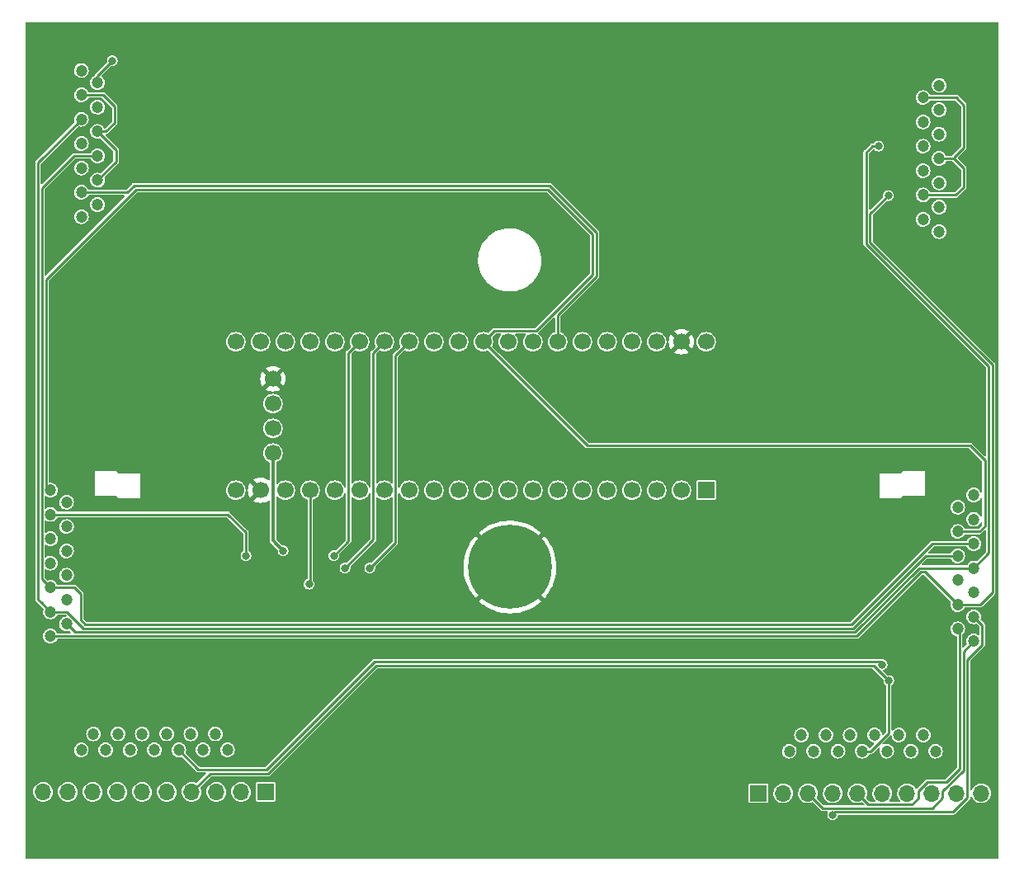
<source format=gbl>
G04 #@! TF.GenerationSoftware,KiCad,Pcbnew,(6.0.1-0)*
G04 #@! TF.CreationDate,2022-08-05T19:05:08-07:00*
G04 #@! TF.ProjectId,kint,6b696e74-2e6b-4696-9361-645f70636258,rev?*
G04 #@! TF.SameCoordinates,Original*
G04 #@! TF.FileFunction,Copper,L2,Bot*
G04 #@! TF.FilePolarity,Positive*
%FSLAX46Y46*%
G04 Gerber Fmt 4.6, Leading zero omitted, Abs format (unit mm)*
G04 Created by KiCad (PCBNEW (6.0.1-0)) date 2022-08-05 19:05:08*
%MOMM*%
%LPD*%
G01*
G04 APERTURE LIST*
G04 #@! TA.AperFunction,ComponentPad*
%ADD10C,8.600000*%
G04 #@! TD*
G04 #@! TA.AperFunction,ComponentPad*
%ADD11C,1.200000*%
G04 #@! TD*
G04 #@! TA.AperFunction,ComponentPad*
%ADD12R,1.700000X1.700000*%
G04 #@! TD*
G04 #@! TA.AperFunction,ComponentPad*
%ADD13O,1.700000X1.700000*%
G04 #@! TD*
G04 #@! TA.AperFunction,ComponentPad*
%ADD14C,1.700000*%
G04 #@! TD*
G04 #@! TA.AperFunction,ViaPad*
%ADD15C,0.800000*%
G04 #@! TD*
G04 #@! TA.AperFunction,Conductor*
%ADD16C,0.250000*%
G04 #@! TD*
G04 #@! TA.AperFunction,Conductor*
%ADD17C,0.375000*%
G04 #@! TD*
G04 APERTURE END LIST*
D10*
X148501100Y-118003600D03*
D11*
X101346000Y-110102000D03*
X102996000Y-111352000D03*
X101346000Y-112602000D03*
X102996000Y-113852000D03*
X101346000Y-115102000D03*
X102996000Y-116352000D03*
X101346000Y-117602000D03*
X102996000Y-118852000D03*
X101346000Y-120102000D03*
X102996000Y-121352000D03*
X101346000Y-122602000D03*
X102996000Y-123852000D03*
X101346000Y-125102000D03*
X104521000Y-67049000D03*
X106171000Y-68299000D03*
X104521000Y-69549000D03*
X106171000Y-70799000D03*
X104521000Y-72049000D03*
X106171000Y-73299000D03*
X104521000Y-74549000D03*
X106171000Y-75799000D03*
X104521000Y-77049000D03*
X106171000Y-78299000D03*
X104521000Y-79549000D03*
X106171000Y-80799000D03*
X104521000Y-82049000D03*
X196088000Y-125610000D03*
X194438000Y-124360000D03*
X196088000Y-123110000D03*
X194438000Y-121860000D03*
X196088000Y-120610000D03*
X194438000Y-119360000D03*
X196088000Y-118110000D03*
X194438000Y-116860000D03*
X196088000Y-115610000D03*
X194438000Y-114360000D03*
X196088000Y-113110000D03*
X194438000Y-111860000D03*
X196088000Y-110610000D03*
X192532000Y-83573000D03*
X190882000Y-82323000D03*
X192532000Y-81073000D03*
X190882000Y-79823000D03*
X192532000Y-78573000D03*
X190882000Y-77323000D03*
X192532000Y-76073000D03*
X190882000Y-74823000D03*
X192532000Y-73573000D03*
X190882000Y-72323000D03*
X192532000Y-71073000D03*
X190882000Y-69823000D03*
X192532000Y-68573000D03*
X104514000Y-136779000D03*
X105764000Y-135129000D03*
X107014000Y-136779000D03*
X108264000Y-135129000D03*
X109514000Y-136779000D03*
X110764000Y-135129000D03*
X112014000Y-136779000D03*
X113264000Y-135129000D03*
X114514000Y-136779000D03*
X115764000Y-135129000D03*
X117014000Y-136779000D03*
X118264000Y-135129000D03*
X119514000Y-136779000D03*
X177158000Y-136906000D03*
X178408000Y-135256000D03*
X179658000Y-136906000D03*
X180908000Y-135256000D03*
X182158000Y-136906000D03*
X183408000Y-135256000D03*
X184658000Y-136906000D03*
X185908000Y-135256000D03*
X187158000Y-136906000D03*
X188408000Y-135256000D03*
X189658000Y-136906000D03*
X190908000Y-135256000D03*
X192158000Y-136906000D03*
D12*
X173995000Y-141224000D03*
D13*
X176535000Y-141224000D03*
X179075000Y-141224000D03*
X181615000Y-141224000D03*
X184155000Y-141224000D03*
X186695000Y-141224000D03*
X189235000Y-141224000D03*
X191775000Y-141224000D03*
X194315000Y-141224000D03*
X196855000Y-141224000D03*
D12*
X123444000Y-141097000D03*
D13*
X120904000Y-141097000D03*
X118364000Y-141097000D03*
X115824000Y-141097000D03*
X113284000Y-141097000D03*
X110744000Y-141097000D03*
X108204000Y-141097000D03*
X105664000Y-141097000D03*
X103124000Y-141097000D03*
X100584000Y-141097000D03*
D12*
X168630000Y-110120000D03*
D14*
X166090000Y-110120000D03*
X163550000Y-110120000D03*
X161010000Y-110120000D03*
X158470000Y-110120000D03*
X155930000Y-110120000D03*
X153390000Y-110120000D03*
X150850000Y-110120000D03*
X148310000Y-110120000D03*
X145770000Y-110120000D03*
X143230000Y-110120000D03*
X140690000Y-110120000D03*
X138150000Y-110120000D03*
X135610000Y-110120000D03*
X133070000Y-110120000D03*
X130530000Y-110120000D03*
X127990000Y-110120000D03*
X125450000Y-110120000D03*
X122910000Y-110120000D03*
X120370000Y-110120000D03*
X120370000Y-94880000D03*
X122910000Y-94880000D03*
X125450000Y-94880000D03*
X127990000Y-94880000D03*
X130530000Y-94880000D03*
X133070000Y-94880000D03*
X135610000Y-94880000D03*
X138150000Y-94880000D03*
X140690000Y-94880000D03*
X143230000Y-94880000D03*
X145770000Y-94880000D03*
X148310000Y-94880000D03*
X150850000Y-94880000D03*
X153390000Y-94880000D03*
X155930000Y-94880000D03*
X158470000Y-94880000D03*
X161010000Y-94880000D03*
X163550000Y-94880000D03*
X166090000Y-94880000D03*
X168630000Y-94880000D03*
X124181000Y-98688000D03*
X124181000Y-101228000D03*
X124181000Y-103768000D03*
X124181000Y-106308000D03*
D15*
X121412000Y-116840000D03*
X181610000Y-143429730D03*
X107696000Y-66040000D03*
X125222000Y-116332000D03*
X191000000Y-129500000D03*
X131000000Y-89000000D03*
X183261000Y-78994000D03*
X186309000Y-74803000D03*
X187325000Y-79883000D03*
X186690000Y-128016000D03*
X187366900Y-129667000D03*
X127889000Y-119761000D03*
X130429000Y-116840000D03*
X131572000Y-118110000D03*
X134112000Y-118110000D03*
D16*
X121412000Y-116840000D02*
X121412000Y-114460000D01*
X121412000Y-114460000D02*
X119554000Y-112602000D01*
X119554000Y-112602000D02*
X101346000Y-112602000D01*
X180603830Y-142752830D02*
X179075000Y-141224000D01*
X192901911Y-141043395D02*
X192901911Y-141690783D01*
X196088000Y-125610000D02*
X195039991Y-126658009D01*
X192901911Y-141690783D02*
X191839864Y-142752830D01*
X191839864Y-142752830D02*
X180603830Y-142752830D01*
X195039991Y-126658009D02*
X195039991Y-138905315D01*
X195039991Y-138905315D02*
X192901911Y-141043395D01*
X185281911Y-142350911D02*
X189754089Y-142350911D01*
X189754089Y-142350911D02*
X190373000Y-141732000D01*
X190373000Y-141032306D02*
X191308217Y-140097089D01*
X194638071Y-124560071D02*
X194438000Y-124360000D01*
X193279817Y-140097089D02*
X194638071Y-138738835D01*
X184155000Y-141224000D02*
X185281911Y-142350911D01*
X191308217Y-140097089D02*
X193279817Y-140097089D01*
X190373000Y-141732000D02*
X190373000Y-141032306D01*
X194638071Y-138738835D02*
X194638071Y-124560071D01*
X195441911Y-127519089D02*
X196964911Y-125996089D01*
X193977945Y-143154749D02*
X195441911Y-141690783D01*
X195441911Y-141690783D02*
X195441911Y-127519089D01*
X196964911Y-123986911D02*
X196088000Y-123110000D01*
X181610000Y-143429730D02*
X181884981Y-143154749D01*
X196964911Y-125996089D02*
X196964911Y-123986911D01*
X181884981Y-143154749D02*
X193977945Y-143154749D01*
X107696000Y-66040000D02*
X106172000Y-67564000D01*
X106172000Y-68298000D02*
X106171000Y-68299000D01*
X106172000Y-67564000D02*
X106172000Y-68298000D01*
X107950000Y-72390000D02*
X107041000Y-73299000D01*
X108077000Y-76393000D02*
X106171000Y-78299000D01*
X106760000Y-69549000D02*
X107950000Y-70739000D01*
X107041000Y-73299000D02*
X106171000Y-73299000D01*
X104521000Y-69549000D02*
X106760000Y-69549000D01*
X106171000Y-73299000D02*
X108077000Y-75205000D01*
X107950000Y-70739000D02*
X107950000Y-72390000D01*
X108077000Y-75205000D02*
X108077000Y-76393000D01*
X194283000Y-69823000D02*
X190882000Y-69823000D01*
X152566481Y-78846081D02*
X157373919Y-83653519D01*
X194056000Y-76073000D02*
X192532000Y-76073000D01*
X157373919Y-83653519D02*
X157373919Y-88138481D01*
X190882000Y-79823000D02*
X194243000Y-79823000D01*
X109942519Y-78846081D02*
X152566481Y-78846081D01*
X195072000Y-77089000D02*
X194056000Y-76073000D01*
X153390000Y-92122400D02*
X153390000Y-94880000D01*
X195072000Y-78994000D02*
X195072000Y-77089000D01*
X109239600Y-79549000D02*
X109942519Y-78846081D01*
X194056000Y-75946000D02*
X195072000Y-74930000D01*
X195072000Y-74930000D02*
X195072000Y-70612000D01*
X194056000Y-76073000D02*
X194056000Y-75946000D01*
X195072000Y-70612000D02*
X194283000Y-69823000D01*
X194243000Y-79823000D02*
X195072000Y-78994000D01*
X157373919Y-88138481D02*
X153390000Y-92122400D01*
X104521000Y-79549000D02*
X107451000Y-79549000D01*
X107451000Y-79549000D02*
X109239600Y-79549000D01*
D17*
X124181000Y-106308000D02*
X124181000Y-115291000D01*
X124181000Y-115291000D02*
X125222000Y-116332000D01*
D16*
X185039000Y-75438000D02*
X185039000Y-84836000D01*
X197632920Y-116565080D02*
X196088000Y-118110000D01*
X103844080Y-124700080D02*
X183903720Y-124700080D01*
X185674000Y-74803000D02*
X185039000Y-75438000D01*
X186309000Y-74803000D02*
X185674000Y-74803000D01*
X102996000Y-123852000D02*
X103844080Y-124700080D01*
X183903720Y-124700080D02*
X190493800Y-118110000D01*
X190493800Y-118110000D02*
X196088000Y-118110000D01*
X197632920Y-97429920D02*
X197632920Y-116565080D01*
X185039000Y-84836000D02*
X197632920Y-97429920D01*
X198034840Y-97263440D02*
X198034840Y-120608160D01*
X196783000Y-121860000D02*
X194438000Y-121860000D01*
X198034840Y-120608160D02*
X196783000Y-121860000D01*
X194438000Y-121860000D02*
X191089920Y-118511920D01*
X191089920Y-118511920D02*
X190660280Y-118511920D01*
X187325000Y-79883000D02*
X185440920Y-81767080D01*
X190660280Y-118511920D02*
X184070200Y-125102000D01*
X185440920Y-84669520D02*
X198034840Y-97263440D01*
X185440920Y-81767080D02*
X185440920Y-84669520D01*
X184070200Y-125102000D02*
X101346000Y-125102000D01*
X104521000Y-72049000D02*
X100067170Y-76502830D01*
X100067170Y-76502830D02*
X100067170Y-77067170D01*
X100372000Y-121628000D02*
X100067170Y-121323170D01*
X100067170Y-121323170D02*
X100067170Y-77067170D01*
X101346000Y-122602000D02*
X100372000Y-121628000D01*
X191175400Y-116860000D02*
X194438000Y-116860000D01*
X103044000Y-122602000D02*
X104740160Y-124298160D01*
X183737240Y-124298160D02*
X191175400Y-116860000D01*
X101346000Y-122602000D02*
X103044000Y-122602000D01*
X104740160Y-124298160D02*
X183737240Y-124298160D01*
X191857000Y-115610000D02*
X196088000Y-115610000D01*
X101346000Y-120102000D02*
X100469089Y-119225089D01*
X104906640Y-123896240D02*
X183570760Y-123896240D01*
X103799000Y-120102000D02*
X104434000Y-120737000D01*
X101346000Y-120102000D02*
X103799000Y-120102000D01*
X103799000Y-75799000D02*
X106171000Y-75799000D01*
X100469089Y-119225089D02*
X100469089Y-79128911D01*
X104434000Y-123423600D02*
X104906640Y-123896240D01*
X100469089Y-79128911D02*
X103799000Y-75799000D01*
X104434000Y-120737000D02*
X104434000Y-123423600D01*
X183570760Y-123896240D02*
X191857000Y-115610000D01*
X156427000Y-105537000D02*
X195707000Y-105537000D01*
X156972000Y-87972000D02*
X156972000Y-83820000D01*
X151190911Y-93753089D02*
X156972000Y-87972000D01*
X145770000Y-94880000D02*
X146896911Y-93753089D01*
X145770000Y-94880000D02*
X156427000Y-105537000D01*
X195707000Y-105537000D02*
X197231000Y-107061000D01*
X100871009Y-88485991D02*
X100871009Y-109627009D01*
X110109000Y-79248000D02*
X100871009Y-88485991D01*
X194438000Y-114360000D02*
X196663000Y-114360000D01*
X100871009Y-109627009D02*
X101346000Y-110102000D01*
X197231000Y-113792000D02*
X197231000Y-107061000D01*
X146896911Y-93753089D02*
X151190911Y-93753089D01*
X196663000Y-114360000D02*
X197231000Y-113792000D01*
X156972000Y-83820000D02*
X152400000Y-79248000D01*
X152400000Y-79248000D02*
X110109000Y-79248000D01*
X134580520Y-127741080D02*
X186415080Y-127741080D01*
X114514000Y-136779000D02*
X116525080Y-138790080D01*
X116525080Y-138790080D02*
X117454080Y-138790080D01*
X117454080Y-138790080D02*
X123531520Y-138790080D01*
X123531520Y-138790080D02*
X134580520Y-127741080D01*
X186415080Y-127741080D02*
X186690000Y-128016000D01*
X182245000Y-128143000D02*
X185842900Y-128143000D01*
X123698000Y-139192000D02*
X118237000Y-139192000D01*
X185842900Y-128143000D02*
X187366900Y-129667000D01*
X115824000Y-141097000D02*
X117729000Y-139192000D01*
X187366900Y-135037241D02*
X185498141Y-136906000D01*
X117729000Y-139192000D02*
X118237000Y-139192000D01*
X185498141Y-136906000D02*
X184658000Y-136906000D01*
X182245000Y-128143000D02*
X134747000Y-128143000D01*
X187366900Y-129667000D02*
X187366900Y-135037241D01*
X134747000Y-128143000D02*
X123698000Y-139192000D01*
X127889000Y-119761000D02*
X127990000Y-119660000D01*
X127990000Y-119660000D02*
X127990000Y-110120000D01*
X131943089Y-115325911D02*
X131943089Y-96006911D01*
X131943089Y-96006911D02*
X133070000Y-94880000D01*
X130429000Y-116840000D02*
X131943089Y-115325911D01*
X134483089Y-96006911D02*
X135610000Y-94880000D01*
X131572000Y-118110000D02*
X134483089Y-115198911D01*
X134483089Y-115198911D02*
X134483089Y-96006911D01*
X136736911Y-96293089D02*
X138150000Y-94880000D01*
X136736911Y-115485089D02*
X136736911Y-96293089D01*
X134112000Y-118110000D02*
X136736911Y-115485089D01*
G04 #@! TA.AperFunction,Conductor*
G36*
X198608531Y-62072813D02*
G01*
X198645076Y-62123113D01*
X198650000Y-62154200D01*
X198650000Y-147853000D01*
X198630787Y-147912131D01*
X198580487Y-147948676D01*
X198549400Y-147953600D01*
X98900600Y-147953600D01*
X98841469Y-147934387D01*
X98804924Y-147884087D01*
X98800000Y-147853000D01*
X98800000Y-141082930D01*
X99576345Y-141082930D01*
X99592803Y-141278919D01*
X99604659Y-141320266D01*
X99641076Y-141447266D01*
X99647015Y-141467979D01*
X99689706Y-141551047D01*
X99734482Y-141638171D01*
X99736916Y-141642908D01*
X99739967Y-141646758D01*
X99739970Y-141646762D01*
X99856023Y-141793184D01*
X99856026Y-141793187D01*
X99859083Y-141797044D01*
X100008862Y-141924516D01*
X100180547Y-142020467D01*
X100185227Y-142021988D01*
X100185228Y-142021988D01*
X100251577Y-142043546D01*
X100367600Y-142081244D01*
X100372485Y-142081826D01*
X100372487Y-142081827D01*
X100473793Y-142093907D01*
X100562895Y-142104532D01*
X100567796Y-142104155D01*
X100567799Y-142104155D01*
X100672738Y-142096080D01*
X100758994Y-142089443D01*
X100763730Y-142088121D01*
X100763734Y-142088120D01*
X100943686Y-142037876D01*
X100948428Y-142036552D01*
X101036204Y-141992213D01*
X101119587Y-141950094D01*
X101119590Y-141950092D01*
X101123981Y-141947874D01*
X101156042Y-141922825D01*
X101275088Y-141829816D01*
X101275089Y-141829815D01*
X101278966Y-141826786D01*
X101407480Y-141677901D01*
X101504628Y-141506890D01*
X101566710Y-141320266D01*
X101578871Y-141224000D01*
X101591009Y-141127920D01*
X101591010Y-141127912D01*
X101591360Y-141125138D01*
X101591753Y-141097000D01*
X101590374Y-141082930D01*
X102116345Y-141082930D01*
X102132803Y-141278919D01*
X102144659Y-141320266D01*
X102181076Y-141447266D01*
X102187015Y-141467979D01*
X102229706Y-141551047D01*
X102274482Y-141638171D01*
X102276916Y-141642908D01*
X102279967Y-141646758D01*
X102279970Y-141646762D01*
X102396023Y-141793184D01*
X102396026Y-141793187D01*
X102399083Y-141797044D01*
X102548862Y-141924516D01*
X102720547Y-142020467D01*
X102725227Y-142021988D01*
X102725228Y-142021988D01*
X102791577Y-142043546D01*
X102907600Y-142081244D01*
X102912485Y-142081826D01*
X102912487Y-142081827D01*
X103013793Y-142093907D01*
X103102895Y-142104532D01*
X103107796Y-142104155D01*
X103107799Y-142104155D01*
X103212738Y-142096080D01*
X103298994Y-142089443D01*
X103303730Y-142088121D01*
X103303734Y-142088120D01*
X103483686Y-142037876D01*
X103488428Y-142036552D01*
X103576204Y-141992213D01*
X103659587Y-141950094D01*
X103659590Y-141950092D01*
X103663981Y-141947874D01*
X103696042Y-141922825D01*
X103815088Y-141829816D01*
X103815089Y-141829815D01*
X103818966Y-141826786D01*
X103947480Y-141677901D01*
X104044628Y-141506890D01*
X104106710Y-141320266D01*
X104118871Y-141224000D01*
X104131009Y-141127920D01*
X104131010Y-141127912D01*
X104131360Y-141125138D01*
X104131753Y-141097000D01*
X104130374Y-141082930D01*
X104656345Y-141082930D01*
X104672803Y-141278919D01*
X104684659Y-141320266D01*
X104721076Y-141447266D01*
X104727015Y-141467979D01*
X104769706Y-141551047D01*
X104814482Y-141638171D01*
X104816916Y-141642908D01*
X104819967Y-141646758D01*
X104819970Y-141646762D01*
X104936023Y-141793184D01*
X104936026Y-141793187D01*
X104939083Y-141797044D01*
X105088862Y-141924516D01*
X105260547Y-142020467D01*
X105265227Y-142021988D01*
X105265228Y-142021988D01*
X105331577Y-142043546D01*
X105447600Y-142081244D01*
X105452485Y-142081826D01*
X105452487Y-142081827D01*
X105553793Y-142093907D01*
X105642895Y-142104532D01*
X105647796Y-142104155D01*
X105647799Y-142104155D01*
X105752738Y-142096080D01*
X105838994Y-142089443D01*
X105843730Y-142088121D01*
X105843734Y-142088120D01*
X106023686Y-142037876D01*
X106028428Y-142036552D01*
X106116204Y-141992213D01*
X106199587Y-141950094D01*
X106199590Y-141950092D01*
X106203981Y-141947874D01*
X106236042Y-141922825D01*
X106355088Y-141829816D01*
X106355089Y-141829815D01*
X106358966Y-141826786D01*
X106487480Y-141677901D01*
X106584628Y-141506890D01*
X106646710Y-141320266D01*
X106658871Y-141224000D01*
X106671009Y-141127920D01*
X106671010Y-141127912D01*
X106671360Y-141125138D01*
X106671753Y-141097000D01*
X106670374Y-141082930D01*
X107196345Y-141082930D01*
X107212803Y-141278919D01*
X107224659Y-141320266D01*
X107261076Y-141447266D01*
X107267015Y-141467979D01*
X107309706Y-141551047D01*
X107354482Y-141638171D01*
X107356916Y-141642908D01*
X107359967Y-141646758D01*
X107359970Y-141646762D01*
X107476023Y-141793184D01*
X107476026Y-141793187D01*
X107479083Y-141797044D01*
X107628862Y-141924516D01*
X107800547Y-142020467D01*
X107805227Y-142021988D01*
X107805228Y-142021988D01*
X107871577Y-142043546D01*
X107987600Y-142081244D01*
X107992485Y-142081826D01*
X107992487Y-142081827D01*
X108093793Y-142093907D01*
X108182895Y-142104532D01*
X108187796Y-142104155D01*
X108187799Y-142104155D01*
X108292738Y-142096080D01*
X108378994Y-142089443D01*
X108383730Y-142088121D01*
X108383734Y-142088120D01*
X108563686Y-142037876D01*
X108568428Y-142036552D01*
X108656204Y-141992213D01*
X108739587Y-141950094D01*
X108739590Y-141950092D01*
X108743981Y-141947874D01*
X108776042Y-141922825D01*
X108895088Y-141829816D01*
X108895089Y-141829815D01*
X108898966Y-141826786D01*
X109027480Y-141677901D01*
X109124628Y-141506890D01*
X109186710Y-141320266D01*
X109198871Y-141224000D01*
X109211009Y-141127920D01*
X109211010Y-141127912D01*
X109211360Y-141125138D01*
X109211753Y-141097000D01*
X109210374Y-141082930D01*
X109736345Y-141082930D01*
X109752803Y-141278919D01*
X109764659Y-141320266D01*
X109801076Y-141447266D01*
X109807015Y-141467979D01*
X109849706Y-141551047D01*
X109894482Y-141638171D01*
X109896916Y-141642908D01*
X109899967Y-141646758D01*
X109899970Y-141646762D01*
X110016023Y-141793184D01*
X110016026Y-141793187D01*
X110019083Y-141797044D01*
X110168862Y-141924516D01*
X110340547Y-142020467D01*
X110345227Y-142021988D01*
X110345228Y-142021988D01*
X110411577Y-142043546D01*
X110527600Y-142081244D01*
X110532485Y-142081826D01*
X110532487Y-142081827D01*
X110633793Y-142093907D01*
X110722895Y-142104532D01*
X110727796Y-142104155D01*
X110727799Y-142104155D01*
X110832738Y-142096080D01*
X110918994Y-142089443D01*
X110923730Y-142088121D01*
X110923734Y-142088120D01*
X111103686Y-142037876D01*
X111108428Y-142036552D01*
X111196204Y-141992213D01*
X111279587Y-141950094D01*
X111279590Y-141950092D01*
X111283981Y-141947874D01*
X111316042Y-141922825D01*
X111435088Y-141829816D01*
X111435089Y-141829815D01*
X111438966Y-141826786D01*
X111567480Y-141677901D01*
X111664628Y-141506890D01*
X111726710Y-141320266D01*
X111738871Y-141224000D01*
X111751009Y-141127920D01*
X111751010Y-141127912D01*
X111751360Y-141125138D01*
X111751753Y-141097000D01*
X111750374Y-141082930D01*
X112276345Y-141082930D01*
X112292803Y-141278919D01*
X112304659Y-141320266D01*
X112341076Y-141447266D01*
X112347015Y-141467979D01*
X112389706Y-141551047D01*
X112434482Y-141638171D01*
X112436916Y-141642908D01*
X112439967Y-141646758D01*
X112439970Y-141646762D01*
X112556023Y-141793184D01*
X112556026Y-141793187D01*
X112559083Y-141797044D01*
X112708862Y-141924516D01*
X112880547Y-142020467D01*
X112885227Y-142021988D01*
X112885228Y-142021988D01*
X112951577Y-142043546D01*
X113067600Y-142081244D01*
X113072485Y-142081826D01*
X113072487Y-142081827D01*
X113173793Y-142093907D01*
X113262895Y-142104532D01*
X113267796Y-142104155D01*
X113267799Y-142104155D01*
X113372738Y-142096080D01*
X113458994Y-142089443D01*
X113463730Y-142088121D01*
X113463734Y-142088120D01*
X113643686Y-142037876D01*
X113648428Y-142036552D01*
X113736204Y-141992213D01*
X113819587Y-141950094D01*
X113819590Y-141950092D01*
X113823981Y-141947874D01*
X113856042Y-141922825D01*
X113975088Y-141829816D01*
X113975089Y-141829815D01*
X113978966Y-141826786D01*
X114107480Y-141677901D01*
X114204628Y-141506890D01*
X114266710Y-141320266D01*
X114278871Y-141224000D01*
X114291009Y-141127920D01*
X114291010Y-141127912D01*
X114291360Y-141125138D01*
X114291753Y-141097000D01*
X114290374Y-141082930D01*
X114273041Y-140906159D01*
X114272561Y-140901260D01*
X114271139Y-140896550D01*
X114271138Y-140896545D01*
X114217138Y-140717690D01*
X114217136Y-140717686D01*
X114215714Y-140712975D01*
X114123379Y-140539318D01*
X113999072Y-140386903D01*
X113911361Y-140314342D01*
X113851316Y-140264668D01*
X113851311Y-140264665D01*
X113847528Y-140261535D01*
X113833126Y-140253748D01*
X113678843Y-140170327D01*
X113678839Y-140170325D01*
X113674520Y-140167990D01*
X113486637Y-140109830D01*
X113291035Y-140089272D01*
X113286134Y-140089718D01*
X113286131Y-140089718D01*
X113100064Y-140106651D01*
X113100061Y-140106651D01*
X113095166Y-140107097D01*
X113090452Y-140108484D01*
X113090449Y-140108485D01*
X112942564Y-140152010D01*
X112906489Y-140162628D01*
X112732192Y-140253748D01*
X112728357Y-140256831D01*
X112728356Y-140256832D01*
X112691956Y-140286099D01*
X112578912Y-140376988D01*
X112575746Y-140380761D01*
X112575742Y-140380765D01*
X112460825Y-140517718D01*
X112452489Y-140527653D01*
X112357739Y-140700004D01*
X112298269Y-140887476D01*
X112297721Y-140892363D01*
X112297720Y-140892367D01*
X112276893Y-141078042D01*
X112276345Y-141082930D01*
X111750374Y-141082930D01*
X111733041Y-140906159D01*
X111732561Y-140901260D01*
X111731139Y-140896550D01*
X111731138Y-140896545D01*
X111677138Y-140717690D01*
X111677136Y-140717686D01*
X111675714Y-140712975D01*
X111583379Y-140539318D01*
X111459072Y-140386903D01*
X111371361Y-140314342D01*
X111311316Y-140264668D01*
X111311311Y-140264665D01*
X111307528Y-140261535D01*
X111293126Y-140253748D01*
X111138843Y-140170327D01*
X111138839Y-140170325D01*
X111134520Y-140167990D01*
X110946637Y-140109830D01*
X110751035Y-140089272D01*
X110746134Y-140089718D01*
X110746131Y-140089718D01*
X110560064Y-140106651D01*
X110560061Y-140106651D01*
X110555166Y-140107097D01*
X110550452Y-140108484D01*
X110550449Y-140108485D01*
X110402564Y-140152010D01*
X110366489Y-140162628D01*
X110192192Y-140253748D01*
X110188357Y-140256831D01*
X110188356Y-140256832D01*
X110151956Y-140286099D01*
X110038912Y-140376988D01*
X110035746Y-140380761D01*
X110035742Y-140380765D01*
X109920825Y-140517718D01*
X109912489Y-140527653D01*
X109817739Y-140700004D01*
X109758269Y-140887476D01*
X109757721Y-140892363D01*
X109757720Y-140892367D01*
X109736893Y-141078042D01*
X109736345Y-141082930D01*
X109210374Y-141082930D01*
X109193041Y-140906159D01*
X109192561Y-140901260D01*
X109191139Y-140896550D01*
X109191138Y-140896545D01*
X109137138Y-140717690D01*
X109137136Y-140717686D01*
X109135714Y-140712975D01*
X109043379Y-140539318D01*
X108919072Y-140386903D01*
X108831361Y-140314342D01*
X108771316Y-140264668D01*
X108771311Y-140264665D01*
X108767528Y-140261535D01*
X108753126Y-140253748D01*
X108598843Y-140170327D01*
X108598839Y-140170325D01*
X108594520Y-140167990D01*
X108406637Y-140109830D01*
X108211035Y-140089272D01*
X108206134Y-140089718D01*
X108206131Y-140089718D01*
X108020064Y-140106651D01*
X108020061Y-140106651D01*
X108015166Y-140107097D01*
X108010452Y-140108484D01*
X108010449Y-140108485D01*
X107862564Y-140152010D01*
X107826489Y-140162628D01*
X107652192Y-140253748D01*
X107648357Y-140256831D01*
X107648356Y-140256832D01*
X107611956Y-140286099D01*
X107498912Y-140376988D01*
X107495746Y-140380761D01*
X107495742Y-140380765D01*
X107380825Y-140517718D01*
X107372489Y-140527653D01*
X107277739Y-140700004D01*
X107218269Y-140887476D01*
X107217721Y-140892363D01*
X107217720Y-140892367D01*
X107196893Y-141078042D01*
X107196345Y-141082930D01*
X106670374Y-141082930D01*
X106653041Y-140906159D01*
X106652561Y-140901260D01*
X106651139Y-140896550D01*
X106651138Y-140896545D01*
X106597138Y-140717690D01*
X106597136Y-140717686D01*
X106595714Y-140712975D01*
X106503379Y-140539318D01*
X106379072Y-140386903D01*
X106291361Y-140314342D01*
X106231316Y-140264668D01*
X106231311Y-140264665D01*
X106227528Y-140261535D01*
X106213126Y-140253748D01*
X106058843Y-140170327D01*
X106058839Y-140170325D01*
X106054520Y-140167990D01*
X105866637Y-140109830D01*
X105671035Y-140089272D01*
X105666134Y-140089718D01*
X105666131Y-140089718D01*
X105480064Y-140106651D01*
X105480061Y-140106651D01*
X105475166Y-140107097D01*
X105470452Y-140108484D01*
X105470449Y-140108485D01*
X105322564Y-140152010D01*
X105286489Y-140162628D01*
X105112192Y-140253748D01*
X105108357Y-140256831D01*
X105108356Y-140256832D01*
X105071956Y-140286099D01*
X104958912Y-140376988D01*
X104955746Y-140380761D01*
X104955742Y-140380765D01*
X104840825Y-140517718D01*
X104832489Y-140527653D01*
X104737739Y-140700004D01*
X104678269Y-140887476D01*
X104677721Y-140892363D01*
X104677720Y-140892367D01*
X104656893Y-141078042D01*
X104656345Y-141082930D01*
X104130374Y-141082930D01*
X104113041Y-140906159D01*
X104112561Y-140901260D01*
X104111139Y-140896550D01*
X104111138Y-140896545D01*
X104057138Y-140717690D01*
X104057136Y-140717686D01*
X104055714Y-140712975D01*
X103963379Y-140539318D01*
X103839072Y-140386903D01*
X103751361Y-140314342D01*
X103691316Y-140264668D01*
X103691311Y-140264665D01*
X103687528Y-140261535D01*
X103673126Y-140253748D01*
X103518843Y-140170327D01*
X103518839Y-140170325D01*
X103514520Y-140167990D01*
X103326637Y-140109830D01*
X103131035Y-140089272D01*
X103126134Y-140089718D01*
X103126131Y-140089718D01*
X102940064Y-140106651D01*
X102940061Y-140106651D01*
X102935166Y-140107097D01*
X102930452Y-140108484D01*
X102930449Y-140108485D01*
X102782564Y-140152010D01*
X102746489Y-140162628D01*
X102572192Y-140253748D01*
X102568357Y-140256831D01*
X102568356Y-140256832D01*
X102531956Y-140286099D01*
X102418912Y-140376988D01*
X102415746Y-140380761D01*
X102415742Y-140380765D01*
X102300825Y-140517718D01*
X102292489Y-140527653D01*
X102197739Y-140700004D01*
X102138269Y-140887476D01*
X102137721Y-140892363D01*
X102137720Y-140892367D01*
X102116893Y-141078042D01*
X102116345Y-141082930D01*
X101590374Y-141082930D01*
X101573041Y-140906159D01*
X101572561Y-140901260D01*
X101571139Y-140896550D01*
X101571138Y-140896545D01*
X101517138Y-140717690D01*
X101517136Y-140717686D01*
X101515714Y-140712975D01*
X101423379Y-140539318D01*
X101299072Y-140386903D01*
X101211361Y-140314342D01*
X101151316Y-140264668D01*
X101151311Y-140264665D01*
X101147528Y-140261535D01*
X101133126Y-140253748D01*
X100978843Y-140170327D01*
X100978839Y-140170325D01*
X100974520Y-140167990D01*
X100786637Y-140109830D01*
X100591035Y-140089272D01*
X100586134Y-140089718D01*
X100586131Y-140089718D01*
X100400064Y-140106651D01*
X100400061Y-140106651D01*
X100395166Y-140107097D01*
X100390452Y-140108484D01*
X100390449Y-140108485D01*
X100242564Y-140152010D01*
X100206489Y-140162628D01*
X100032192Y-140253748D01*
X100028357Y-140256831D01*
X100028356Y-140256832D01*
X99991956Y-140286099D01*
X99878912Y-140376988D01*
X99875746Y-140380761D01*
X99875742Y-140380765D01*
X99760825Y-140517718D01*
X99752489Y-140527653D01*
X99657739Y-140700004D01*
X99598269Y-140887476D01*
X99597721Y-140892363D01*
X99597720Y-140892367D01*
X99576893Y-141078042D01*
X99576345Y-141082930D01*
X98800000Y-141082930D01*
X98800000Y-136768421D01*
X103756410Y-136768421D01*
X103772893Y-136936527D01*
X103826210Y-137096804D01*
X103842625Y-137123908D01*
X103888902Y-137200320D01*
X103913711Y-137241285D01*
X103917613Y-137245325D01*
X103917614Y-137245327D01*
X103979107Y-137309005D01*
X104031047Y-137362790D01*
X104172386Y-137455280D01*
X104330704Y-137514158D01*
X104336274Y-137514901D01*
X104336277Y-137514902D01*
X104492555Y-137535754D01*
X104492557Y-137535754D01*
X104498133Y-137536498D01*
X104554924Y-137531330D01*
X104660748Y-137521699D01*
X104660750Y-137521699D01*
X104666350Y-137521189D01*
X104826994Y-137468992D01*
X104831823Y-137466113D01*
X104831826Y-137466112D01*
X104967247Y-137385385D01*
X104967248Y-137385384D01*
X104972083Y-137382502D01*
X104976154Y-137378625D01*
X104976157Y-137378623D01*
X105090337Y-137269890D01*
X105094404Y-137266017D01*
X105097509Y-137261343D01*
X105097512Y-137261340D01*
X105140637Y-137196431D01*
X105187879Y-137125327D01*
X105247861Y-136967423D01*
X105252991Y-136930925D01*
X105270928Y-136803291D01*
X105271369Y-136800155D01*
X105271664Y-136779000D01*
X105270477Y-136768421D01*
X106256410Y-136768421D01*
X106272893Y-136936527D01*
X106326210Y-137096804D01*
X106342625Y-137123908D01*
X106388902Y-137200320D01*
X106413711Y-137241285D01*
X106417613Y-137245325D01*
X106417614Y-137245327D01*
X106479107Y-137309005D01*
X106531047Y-137362790D01*
X106672386Y-137455280D01*
X106830704Y-137514158D01*
X106836274Y-137514901D01*
X106836277Y-137514902D01*
X106992555Y-137535754D01*
X106992557Y-137535754D01*
X106998133Y-137536498D01*
X107054924Y-137531330D01*
X107160748Y-137521699D01*
X107160750Y-137521699D01*
X107166350Y-137521189D01*
X107326994Y-137468992D01*
X107331823Y-137466113D01*
X107331826Y-137466112D01*
X107467247Y-137385385D01*
X107467248Y-137385384D01*
X107472083Y-137382502D01*
X107476154Y-137378625D01*
X107476157Y-137378623D01*
X107590337Y-137269890D01*
X107594404Y-137266017D01*
X107597509Y-137261343D01*
X107597512Y-137261340D01*
X107640637Y-137196431D01*
X107687879Y-137125327D01*
X107747861Y-136967423D01*
X107752991Y-136930925D01*
X107770928Y-136803291D01*
X107771369Y-136800155D01*
X107771664Y-136779000D01*
X107770477Y-136768421D01*
X108756410Y-136768421D01*
X108772893Y-136936527D01*
X108826210Y-137096804D01*
X108842625Y-137123908D01*
X108888902Y-137200320D01*
X108913711Y-137241285D01*
X108917613Y-137245325D01*
X108917614Y-137245327D01*
X108979107Y-137309005D01*
X109031047Y-137362790D01*
X109172386Y-137455280D01*
X109330704Y-137514158D01*
X109336274Y-137514901D01*
X109336277Y-137514902D01*
X109492555Y-137535754D01*
X109492557Y-137535754D01*
X109498133Y-137536498D01*
X109554924Y-137531330D01*
X109660748Y-137521699D01*
X109660750Y-137521699D01*
X109666350Y-137521189D01*
X109826994Y-137468992D01*
X109831823Y-137466113D01*
X109831826Y-137466112D01*
X109967247Y-137385385D01*
X109967248Y-137385384D01*
X109972083Y-137382502D01*
X109976154Y-137378625D01*
X109976157Y-137378623D01*
X110090337Y-137269890D01*
X110094404Y-137266017D01*
X110097509Y-137261343D01*
X110097512Y-137261340D01*
X110140637Y-137196431D01*
X110187879Y-137125327D01*
X110247861Y-136967423D01*
X110252991Y-136930925D01*
X110270928Y-136803291D01*
X110271369Y-136800155D01*
X110271664Y-136779000D01*
X110270477Y-136768421D01*
X111256410Y-136768421D01*
X111272893Y-136936527D01*
X111326210Y-137096804D01*
X111342625Y-137123908D01*
X111388902Y-137200320D01*
X111413711Y-137241285D01*
X111417613Y-137245325D01*
X111417614Y-137245327D01*
X111479107Y-137309005D01*
X111531047Y-137362790D01*
X111672386Y-137455280D01*
X111830704Y-137514158D01*
X111836274Y-137514901D01*
X111836277Y-137514902D01*
X111992555Y-137535754D01*
X111992557Y-137535754D01*
X111998133Y-137536498D01*
X112054924Y-137531330D01*
X112160748Y-137521699D01*
X112160750Y-137521699D01*
X112166350Y-137521189D01*
X112326994Y-137468992D01*
X112331823Y-137466113D01*
X112331826Y-137466112D01*
X112467247Y-137385385D01*
X112467248Y-137385384D01*
X112472083Y-137382502D01*
X112476154Y-137378625D01*
X112476157Y-137378623D01*
X112590337Y-137269890D01*
X112594404Y-137266017D01*
X112597509Y-137261343D01*
X112597512Y-137261340D01*
X112640637Y-137196431D01*
X112687879Y-137125327D01*
X112747861Y-136967423D01*
X112752991Y-136930925D01*
X112770928Y-136803291D01*
X112771369Y-136800155D01*
X112771664Y-136779000D01*
X112770477Y-136768421D01*
X113756410Y-136768421D01*
X113772893Y-136936527D01*
X113826210Y-137096804D01*
X113842625Y-137123908D01*
X113888902Y-137200320D01*
X113913711Y-137241285D01*
X113917613Y-137245325D01*
X113917614Y-137245327D01*
X113979107Y-137309005D01*
X114031047Y-137362790D01*
X114172386Y-137455280D01*
X114330704Y-137514158D01*
X114336274Y-137514901D01*
X114336277Y-137514902D01*
X114492555Y-137535754D01*
X114492557Y-137535754D01*
X114498133Y-137536498D01*
X114554924Y-137531330D01*
X114660748Y-137521699D01*
X114660750Y-137521699D01*
X114666350Y-137521189D01*
X114756279Y-137491969D01*
X114818452Y-137491969D01*
X114858500Y-137516510D01*
X116293850Y-138951860D01*
X116296034Y-138954390D01*
X116298112Y-138958641D01*
X116304922Y-138964958D01*
X116331536Y-138989646D01*
X116334255Y-138992265D01*
X116346853Y-139004863D01*
X116350377Y-139007280D01*
X116353555Y-139010071D01*
X116374011Y-139029047D01*
X116382639Y-139032489D01*
X116382957Y-139032616D01*
X116402593Y-139043100D01*
X116410541Y-139048553D01*
X116419580Y-139050698D01*
X116433860Y-139054087D01*
X116447910Y-139058530D01*
X116470167Y-139067410D01*
X116475981Y-139067980D01*
X116480630Y-139067980D01*
X116499357Y-139070172D01*
X116502234Y-139070313D01*
X116511270Y-139072457D01*
X116520471Y-139071205D01*
X116520473Y-139071205D01*
X116537415Y-139068899D01*
X116550980Y-139067980D01*
X117217140Y-139067980D01*
X117276271Y-139087193D01*
X117312816Y-139137493D01*
X117312816Y-139199667D01*
X117288275Y-139239715D01*
X116361967Y-140166023D01*
X116306569Y-140194249D01*
X116242983Y-140183380D01*
X116218846Y-140170329D01*
X116214520Y-140167990D01*
X116026637Y-140109830D01*
X115831035Y-140089272D01*
X115826134Y-140089718D01*
X115826131Y-140089718D01*
X115640064Y-140106651D01*
X115640061Y-140106651D01*
X115635166Y-140107097D01*
X115630452Y-140108484D01*
X115630449Y-140108485D01*
X115482564Y-140152010D01*
X115446489Y-140162628D01*
X115272192Y-140253748D01*
X115268357Y-140256831D01*
X115268356Y-140256832D01*
X115231956Y-140286099D01*
X115118912Y-140376988D01*
X115115746Y-140380761D01*
X115115742Y-140380765D01*
X115000825Y-140517718D01*
X114992489Y-140527653D01*
X114897739Y-140700004D01*
X114838269Y-140887476D01*
X114837721Y-140892363D01*
X114837720Y-140892367D01*
X114816893Y-141078042D01*
X114816345Y-141082930D01*
X114832803Y-141278919D01*
X114844659Y-141320266D01*
X114881076Y-141447266D01*
X114887015Y-141467979D01*
X114929706Y-141551047D01*
X114974482Y-141638171D01*
X114976916Y-141642908D01*
X114979967Y-141646758D01*
X114979970Y-141646762D01*
X115096023Y-141793184D01*
X115096026Y-141793187D01*
X115099083Y-141797044D01*
X115248862Y-141924516D01*
X115420547Y-142020467D01*
X115425227Y-142021988D01*
X115425228Y-142021988D01*
X115491577Y-142043546D01*
X115607600Y-142081244D01*
X115612485Y-142081826D01*
X115612487Y-142081827D01*
X115713793Y-142093907D01*
X115802895Y-142104532D01*
X115807796Y-142104155D01*
X115807799Y-142104155D01*
X115912738Y-142096080D01*
X115998994Y-142089443D01*
X116003730Y-142088121D01*
X116003734Y-142088120D01*
X116183686Y-142037876D01*
X116188428Y-142036552D01*
X116276204Y-141992213D01*
X116359587Y-141950094D01*
X116359590Y-141950092D01*
X116363981Y-141947874D01*
X116396042Y-141922825D01*
X116515088Y-141829816D01*
X116515089Y-141829815D01*
X116518966Y-141826786D01*
X116647480Y-141677901D01*
X116744628Y-141506890D01*
X116806710Y-141320266D01*
X116818871Y-141224000D01*
X116831009Y-141127920D01*
X116831010Y-141127912D01*
X116831360Y-141125138D01*
X116831753Y-141097000D01*
X116830374Y-141082930D01*
X117356345Y-141082930D01*
X117372803Y-141278919D01*
X117384659Y-141320266D01*
X117421076Y-141447266D01*
X117427015Y-141467979D01*
X117469706Y-141551047D01*
X117514482Y-141638171D01*
X117516916Y-141642908D01*
X117519967Y-141646758D01*
X117519970Y-141646762D01*
X117636023Y-141793184D01*
X117636026Y-141793187D01*
X117639083Y-141797044D01*
X117788862Y-141924516D01*
X117960547Y-142020467D01*
X117965227Y-142021988D01*
X117965228Y-142021988D01*
X118031577Y-142043546D01*
X118147600Y-142081244D01*
X118152485Y-142081826D01*
X118152487Y-142081827D01*
X118253793Y-142093907D01*
X118342895Y-142104532D01*
X118347796Y-142104155D01*
X118347799Y-142104155D01*
X118452738Y-142096080D01*
X118538994Y-142089443D01*
X118543730Y-142088121D01*
X118543734Y-142088120D01*
X118723686Y-142037876D01*
X118728428Y-142036552D01*
X118816204Y-141992213D01*
X118899587Y-141950094D01*
X118899590Y-141950092D01*
X118903981Y-141947874D01*
X118936042Y-141922825D01*
X119055088Y-141829816D01*
X119055089Y-141829815D01*
X119058966Y-141826786D01*
X119187480Y-141677901D01*
X119284628Y-141506890D01*
X119346710Y-141320266D01*
X119358871Y-141224000D01*
X119371009Y-141127920D01*
X119371010Y-141127912D01*
X119371360Y-141125138D01*
X119371753Y-141097000D01*
X119370374Y-141082930D01*
X119896345Y-141082930D01*
X119912803Y-141278919D01*
X119924659Y-141320266D01*
X119961076Y-141447266D01*
X119967015Y-141467979D01*
X120009706Y-141551047D01*
X120054482Y-141638171D01*
X120056916Y-141642908D01*
X120059967Y-141646758D01*
X120059970Y-141646762D01*
X120176023Y-141793184D01*
X120176026Y-141793187D01*
X120179083Y-141797044D01*
X120328862Y-141924516D01*
X120500547Y-142020467D01*
X120505227Y-142021988D01*
X120505228Y-142021988D01*
X120571577Y-142043546D01*
X120687600Y-142081244D01*
X120692485Y-142081826D01*
X120692487Y-142081827D01*
X120793793Y-142093907D01*
X120882895Y-142104532D01*
X120887796Y-142104155D01*
X120887799Y-142104155D01*
X120992738Y-142096080D01*
X121078994Y-142089443D01*
X121083730Y-142088121D01*
X121083734Y-142088120D01*
X121263686Y-142037876D01*
X121268428Y-142036552D01*
X121356204Y-141992213D01*
X121439587Y-141950094D01*
X121439590Y-141950092D01*
X121443981Y-141947874D01*
X121476042Y-141922825D01*
X121595088Y-141829816D01*
X121595089Y-141829815D01*
X121598966Y-141826786D01*
X121727480Y-141677901D01*
X121824628Y-141506890D01*
X121886710Y-141320266D01*
X121898871Y-141224000D01*
X121911009Y-141127920D01*
X121911010Y-141127912D01*
X121911360Y-141125138D01*
X121911753Y-141097000D01*
X121910374Y-141082930D01*
X121893041Y-140906159D01*
X121892561Y-140901260D01*
X121891139Y-140896550D01*
X121891138Y-140896545D01*
X121837138Y-140717690D01*
X121837136Y-140717686D01*
X121835714Y-140712975D01*
X121743379Y-140539318D01*
X121619072Y-140386903D01*
X121531361Y-140314342D01*
X121471316Y-140264668D01*
X121471311Y-140264665D01*
X121467528Y-140261535D01*
X121453126Y-140253748D01*
X121421946Y-140236889D01*
X122441100Y-140236889D01*
X122441101Y-141097698D01*
X122441101Y-141962056D01*
X122449972Y-142006658D01*
X122483766Y-142057234D01*
X122492002Y-142062737D01*
X122524001Y-142084118D01*
X122534342Y-142091028D01*
X122544055Y-142092960D01*
X122544057Y-142092961D01*
X122564300Y-142096987D01*
X122578943Y-142099900D01*
X122583889Y-142099900D01*
X123444700Y-142099899D01*
X124309056Y-142099899D01*
X124329001Y-142095932D01*
X124343941Y-142092961D01*
X124343943Y-142092960D01*
X124353658Y-142091028D01*
X124364000Y-142084118D01*
X124395998Y-142062737D01*
X124404234Y-142057234D01*
X124438028Y-142006658D01*
X124446900Y-141962057D01*
X124446900Y-141097000D01*
X124446899Y-140363889D01*
X172992100Y-140363889D01*
X172992101Y-141224705D01*
X172992101Y-142089056D01*
X173000972Y-142133658D01*
X173034766Y-142184234D01*
X173085342Y-142218028D01*
X173095055Y-142219960D01*
X173095057Y-142219961D01*
X173115300Y-142223987D01*
X173129943Y-142226900D01*
X173134889Y-142226900D01*
X173995700Y-142226899D01*
X174860056Y-142226899D01*
X174880001Y-142222932D01*
X174894941Y-142219961D01*
X174894943Y-142219960D01*
X174904658Y-142218028D01*
X174955234Y-142184234D01*
X174989028Y-142133658D01*
X174997900Y-142089057D01*
X174997900Y-141224000D01*
X174997900Y-141209930D01*
X175527345Y-141209930D01*
X175543803Y-141405919D01*
X175562854Y-141472358D01*
X175595897Y-141587592D01*
X175598015Y-141594979D01*
X175687916Y-141769908D01*
X175690967Y-141773758D01*
X175690970Y-141773762D01*
X175807023Y-141920184D01*
X175807026Y-141920187D01*
X175810083Y-141924044D01*
X175959862Y-142051516D01*
X176131547Y-142147467D01*
X176136227Y-142148988D01*
X176136228Y-142148988D01*
X176219357Y-142175998D01*
X176318600Y-142208244D01*
X176323485Y-142208826D01*
X176323487Y-142208827D01*
X176445530Y-142223380D01*
X176513895Y-142231532D01*
X176518796Y-142231155D01*
X176518799Y-142231155D01*
X176623738Y-142223080D01*
X176709994Y-142216443D01*
X176714730Y-142215121D01*
X176714734Y-142215120D01*
X176894686Y-142164876D01*
X176899428Y-142163552D01*
X177016268Y-142104532D01*
X177070587Y-142077094D01*
X177070590Y-142077092D01*
X177074981Y-142074874D01*
X177220250Y-141961377D01*
X177226088Y-141956816D01*
X177226089Y-141956815D01*
X177229966Y-141953786D01*
X177358480Y-141804901D01*
X177438020Y-141664885D01*
X177453199Y-141638166D01*
X177453199Y-141638165D01*
X177455628Y-141633890D01*
X177517710Y-141447266D01*
X177542360Y-141252138D01*
X177542753Y-141224000D01*
X177541374Y-141209930D01*
X178067345Y-141209930D01*
X178083803Y-141405919D01*
X178102854Y-141472358D01*
X178135897Y-141587592D01*
X178138015Y-141594979D01*
X178227916Y-141769908D01*
X178230967Y-141773758D01*
X178230970Y-141773762D01*
X178347023Y-141920184D01*
X178347026Y-141920187D01*
X178350083Y-141924044D01*
X178499862Y-142051516D01*
X178671547Y-142147467D01*
X178676227Y-142148988D01*
X178676228Y-142148988D01*
X178759357Y-142175998D01*
X178858600Y-142208244D01*
X178863485Y-142208826D01*
X178863487Y-142208827D01*
X178985530Y-142223380D01*
X179053895Y-142231532D01*
X179058796Y-142231155D01*
X179058799Y-142231155D01*
X179163738Y-142223080D01*
X179249994Y-142216443D01*
X179254730Y-142215121D01*
X179254734Y-142215120D01*
X179434686Y-142164876D01*
X179439428Y-142163552D01*
X179495423Y-142135267D01*
X179556865Y-142125755D01*
X179611916Y-142153926D01*
X180372600Y-142914610D01*
X180374784Y-142917140D01*
X180376862Y-142921391D01*
X180383672Y-142927708D01*
X180410286Y-142952396D01*
X180413005Y-142955015D01*
X180425602Y-142967612D01*
X180429124Y-142970029D01*
X180432302Y-142972819D01*
X180452761Y-142991797D01*
X180461391Y-142995240D01*
X180461716Y-142995370D01*
X180481343Y-143005850D01*
X180481629Y-143006046D01*
X180489291Y-143011302D01*
X180498327Y-143013446D01*
X180498333Y-143013449D01*
X180512610Y-143016837D01*
X180526660Y-143021280D01*
X180542324Y-143027530D01*
X180542327Y-143027531D01*
X180548917Y-143030160D01*
X180554731Y-143030730D01*
X180559382Y-143030730D01*
X180578108Y-143032921D01*
X180580978Y-143033061D01*
X180590019Y-143035207D01*
X180616163Y-143031649D01*
X180629728Y-143030730D01*
X181026259Y-143030730D01*
X181085390Y-143049943D01*
X181121935Y-143100243D01*
X181121935Y-143162417D01*
X181119208Y-143169811D01*
X181071331Y-143285394D01*
X181070471Y-143291930D01*
X181070470Y-143291932D01*
X181064437Y-143337759D01*
X181052329Y-143429730D01*
X181071331Y-143574066D01*
X181127043Y-143708565D01*
X181215667Y-143824063D01*
X181331164Y-143912687D01*
X181465664Y-143968399D01*
X181472200Y-143969259D01*
X181472202Y-143969260D01*
X181603460Y-143986540D01*
X181610000Y-143987401D01*
X181616540Y-143986540D01*
X181747798Y-143969260D01*
X181747800Y-143969259D01*
X181754336Y-143968399D01*
X181888836Y-143912687D01*
X182004333Y-143824063D01*
X182092957Y-143708565D01*
X182148669Y-143574066D01*
X182155771Y-143520118D01*
X182182537Y-143464001D01*
X182237176Y-143434334D01*
X182255510Y-143432649D01*
X193928838Y-143432649D01*
X193932171Y-143432894D01*
X193936645Y-143434430D01*
X193945924Y-143434082D01*
X193945927Y-143434082D01*
X193982192Y-143432720D01*
X193985966Y-143432649D01*
X194003793Y-143432649D01*
X194007989Y-143431867D01*
X194012225Y-143431592D01*
X194040098Y-143430546D01*
X194048961Y-143426738D01*
X194070238Y-143420275D01*
X194070589Y-143420210D01*
X194070594Y-143420208D01*
X194079721Y-143418508D01*
X194087623Y-143413637D01*
X194087626Y-143413636D01*
X194100126Y-143405931D01*
X194113200Y-143399140D01*
X194128695Y-143392483D01*
X194128698Y-143392481D01*
X194135218Y-143389680D01*
X194139732Y-143385972D01*
X194143021Y-143382683D01*
X194157806Y-143370997D01*
X194159944Y-143369058D01*
X194167850Y-143364185D01*
X194173472Y-143356792D01*
X194173475Y-143356789D01*
X194183823Y-143343181D01*
X194192765Y-143332939D01*
X195603691Y-141922013D01*
X195606221Y-141919829D01*
X195610472Y-141917751D01*
X195641478Y-141884326D01*
X195644096Y-141881608D01*
X195656694Y-141869010D01*
X195659111Y-141865486D01*
X195661910Y-141862299D01*
X195674561Y-141848662D01*
X195674562Y-141848661D01*
X195680878Y-141841852D01*
X195684447Y-141832906D01*
X195694931Y-141813271D01*
X195695129Y-141812982D01*
X195700384Y-141805322D01*
X195705918Y-141782003D01*
X195710361Y-141767954D01*
X195716609Y-141752292D01*
X195719241Y-141745696D01*
X195719811Y-141739882D01*
X195719811Y-141735231D01*
X195722003Y-141716506D01*
X195722144Y-141713629D01*
X195724288Y-141704593D01*
X195723036Y-141695389D01*
X195720730Y-141678448D01*
X195719811Y-141664883D01*
X195719811Y-141619566D01*
X195739024Y-141560435D01*
X195789324Y-141523890D01*
X195851498Y-141523890D01*
X195901798Y-141560435D01*
X195914228Y-141585918D01*
X195914847Y-141585673D01*
X195916658Y-141590246D01*
X195918015Y-141594979D01*
X196007916Y-141769908D01*
X196010967Y-141773758D01*
X196010970Y-141773762D01*
X196127023Y-141920184D01*
X196127026Y-141920187D01*
X196130083Y-141924044D01*
X196279862Y-142051516D01*
X196451547Y-142147467D01*
X196456227Y-142148988D01*
X196456228Y-142148988D01*
X196539357Y-142175998D01*
X196638600Y-142208244D01*
X196643485Y-142208826D01*
X196643487Y-142208827D01*
X196765530Y-142223380D01*
X196833895Y-142231532D01*
X196838796Y-142231155D01*
X196838799Y-142231155D01*
X196943738Y-142223080D01*
X197029994Y-142216443D01*
X197034730Y-142215121D01*
X197034734Y-142215120D01*
X197214686Y-142164876D01*
X197219428Y-142163552D01*
X197336268Y-142104532D01*
X197390587Y-142077094D01*
X197390590Y-142077092D01*
X197394981Y-142074874D01*
X197540250Y-141961377D01*
X197546088Y-141956816D01*
X197546089Y-141956815D01*
X197549966Y-141953786D01*
X197678480Y-141804901D01*
X197758020Y-141664885D01*
X197773199Y-141638166D01*
X197773199Y-141638165D01*
X197775628Y-141633890D01*
X197837710Y-141447266D01*
X197862360Y-141252138D01*
X197862753Y-141224000D01*
X197861374Y-141209930D01*
X197850301Y-141097000D01*
X197843561Y-141028260D01*
X197842139Y-141023550D01*
X197842138Y-141023545D01*
X197788138Y-140844690D01*
X197788136Y-140844686D01*
X197786714Y-140839975D01*
X197694379Y-140666318D01*
X197570072Y-140513903D01*
X197457884Y-140421093D01*
X197422316Y-140391668D01*
X197422311Y-140391665D01*
X197418528Y-140388535D01*
X197404126Y-140380748D01*
X197249843Y-140297327D01*
X197249839Y-140297325D01*
X197245520Y-140294990D01*
X197057637Y-140236830D01*
X196862035Y-140216272D01*
X196857134Y-140216718D01*
X196857131Y-140216718D01*
X196671064Y-140233651D01*
X196671061Y-140233651D01*
X196666166Y-140234097D01*
X196661452Y-140235484D01*
X196661449Y-140235485D01*
X196513564Y-140279010D01*
X196477489Y-140289628D01*
X196303192Y-140380748D01*
X196299357Y-140383831D01*
X196299356Y-140383832D01*
X196265664Y-140410921D01*
X196149912Y-140503988D01*
X196146746Y-140507761D01*
X196146742Y-140507765D01*
X196055515Y-140616486D01*
X196023489Y-140654653D01*
X195928739Y-140827004D01*
X195927253Y-140831689D01*
X195916302Y-140866210D01*
X195880109Y-140916763D01*
X195821113Y-140936389D01*
X195761849Y-140917589D01*
X195724954Y-140867545D01*
X195719811Y-140835791D01*
X195719811Y-127675869D01*
X195739024Y-127616738D01*
X195749276Y-127604734D01*
X197126691Y-126227319D01*
X197129221Y-126225135D01*
X197133472Y-126223057D01*
X197164478Y-126189632D01*
X197167096Y-126186914D01*
X197179693Y-126174317D01*
X197182110Y-126170795D01*
X197184900Y-126167617D01*
X197203878Y-126147158D01*
X197207451Y-126138203D01*
X197217931Y-126118576D01*
X197218127Y-126118290D01*
X197218127Y-126118289D01*
X197223383Y-126110628D01*
X197225527Y-126101592D01*
X197225530Y-126101586D01*
X197228918Y-126087309D01*
X197233361Y-126073259D01*
X197239611Y-126057595D01*
X197239612Y-126057592D01*
X197242241Y-126051002D01*
X197242811Y-126045188D01*
X197242811Y-126040537D01*
X197245002Y-126021811D01*
X197245142Y-126018941D01*
X197247288Y-126009900D01*
X197243730Y-125983756D01*
X197242811Y-125970191D01*
X197242811Y-124036018D01*
X197243056Y-124032685D01*
X197244592Y-124028211D01*
X197244224Y-124018390D01*
X197242882Y-123982663D01*
X197242811Y-123978889D01*
X197242811Y-123961063D01*
X197242029Y-123956867D01*
X197241754Y-123952627D01*
X197241056Y-123934039D01*
X197240708Y-123924757D01*
X197237043Y-123916226D01*
X197237041Y-123916219D01*
X197236904Y-123915901D01*
X197230434Y-123894608D01*
X197230370Y-123894264D01*
X197228670Y-123885135D01*
X197216092Y-123864729D01*
X197209306Y-123851665D01*
X197199842Y-123829638D01*
X197196134Y-123825124D01*
X197192845Y-123821835D01*
X197181159Y-123807050D01*
X197179220Y-123804912D01*
X197174347Y-123797006D01*
X197166954Y-123791384D01*
X197166951Y-123791381D01*
X197153343Y-123781033D01*
X197143101Y-123772091D01*
X196825918Y-123454908D01*
X196797692Y-123399510D01*
X196803009Y-123348052D01*
X196821861Y-123298423D01*
X196826991Y-123261925D01*
X196837258Y-123188870D01*
X196845369Y-123131155D01*
X196845664Y-123110000D01*
X196826836Y-122942141D01*
X196771286Y-122782624D01*
X196768306Y-122777854D01*
X196768303Y-122777849D01*
X196684759Y-122644153D01*
X196681776Y-122639379D01*
X196677811Y-122635386D01*
X196566717Y-122523513D01*
X196566713Y-122523510D01*
X196562755Y-122519524D01*
X196547762Y-122510009D01*
X196424888Y-122432030D01*
X196424885Y-122432028D01*
X196420138Y-122429016D01*
X196261013Y-122372354D01*
X196093289Y-122352354D01*
X196087695Y-122352942D01*
X196087691Y-122352942D01*
X195930895Y-122369423D01*
X195930893Y-122369423D01*
X195925303Y-122370011D01*
X195919981Y-122371823D01*
X195919980Y-122371823D01*
X195770727Y-122422632D01*
X195770725Y-122422633D01*
X195765402Y-122424445D01*
X195621535Y-122512953D01*
X195597714Y-122536280D01*
X195514777Y-122617498D01*
X195500852Y-122631134D01*
X195409351Y-122773116D01*
X195351580Y-122931841D01*
X195350876Y-122937416D01*
X195350875Y-122937419D01*
X195334849Y-123064285D01*
X195330410Y-123099421D01*
X195346893Y-123267527D01*
X195400210Y-123427804D01*
X195487711Y-123572285D01*
X195605047Y-123693790D01*
X195746386Y-123786280D01*
X195904704Y-123845158D01*
X195910274Y-123845901D01*
X195910277Y-123845902D01*
X196066555Y-123866754D01*
X196066557Y-123866754D01*
X196072133Y-123867498D01*
X196128924Y-123862330D01*
X196234748Y-123852699D01*
X196234750Y-123852699D01*
X196240350Y-123852189D01*
X196330279Y-123822969D01*
X196392452Y-123822969D01*
X196432500Y-123847510D01*
X196657546Y-124072556D01*
X196685772Y-124127954D01*
X196687011Y-124143691D01*
X196687011Y-124915389D01*
X196667798Y-124974520D01*
X196617498Y-125011065D01*
X196555324Y-125011065D01*
X196532507Y-125000328D01*
X196424888Y-124932030D01*
X196424885Y-124932028D01*
X196420138Y-124929016D01*
X196261013Y-124872354D01*
X196093289Y-124852354D01*
X196087695Y-124852942D01*
X196087691Y-124852942D01*
X195930895Y-124869423D01*
X195930893Y-124869423D01*
X195925303Y-124870011D01*
X195919981Y-124871823D01*
X195919980Y-124871823D01*
X195770727Y-124922632D01*
X195770725Y-124922633D01*
X195765402Y-124924445D01*
X195621535Y-125012953D01*
X195597714Y-125036280D01*
X195507679Y-125124449D01*
X195500852Y-125131134D01*
X195409351Y-125273116D01*
X195351580Y-125431841D01*
X195350876Y-125437416D01*
X195350875Y-125437419D01*
X195334849Y-125564285D01*
X195330410Y-125599421D01*
X195346893Y-125767527D01*
X195355610Y-125793730D01*
X195374851Y-125851572D01*
X195375285Y-125913744D01*
X195350529Y-125954461D01*
X195087706Y-126217284D01*
X195032308Y-126245510D01*
X194970900Y-126235784D01*
X194926936Y-126191820D01*
X194915971Y-126146149D01*
X194915971Y-124987681D01*
X194935184Y-124928550D01*
X194947195Y-124914830D01*
X195014333Y-124850895D01*
X195014338Y-124850889D01*
X195018404Y-124847017D01*
X195021509Y-124842343D01*
X195021512Y-124842340D01*
X195075959Y-124760390D01*
X195111879Y-124706327D01*
X195171861Y-124548423D01*
X195176991Y-124511925D01*
X195187258Y-124438870D01*
X195195369Y-124381155D01*
X195195664Y-124360000D01*
X195176836Y-124192141D01*
X195121286Y-124032624D01*
X195118306Y-124027854D01*
X195118303Y-124027849D01*
X195035043Y-123894608D01*
X195031776Y-123889379D01*
X195027562Y-123885135D01*
X194916717Y-123773513D01*
X194916713Y-123773510D01*
X194912755Y-123769524D01*
X194897762Y-123760009D01*
X194774888Y-123682030D01*
X194774885Y-123682028D01*
X194770138Y-123679016D01*
X194611013Y-123622354D01*
X194443289Y-123602354D01*
X194437695Y-123602942D01*
X194437691Y-123602942D01*
X194280895Y-123619423D01*
X194280893Y-123619423D01*
X194275303Y-123620011D01*
X194269981Y-123621823D01*
X194269980Y-123621823D01*
X194120727Y-123672632D01*
X194120725Y-123672633D01*
X194115402Y-123674445D01*
X193971535Y-123762953D01*
X193947714Y-123786280D01*
X193863138Y-123869103D01*
X193850852Y-123881134D01*
X193847806Y-123885861D01*
X193847804Y-123885863D01*
X193835074Y-123905616D01*
X193759351Y-124023116D01*
X193701580Y-124181841D01*
X193700876Y-124187416D01*
X193700875Y-124187419D01*
X193684849Y-124314285D01*
X193680410Y-124349421D01*
X193696893Y-124517527D01*
X193750210Y-124677804D01*
X193753125Y-124682617D01*
X193832170Y-124813135D01*
X193837711Y-124822285D01*
X193955047Y-124943790D01*
X193959754Y-124946870D01*
X194057854Y-125011065D01*
X194096386Y-125036280D01*
X194254704Y-125095158D01*
X194268622Y-125097015D01*
X194272878Y-125097583D01*
X194328948Y-125124449D01*
X194358519Y-125179141D01*
X194360171Y-125197299D01*
X194360171Y-138582055D01*
X194340958Y-138641186D01*
X194330706Y-138653190D01*
X193194172Y-139789724D01*
X193138774Y-139817950D01*
X193123037Y-139819189D01*
X191357330Y-139819189D01*
X191353993Y-139818944D01*
X191349517Y-139817407D01*
X191303955Y-139819118D01*
X191300180Y-139819189D01*
X191282369Y-139819189D01*
X191278178Y-139819969D01*
X191273932Y-139820245D01*
X191255348Y-139820943D01*
X191255347Y-139820943D01*
X191246064Y-139821292D01*
X191237201Y-139825100D01*
X191215924Y-139831563D01*
X191215573Y-139831628D01*
X191215568Y-139831630D01*
X191206441Y-139833330D01*
X191198537Y-139838202D01*
X191198534Y-139838203D01*
X191186038Y-139845905D01*
X191172967Y-139852696D01*
X191150945Y-139862157D01*
X191146431Y-139865865D01*
X191143141Y-139869155D01*
X191128356Y-139880841D01*
X191126218Y-139882780D01*
X191118312Y-139887653D01*
X191112690Y-139895046D01*
X191112687Y-139895049D01*
X191102339Y-139908657D01*
X191093397Y-139918899D01*
X190264794Y-140747502D01*
X190209396Y-140775728D01*
X190147988Y-140766002D01*
X190104834Y-140723596D01*
X190076686Y-140670657D01*
X190074379Y-140666318D01*
X189950072Y-140513903D01*
X189837884Y-140421093D01*
X189802316Y-140391668D01*
X189802311Y-140391665D01*
X189798528Y-140388535D01*
X189784126Y-140380748D01*
X189629843Y-140297327D01*
X189629839Y-140297325D01*
X189625520Y-140294990D01*
X189437637Y-140236830D01*
X189242035Y-140216272D01*
X189237134Y-140216718D01*
X189237131Y-140216718D01*
X189051064Y-140233651D01*
X189051061Y-140233651D01*
X189046166Y-140234097D01*
X189041452Y-140235484D01*
X189041449Y-140235485D01*
X188893564Y-140279010D01*
X188857489Y-140289628D01*
X188683192Y-140380748D01*
X188679357Y-140383831D01*
X188679356Y-140383832D01*
X188645664Y-140410921D01*
X188529912Y-140503988D01*
X188526746Y-140507761D01*
X188526742Y-140507765D01*
X188435515Y-140616486D01*
X188403489Y-140654653D01*
X188308739Y-140827004D01*
X188249269Y-141014476D01*
X188248721Y-141019363D01*
X188248720Y-141019367D01*
X188237171Y-141122330D01*
X188227345Y-141209930D01*
X188243803Y-141405919D01*
X188262854Y-141472358D01*
X188295897Y-141587592D01*
X188298015Y-141594979D01*
X188387916Y-141769908D01*
X188390967Y-141773758D01*
X188390970Y-141773762D01*
X188464418Y-141866429D01*
X188493814Y-141903517D01*
X188498891Y-141909923D01*
X188520564Y-141968198D01*
X188503844Y-142028082D01*
X188455119Y-142066701D01*
X188420052Y-142073011D01*
X187506783Y-142073011D01*
X187447652Y-142053798D01*
X187411107Y-142003498D01*
X187411107Y-141941324D01*
X187430629Y-141906677D01*
X187433357Y-141903517D01*
X187518480Y-141804901D01*
X187598020Y-141664885D01*
X187613199Y-141638166D01*
X187613199Y-141638165D01*
X187615628Y-141633890D01*
X187677710Y-141447266D01*
X187702360Y-141252138D01*
X187702753Y-141224000D01*
X187701374Y-141209930D01*
X187690301Y-141097000D01*
X187683561Y-141028260D01*
X187682139Y-141023550D01*
X187682138Y-141023545D01*
X187628138Y-140844690D01*
X187628136Y-140844686D01*
X187626714Y-140839975D01*
X187534379Y-140666318D01*
X187410072Y-140513903D01*
X187297884Y-140421093D01*
X187262316Y-140391668D01*
X187262311Y-140391665D01*
X187258528Y-140388535D01*
X187244126Y-140380748D01*
X187089843Y-140297327D01*
X187089839Y-140297325D01*
X187085520Y-140294990D01*
X186897637Y-140236830D01*
X186702035Y-140216272D01*
X186697134Y-140216718D01*
X186697131Y-140216718D01*
X186511064Y-140233651D01*
X186511061Y-140233651D01*
X186506166Y-140234097D01*
X186501452Y-140235484D01*
X186501449Y-140235485D01*
X186353564Y-140279010D01*
X186317489Y-140289628D01*
X186143192Y-140380748D01*
X186139357Y-140383831D01*
X186139356Y-140383832D01*
X186105664Y-140410921D01*
X185989912Y-140503988D01*
X185986746Y-140507761D01*
X185986742Y-140507765D01*
X185895515Y-140616486D01*
X185863489Y-140654653D01*
X185768739Y-140827004D01*
X185709269Y-141014476D01*
X185708721Y-141019363D01*
X185708720Y-141019367D01*
X185697171Y-141122330D01*
X185687345Y-141209930D01*
X185703803Y-141405919D01*
X185722854Y-141472358D01*
X185755897Y-141587592D01*
X185758015Y-141594979D01*
X185847916Y-141769908D01*
X185850967Y-141773758D01*
X185850970Y-141773762D01*
X185924418Y-141866429D01*
X185953814Y-141903517D01*
X185958891Y-141909923D01*
X185980564Y-141968198D01*
X185963844Y-142028082D01*
X185915119Y-142066701D01*
X185880052Y-142073011D01*
X185438691Y-142073011D01*
X185379560Y-142053798D01*
X185367556Y-142043546D01*
X185087168Y-141763158D01*
X185058942Y-141707760D01*
X185070831Y-141642335D01*
X185073197Y-141638171D01*
X185073200Y-141638163D01*
X185075628Y-141633890D01*
X185137710Y-141447266D01*
X185162360Y-141252138D01*
X185162753Y-141224000D01*
X185161374Y-141209930D01*
X185150301Y-141097000D01*
X185143561Y-141028260D01*
X185142139Y-141023550D01*
X185142138Y-141023545D01*
X185088138Y-140844690D01*
X185088136Y-140844686D01*
X185086714Y-140839975D01*
X184994379Y-140666318D01*
X184870072Y-140513903D01*
X184757884Y-140421093D01*
X184722316Y-140391668D01*
X184722311Y-140391665D01*
X184718528Y-140388535D01*
X184704126Y-140380748D01*
X184549843Y-140297327D01*
X184549839Y-140297325D01*
X184545520Y-140294990D01*
X184357637Y-140236830D01*
X184162035Y-140216272D01*
X184157134Y-140216718D01*
X184157131Y-140216718D01*
X183971064Y-140233651D01*
X183971061Y-140233651D01*
X183966166Y-140234097D01*
X183961452Y-140235484D01*
X183961449Y-140235485D01*
X183813564Y-140279010D01*
X183777489Y-140289628D01*
X183603192Y-140380748D01*
X183599357Y-140383831D01*
X183599356Y-140383832D01*
X183565664Y-140410921D01*
X183449912Y-140503988D01*
X183446746Y-140507761D01*
X183446742Y-140507765D01*
X183355515Y-140616486D01*
X183323489Y-140654653D01*
X183228739Y-140827004D01*
X183169269Y-141014476D01*
X183168721Y-141019363D01*
X183168720Y-141019367D01*
X183157171Y-141122330D01*
X183147345Y-141209930D01*
X183163803Y-141405919D01*
X183182854Y-141472358D01*
X183215897Y-141587592D01*
X183218015Y-141594979D01*
X183307916Y-141769908D01*
X183310967Y-141773758D01*
X183310970Y-141773762D01*
X183427023Y-141920184D01*
X183427026Y-141920187D01*
X183430083Y-141924044D01*
X183579862Y-142051516D01*
X183751547Y-142147467D01*
X183756227Y-142148988D01*
X183756228Y-142148988D01*
X183839357Y-142175998D01*
X183938600Y-142208244D01*
X183943485Y-142208826D01*
X183943487Y-142208827D01*
X184065530Y-142223380D01*
X184133895Y-142231532D01*
X184138796Y-142231155D01*
X184138799Y-142231155D01*
X184243738Y-142223080D01*
X184329994Y-142216443D01*
X184334730Y-142215121D01*
X184334734Y-142215120D01*
X184514686Y-142164876D01*
X184519428Y-142163552D01*
X184575423Y-142135267D01*
X184636865Y-142125755D01*
X184691916Y-142153926D01*
X184841185Y-142303195D01*
X184869411Y-142358593D01*
X184859685Y-142420001D01*
X184815721Y-142463965D01*
X184770050Y-142474930D01*
X180760610Y-142474930D01*
X180701479Y-142455717D01*
X180689475Y-142445465D01*
X180007168Y-141763158D01*
X179978942Y-141707760D01*
X179990831Y-141642335D01*
X179993197Y-141638171D01*
X179993200Y-141638163D01*
X179995628Y-141633890D01*
X180057710Y-141447266D01*
X180082360Y-141252138D01*
X180082753Y-141224000D01*
X180081374Y-141209930D01*
X180607345Y-141209930D01*
X180623803Y-141405919D01*
X180642854Y-141472358D01*
X180675897Y-141587592D01*
X180678015Y-141594979D01*
X180767916Y-141769908D01*
X180770967Y-141773758D01*
X180770970Y-141773762D01*
X180887023Y-141920184D01*
X180887026Y-141920187D01*
X180890083Y-141924044D01*
X181039862Y-142051516D01*
X181211547Y-142147467D01*
X181216227Y-142148988D01*
X181216228Y-142148988D01*
X181299357Y-142175998D01*
X181398600Y-142208244D01*
X181403485Y-142208826D01*
X181403487Y-142208827D01*
X181525530Y-142223380D01*
X181593895Y-142231532D01*
X181598796Y-142231155D01*
X181598799Y-142231155D01*
X181703738Y-142223080D01*
X181789994Y-142216443D01*
X181794730Y-142215121D01*
X181794734Y-142215120D01*
X181974686Y-142164876D01*
X181979428Y-142163552D01*
X182096268Y-142104532D01*
X182150587Y-142077094D01*
X182150590Y-142077092D01*
X182154981Y-142074874D01*
X182300250Y-141961377D01*
X182306088Y-141956816D01*
X182306089Y-141956815D01*
X182309966Y-141953786D01*
X182438480Y-141804901D01*
X182518020Y-141664885D01*
X182533199Y-141638166D01*
X182533199Y-141638165D01*
X182535628Y-141633890D01*
X182597710Y-141447266D01*
X182622360Y-141252138D01*
X182622753Y-141224000D01*
X182621374Y-141209930D01*
X182610301Y-141097000D01*
X182603561Y-141028260D01*
X182602139Y-141023550D01*
X182602138Y-141023545D01*
X182548138Y-140844690D01*
X182548136Y-140844686D01*
X182546714Y-140839975D01*
X182454379Y-140666318D01*
X182330072Y-140513903D01*
X182217884Y-140421093D01*
X182182316Y-140391668D01*
X182182311Y-140391665D01*
X182178528Y-140388535D01*
X182164126Y-140380748D01*
X182009843Y-140297327D01*
X182009839Y-140297325D01*
X182005520Y-140294990D01*
X181817637Y-140236830D01*
X181622035Y-140216272D01*
X181617134Y-140216718D01*
X181617131Y-140216718D01*
X181431064Y-140233651D01*
X181431061Y-140233651D01*
X181426166Y-140234097D01*
X181421452Y-140235484D01*
X181421449Y-140235485D01*
X181273564Y-140279010D01*
X181237489Y-140289628D01*
X181063192Y-140380748D01*
X181059357Y-140383831D01*
X181059356Y-140383832D01*
X181025664Y-140410921D01*
X180909912Y-140503988D01*
X180906746Y-140507761D01*
X180906742Y-140507765D01*
X180815515Y-140616486D01*
X180783489Y-140654653D01*
X180688739Y-140827004D01*
X180629269Y-141014476D01*
X180628721Y-141019363D01*
X180628720Y-141019367D01*
X180617171Y-141122330D01*
X180607345Y-141209930D01*
X180081374Y-141209930D01*
X180070301Y-141097000D01*
X180063561Y-141028260D01*
X180062139Y-141023550D01*
X180062138Y-141023545D01*
X180008138Y-140844690D01*
X180008136Y-140844686D01*
X180006714Y-140839975D01*
X179914379Y-140666318D01*
X179790072Y-140513903D01*
X179677884Y-140421093D01*
X179642316Y-140391668D01*
X179642311Y-140391665D01*
X179638528Y-140388535D01*
X179624126Y-140380748D01*
X179469843Y-140297327D01*
X179469839Y-140297325D01*
X179465520Y-140294990D01*
X179277637Y-140236830D01*
X179082035Y-140216272D01*
X179077134Y-140216718D01*
X179077131Y-140216718D01*
X178891064Y-140233651D01*
X178891061Y-140233651D01*
X178886166Y-140234097D01*
X178881452Y-140235484D01*
X178881449Y-140235485D01*
X178733564Y-140279010D01*
X178697489Y-140289628D01*
X178523192Y-140380748D01*
X178519357Y-140383831D01*
X178519356Y-140383832D01*
X178485664Y-140410921D01*
X178369912Y-140503988D01*
X178366746Y-140507761D01*
X178366742Y-140507765D01*
X178275515Y-140616486D01*
X178243489Y-140654653D01*
X178148739Y-140827004D01*
X178089269Y-141014476D01*
X178088721Y-141019363D01*
X178088720Y-141019367D01*
X178077171Y-141122330D01*
X178067345Y-141209930D01*
X177541374Y-141209930D01*
X177530301Y-141097000D01*
X177523561Y-141028260D01*
X177522139Y-141023550D01*
X177522138Y-141023545D01*
X177468138Y-140844690D01*
X177468136Y-140844686D01*
X177466714Y-140839975D01*
X177374379Y-140666318D01*
X177250072Y-140513903D01*
X177137884Y-140421093D01*
X177102316Y-140391668D01*
X177102311Y-140391665D01*
X177098528Y-140388535D01*
X177084126Y-140380748D01*
X176929843Y-140297327D01*
X176929839Y-140297325D01*
X176925520Y-140294990D01*
X176737637Y-140236830D01*
X176542035Y-140216272D01*
X176537134Y-140216718D01*
X176537131Y-140216718D01*
X176351064Y-140233651D01*
X176351061Y-140233651D01*
X176346166Y-140234097D01*
X176341452Y-140235484D01*
X176341449Y-140235485D01*
X176193564Y-140279010D01*
X176157489Y-140289628D01*
X175983192Y-140380748D01*
X175979357Y-140383831D01*
X175979356Y-140383832D01*
X175945664Y-140410921D01*
X175829912Y-140503988D01*
X175826746Y-140507761D01*
X175826742Y-140507765D01*
X175735515Y-140616486D01*
X175703489Y-140654653D01*
X175608739Y-140827004D01*
X175549269Y-141014476D01*
X175548721Y-141019363D01*
X175548720Y-141019367D01*
X175537171Y-141122330D01*
X175527345Y-141209930D01*
X174997900Y-141209930D01*
X174997899Y-140363882D01*
X174997899Y-140358944D01*
X174989028Y-140314342D01*
X174955234Y-140263766D01*
X174915010Y-140236889D01*
X174912894Y-140235475D01*
X174912893Y-140235475D01*
X174904658Y-140229972D01*
X174894945Y-140228040D01*
X174894943Y-140228039D01*
X174874700Y-140224013D01*
X174860057Y-140221100D01*
X174855111Y-140221100D01*
X173994300Y-140221101D01*
X173129944Y-140221101D01*
X173109999Y-140225068D01*
X173095059Y-140228039D01*
X173095057Y-140228040D01*
X173085342Y-140229972D01*
X173077107Y-140235475D01*
X173077106Y-140235475D01*
X173074990Y-140236889D01*
X173034766Y-140263766D01*
X173000972Y-140314342D01*
X172992100Y-140358943D01*
X172992100Y-140363889D01*
X124446899Y-140363889D01*
X124446899Y-140236882D01*
X124446899Y-140231944D01*
X124438028Y-140187342D01*
X124404234Y-140136766D01*
X124363922Y-140109830D01*
X124361894Y-140108475D01*
X124361893Y-140108475D01*
X124353658Y-140102972D01*
X124343945Y-140101040D01*
X124343943Y-140101039D01*
X124323700Y-140097013D01*
X124309057Y-140094100D01*
X124304111Y-140094100D01*
X123443300Y-140094101D01*
X122578944Y-140094101D01*
X122558999Y-140098068D01*
X122544059Y-140101039D01*
X122544057Y-140101040D01*
X122534342Y-140102972D01*
X122526107Y-140108475D01*
X122526106Y-140108475D01*
X122524078Y-140109830D01*
X122483766Y-140136766D01*
X122449972Y-140187342D01*
X122441100Y-140231943D01*
X122441100Y-140236889D01*
X121421946Y-140236889D01*
X121298843Y-140170327D01*
X121298839Y-140170325D01*
X121294520Y-140167990D01*
X121106637Y-140109830D01*
X120911035Y-140089272D01*
X120906134Y-140089718D01*
X120906131Y-140089718D01*
X120720064Y-140106651D01*
X120720061Y-140106651D01*
X120715166Y-140107097D01*
X120710452Y-140108484D01*
X120710449Y-140108485D01*
X120562564Y-140152010D01*
X120526489Y-140162628D01*
X120352192Y-140253748D01*
X120348357Y-140256831D01*
X120348356Y-140256832D01*
X120311956Y-140286099D01*
X120198912Y-140376988D01*
X120195746Y-140380761D01*
X120195742Y-140380765D01*
X120080825Y-140517718D01*
X120072489Y-140527653D01*
X119977739Y-140700004D01*
X119918269Y-140887476D01*
X119917721Y-140892363D01*
X119917720Y-140892367D01*
X119896893Y-141078042D01*
X119896345Y-141082930D01*
X119370374Y-141082930D01*
X119353041Y-140906159D01*
X119352561Y-140901260D01*
X119351139Y-140896550D01*
X119351138Y-140896545D01*
X119297138Y-140717690D01*
X119297136Y-140717686D01*
X119295714Y-140712975D01*
X119203379Y-140539318D01*
X119079072Y-140386903D01*
X118991361Y-140314342D01*
X118931316Y-140264668D01*
X118931311Y-140264665D01*
X118927528Y-140261535D01*
X118913126Y-140253748D01*
X118758843Y-140170327D01*
X118758839Y-140170325D01*
X118754520Y-140167990D01*
X118566637Y-140109830D01*
X118371035Y-140089272D01*
X118366134Y-140089718D01*
X118366131Y-140089718D01*
X118180064Y-140106651D01*
X118180061Y-140106651D01*
X118175166Y-140107097D01*
X118170452Y-140108484D01*
X118170449Y-140108485D01*
X118022564Y-140152010D01*
X117986489Y-140162628D01*
X117812192Y-140253748D01*
X117808357Y-140256831D01*
X117808356Y-140256832D01*
X117771956Y-140286099D01*
X117658912Y-140376988D01*
X117655746Y-140380761D01*
X117655742Y-140380765D01*
X117540825Y-140517718D01*
X117532489Y-140527653D01*
X117437739Y-140700004D01*
X117378269Y-140887476D01*
X117377721Y-140892363D01*
X117377720Y-140892367D01*
X117356893Y-141078042D01*
X117356345Y-141082930D01*
X116830374Y-141082930D01*
X116813041Y-140906159D01*
X116812561Y-140901260D01*
X116811139Y-140896550D01*
X116811138Y-140896545D01*
X116766138Y-140747502D01*
X116755714Y-140712975D01*
X116736967Y-140677716D01*
X116726171Y-140616486D01*
X116754657Y-140559353D01*
X117814645Y-139499365D01*
X117870043Y-139471139D01*
X117885780Y-139469900D01*
X123648893Y-139469900D01*
X123652226Y-139470145D01*
X123656700Y-139471681D01*
X123665979Y-139471333D01*
X123665982Y-139471333D01*
X123702247Y-139469971D01*
X123706021Y-139469900D01*
X123723848Y-139469900D01*
X123728044Y-139469118D01*
X123732280Y-139468843D01*
X123760153Y-139467797D01*
X123769016Y-139463989D01*
X123790293Y-139457526D01*
X123790644Y-139457461D01*
X123790649Y-139457459D01*
X123799776Y-139455759D01*
X123807678Y-139450888D01*
X123807681Y-139450887D01*
X123820181Y-139443182D01*
X123833255Y-139436391D01*
X123848750Y-139429734D01*
X123848753Y-139429732D01*
X123855273Y-139426931D01*
X123859787Y-139423223D01*
X123863076Y-139419934D01*
X123877861Y-139408248D01*
X123879999Y-139406309D01*
X123887905Y-139401436D01*
X123893527Y-139394043D01*
X123893530Y-139394040D01*
X123903878Y-139380432D01*
X123912820Y-139370190D01*
X126387589Y-136895421D01*
X176400410Y-136895421D01*
X176416893Y-137063527D01*
X176470210Y-137223804D01*
X176557711Y-137368285D01*
X176561613Y-137372325D01*
X176561614Y-137372327D01*
X176623107Y-137436005D01*
X176675047Y-137489790D01*
X176816386Y-137582280D01*
X176974704Y-137641158D01*
X176980274Y-137641901D01*
X176980277Y-137641902D01*
X177136555Y-137662754D01*
X177136557Y-137662754D01*
X177142133Y-137663498D01*
X177198924Y-137658330D01*
X177304748Y-137648699D01*
X177304750Y-137648699D01*
X177310350Y-137648189D01*
X177470994Y-137595992D01*
X177475823Y-137593113D01*
X177475826Y-137593112D01*
X177611247Y-137512385D01*
X177611248Y-137512384D01*
X177616083Y-137509502D01*
X177620154Y-137505625D01*
X177620157Y-137505623D01*
X177734337Y-137396890D01*
X177738404Y-137393017D01*
X177741509Y-137388343D01*
X177741512Y-137388340D01*
X177822783Y-137266017D01*
X177831879Y-137252327D01*
X177891861Y-137094423D01*
X177896991Y-137057925D01*
X177908970Y-136972683D01*
X177915369Y-136927155D01*
X177915664Y-136906000D01*
X177914477Y-136895421D01*
X178900410Y-136895421D01*
X178916893Y-137063527D01*
X178970210Y-137223804D01*
X179057711Y-137368285D01*
X179061613Y-137372325D01*
X179061614Y-137372327D01*
X179123107Y-137436005D01*
X179175047Y-137489790D01*
X179316386Y-137582280D01*
X179474704Y-137641158D01*
X179480274Y-137641901D01*
X179480277Y-137641902D01*
X179636555Y-137662754D01*
X179636557Y-137662754D01*
X179642133Y-137663498D01*
X179698924Y-137658330D01*
X179804748Y-137648699D01*
X179804750Y-137648699D01*
X179810350Y-137648189D01*
X179970994Y-137595992D01*
X179975823Y-137593113D01*
X179975826Y-137593112D01*
X180111247Y-137512385D01*
X180111248Y-137512384D01*
X180116083Y-137509502D01*
X180120154Y-137505625D01*
X180120157Y-137505623D01*
X180234337Y-137396890D01*
X180238404Y-137393017D01*
X180241509Y-137388343D01*
X180241512Y-137388340D01*
X180322783Y-137266017D01*
X180331879Y-137252327D01*
X180391861Y-137094423D01*
X180396991Y-137057925D01*
X180408970Y-136972683D01*
X180415369Y-136927155D01*
X180415664Y-136906000D01*
X180414477Y-136895421D01*
X181400410Y-136895421D01*
X181416893Y-137063527D01*
X181470210Y-137223804D01*
X181557711Y-137368285D01*
X181561613Y-137372325D01*
X181561614Y-137372327D01*
X181623107Y-137436005D01*
X181675047Y-137489790D01*
X181816386Y-137582280D01*
X181974704Y-137641158D01*
X181980274Y-137641901D01*
X181980277Y-137641902D01*
X182136555Y-137662754D01*
X182136557Y-137662754D01*
X182142133Y-137663498D01*
X182198924Y-137658330D01*
X182304748Y-137648699D01*
X182304750Y-137648699D01*
X182310350Y-137648189D01*
X182470994Y-137595992D01*
X182475823Y-137593113D01*
X182475826Y-137593112D01*
X182611247Y-137512385D01*
X182611248Y-137512384D01*
X182616083Y-137509502D01*
X182620154Y-137505625D01*
X182620157Y-137505623D01*
X182734337Y-137396890D01*
X182738404Y-137393017D01*
X182741509Y-137388343D01*
X182741512Y-137388340D01*
X182822783Y-137266017D01*
X182831879Y-137252327D01*
X182891861Y-137094423D01*
X182896991Y-137057925D01*
X182908970Y-136972683D01*
X182915369Y-136927155D01*
X182915664Y-136906000D01*
X182896836Y-136738141D01*
X182841286Y-136578624D01*
X182838306Y-136573854D01*
X182838303Y-136573849D01*
X182754759Y-136440153D01*
X182751776Y-136435379D01*
X182747811Y-136431386D01*
X182636717Y-136319513D01*
X182636713Y-136319510D01*
X182632755Y-136315524D01*
X182622401Y-136308953D01*
X182494888Y-136228030D01*
X182494885Y-136228028D01*
X182490138Y-136225016D01*
X182331013Y-136168354D01*
X182163289Y-136148354D01*
X182157695Y-136148942D01*
X182157691Y-136148942D01*
X182000895Y-136165423D01*
X182000893Y-136165423D01*
X181995303Y-136166011D01*
X181989981Y-136167823D01*
X181989980Y-136167823D01*
X181840727Y-136218632D01*
X181840725Y-136218633D01*
X181835402Y-136220445D01*
X181691535Y-136308953D01*
X181570852Y-136427134D01*
X181567806Y-136431861D01*
X181567804Y-136431863D01*
X181557791Y-136447400D01*
X181479351Y-136569116D01*
X181421580Y-136727841D01*
X181420876Y-136733416D01*
X181420875Y-136733419D01*
X181412049Y-136803291D01*
X181400410Y-136895421D01*
X180414477Y-136895421D01*
X180396836Y-136738141D01*
X180341286Y-136578624D01*
X180338306Y-136573854D01*
X180338303Y-136573849D01*
X180254759Y-136440153D01*
X180251776Y-136435379D01*
X180247811Y-136431386D01*
X180136717Y-136319513D01*
X180136713Y-136319510D01*
X180132755Y-136315524D01*
X180122401Y-136308953D01*
X179994888Y-136228030D01*
X179994885Y-136228028D01*
X179990138Y-136225016D01*
X179831013Y-136168354D01*
X179663289Y-136148354D01*
X179657695Y-136148942D01*
X179657691Y-136148942D01*
X179500895Y-136165423D01*
X179500893Y-136165423D01*
X179495303Y-136166011D01*
X179489981Y-136167823D01*
X179489980Y-136167823D01*
X179340727Y-136218632D01*
X179340725Y-136218633D01*
X179335402Y-136220445D01*
X179191535Y-136308953D01*
X179070852Y-136427134D01*
X179067806Y-136431861D01*
X179067804Y-136431863D01*
X179057791Y-136447400D01*
X178979351Y-136569116D01*
X178921580Y-136727841D01*
X178920876Y-136733416D01*
X178920875Y-136733419D01*
X178912049Y-136803291D01*
X178900410Y-136895421D01*
X177914477Y-136895421D01*
X177896836Y-136738141D01*
X177841286Y-136578624D01*
X177838306Y-136573854D01*
X177838303Y-136573849D01*
X177754759Y-136440153D01*
X177751776Y-136435379D01*
X177747811Y-136431386D01*
X177636717Y-136319513D01*
X177636713Y-136319510D01*
X177632755Y-136315524D01*
X177622401Y-136308953D01*
X177494888Y-136228030D01*
X177494885Y-136228028D01*
X177490138Y-136225016D01*
X177331013Y-136168354D01*
X177163289Y-136148354D01*
X177157695Y-136148942D01*
X177157691Y-136148942D01*
X177000895Y-136165423D01*
X177000893Y-136165423D01*
X176995303Y-136166011D01*
X176989981Y-136167823D01*
X176989980Y-136167823D01*
X176840727Y-136218632D01*
X176840725Y-136218633D01*
X176835402Y-136220445D01*
X176691535Y-136308953D01*
X176570852Y-136427134D01*
X176567806Y-136431861D01*
X176567804Y-136431863D01*
X176557791Y-136447400D01*
X176479351Y-136569116D01*
X176421580Y-136727841D01*
X176420876Y-136733416D01*
X176420875Y-136733419D01*
X176412049Y-136803291D01*
X176400410Y-136895421D01*
X126387589Y-136895421D01*
X128037589Y-135245421D01*
X177650410Y-135245421D01*
X177666893Y-135413527D01*
X177720210Y-135573804D01*
X177807711Y-135718285D01*
X177811613Y-135722325D01*
X177811614Y-135722327D01*
X177873107Y-135786005D01*
X177925047Y-135839790D01*
X178066386Y-135932280D01*
X178224704Y-135991158D01*
X178230274Y-135991901D01*
X178230277Y-135991902D01*
X178386555Y-136012754D01*
X178386557Y-136012754D01*
X178392133Y-136013498D01*
X178448924Y-136008330D01*
X178554748Y-135998699D01*
X178554750Y-135998699D01*
X178560350Y-135998189D01*
X178720994Y-135945992D01*
X178725823Y-135943113D01*
X178725826Y-135943112D01*
X178861247Y-135862385D01*
X178861248Y-135862384D01*
X178866083Y-135859502D01*
X178870154Y-135855625D01*
X178870157Y-135855623D01*
X178984337Y-135746890D01*
X178988404Y-135743017D01*
X178991509Y-135738343D01*
X178991512Y-135738340D01*
X179072783Y-135616017D01*
X179081879Y-135602327D01*
X179141861Y-135444423D01*
X179146991Y-135407925D01*
X179159710Y-135317423D01*
X179165369Y-135277155D01*
X179165664Y-135256000D01*
X179164477Y-135245421D01*
X180150410Y-135245421D01*
X180166893Y-135413527D01*
X180220210Y-135573804D01*
X180307711Y-135718285D01*
X180311613Y-135722325D01*
X180311614Y-135722327D01*
X180373107Y-135786005D01*
X180425047Y-135839790D01*
X180566386Y-135932280D01*
X180724704Y-135991158D01*
X180730274Y-135991901D01*
X180730277Y-135991902D01*
X180886555Y-136012754D01*
X180886557Y-136012754D01*
X180892133Y-136013498D01*
X180948924Y-136008330D01*
X181054748Y-135998699D01*
X181054750Y-135998699D01*
X181060350Y-135998189D01*
X181220994Y-135945992D01*
X181225823Y-135943113D01*
X181225826Y-135943112D01*
X181361247Y-135862385D01*
X181361248Y-135862384D01*
X181366083Y-135859502D01*
X181370154Y-135855625D01*
X181370157Y-135855623D01*
X181484337Y-135746890D01*
X181488404Y-135743017D01*
X181491509Y-135738343D01*
X181491512Y-135738340D01*
X181572783Y-135616017D01*
X181581879Y-135602327D01*
X181641861Y-135444423D01*
X181646991Y-135407925D01*
X181659710Y-135317423D01*
X181665369Y-135277155D01*
X181665664Y-135256000D01*
X181664477Y-135245421D01*
X182650410Y-135245421D01*
X182666893Y-135413527D01*
X182720210Y-135573804D01*
X182807711Y-135718285D01*
X182811613Y-135722325D01*
X182811614Y-135722327D01*
X182873107Y-135786005D01*
X182925047Y-135839790D01*
X183066386Y-135932280D01*
X183224704Y-135991158D01*
X183230274Y-135991901D01*
X183230277Y-135991902D01*
X183386555Y-136012754D01*
X183386557Y-136012754D01*
X183392133Y-136013498D01*
X183448924Y-136008330D01*
X183554748Y-135998699D01*
X183554750Y-135998699D01*
X183560350Y-135998189D01*
X183720994Y-135945992D01*
X183725823Y-135943113D01*
X183725826Y-135943112D01*
X183861247Y-135862385D01*
X183861248Y-135862384D01*
X183866083Y-135859502D01*
X183870154Y-135855625D01*
X183870157Y-135855623D01*
X183984337Y-135746890D01*
X183988404Y-135743017D01*
X183991509Y-135738343D01*
X183991512Y-135738340D01*
X184072783Y-135616017D01*
X184081879Y-135602327D01*
X184141861Y-135444423D01*
X184146991Y-135407925D01*
X184159710Y-135317423D01*
X184165369Y-135277155D01*
X184165664Y-135256000D01*
X184146836Y-135088141D01*
X184091286Y-134928624D01*
X184088306Y-134923854D01*
X184088303Y-134923849D01*
X184004759Y-134790153D01*
X184001776Y-134785379D01*
X183997811Y-134781386D01*
X183886717Y-134669513D01*
X183886713Y-134669510D01*
X183882755Y-134665524D01*
X183872401Y-134658953D01*
X183744888Y-134578030D01*
X183744885Y-134578028D01*
X183740138Y-134575016D01*
X183581013Y-134518354D01*
X183413289Y-134498354D01*
X183407695Y-134498942D01*
X183407691Y-134498942D01*
X183250895Y-134515423D01*
X183250893Y-134515423D01*
X183245303Y-134516011D01*
X183239981Y-134517823D01*
X183239980Y-134517823D01*
X183090727Y-134568632D01*
X183090725Y-134568633D01*
X183085402Y-134570445D01*
X182941535Y-134658953D01*
X182888950Y-134710448D01*
X182832262Y-134765961D01*
X182820852Y-134777134D01*
X182817806Y-134781861D01*
X182817804Y-134781863D01*
X182801643Y-134806940D01*
X182729351Y-134919116D01*
X182671580Y-135077841D01*
X182670876Y-135083416D01*
X182670875Y-135083419D01*
X182652434Y-135229403D01*
X182650410Y-135245421D01*
X181664477Y-135245421D01*
X181646836Y-135088141D01*
X181591286Y-134928624D01*
X181588306Y-134923854D01*
X181588303Y-134923849D01*
X181504759Y-134790153D01*
X181501776Y-134785379D01*
X181497811Y-134781386D01*
X181386717Y-134669513D01*
X181386713Y-134669510D01*
X181382755Y-134665524D01*
X181372401Y-134658953D01*
X181244888Y-134578030D01*
X181244885Y-134578028D01*
X181240138Y-134575016D01*
X181081013Y-134518354D01*
X180913289Y-134498354D01*
X180907695Y-134498942D01*
X180907691Y-134498942D01*
X180750895Y-134515423D01*
X180750893Y-134515423D01*
X180745303Y-134516011D01*
X180739981Y-134517823D01*
X180739980Y-134517823D01*
X180590727Y-134568632D01*
X180590725Y-134568633D01*
X180585402Y-134570445D01*
X180441535Y-134658953D01*
X180388950Y-134710448D01*
X180332262Y-134765961D01*
X180320852Y-134777134D01*
X180317806Y-134781861D01*
X180317804Y-134781863D01*
X180301643Y-134806940D01*
X180229351Y-134919116D01*
X180171580Y-135077841D01*
X180170876Y-135083416D01*
X180170875Y-135083419D01*
X180152434Y-135229403D01*
X180150410Y-135245421D01*
X179164477Y-135245421D01*
X179146836Y-135088141D01*
X179091286Y-134928624D01*
X179088306Y-134923854D01*
X179088303Y-134923849D01*
X179004759Y-134790153D01*
X179001776Y-134785379D01*
X178997811Y-134781386D01*
X178886717Y-134669513D01*
X178886713Y-134669510D01*
X178882755Y-134665524D01*
X178872401Y-134658953D01*
X178744888Y-134578030D01*
X178744885Y-134578028D01*
X178740138Y-134575016D01*
X178581013Y-134518354D01*
X178413289Y-134498354D01*
X178407695Y-134498942D01*
X178407691Y-134498942D01*
X178250895Y-134515423D01*
X178250893Y-134515423D01*
X178245303Y-134516011D01*
X178239981Y-134517823D01*
X178239980Y-134517823D01*
X178090727Y-134568632D01*
X178090725Y-134568633D01*
X178085402Y-134570445D01*
X177941535Y-134658953D01*
X177888950Y-134710448D01*
X177832262Y-134765961D01*
X177820852Y-134777134D01*
X177817806Y-134781861D01*
X177817804Y-134781863D01*
X177801643Y-134806940D01*
X177729351Y-134919116D01*
X177671580Y-135077841D01*
X177670876Y-135083416D01*
X177670875Y-135083419D01*
X177652434Y-135229403D01*
X177650410Y-135245421D01*
X128037589Y-135245421D01*
X134832645Y-128450365D01*
X134888043Y-128422139D01*
X134903780Y-128420900D01*
X185686120Y-128420900D01*
X185745251Y-128440113D01*
X185757255Y-128450365D01*
X186793305Y-129486415D01*
X186821531Y-129541813D01*
X186821909Y-129570680D01*
X186810090Y-129660459D01*
X186809229Y-129667000D01*
X186828231Y-129811336D01*
X186883943Y-129945835D01*
X186972567Y-130061333D01*
X186977801Y-130065349D01*
X187049641Y-130120474D01*
X187084857Y-130171713D01*
X187089000Y-130200285D01*
X187089000Y-134880461D01*
X187069787Y-134939592D01*
X187059535Y-134951596D01*
X186822495Y-135188636D01*
X186767097Y-135216862D01*
X186705689Y-135207136D01*
X186661725Y-135163172D01*
X186651387Y-135128715D01*
X186647463Y-135093733D01*
X186646836Y-135088141D01*
X186591286Y-134928624D01*
X186588306Y-134923854D01*
X186588303Y-134923849D01*
X186504759Y-134790153D01*
X186501776Y-134785379D01*
X186497811Y-134781386D01*
X186386717Y-134669513D01*
X186386713Y-134669510D01*
X186382755Y-134665524D01*
X186372401Y-134658953D01*
X186244888Y-134578030D01*
X186244885Y-134578028D01*
X186240138Y-134575016D01*
X186081013Y-134518354D01*
X185913289Y-134498354D01*
X185907695Y-134498942D01*
X185907691Y-134498942D01*
X185750895Y-134515423D01*
X185750893Y-134515423D01*
X185745303Y-134516011D01*
X185739981Y-134517823D01*
X185739980Y-134517823D01*
X185590727Y-134568632D01*
X185590725Y-134568633D01*
X185585402Y-134570445D01*
X185441535Y-134658953D01*
X185388950Y-134710448D01*
X185332262Y-134765961D01*
X185320852Y-134777134D01*
X185317806Y-134781861D01*
X185317804Y-134781863D01*
X185301643Y-134806940D01*
X185229351Y-134919116D01*
X185171580Y-135077841D01*
X185170876Y-135083416D01*
X185170875Y-135083419D01*
X185152434Y-135229403D01*
X185150410Y-135245421D01*
X185166893Y-135413527D01*
X185220210Y-135573804D01*
X185307711Y-135718285D01*
X185311613Y-135722325D01*
X185311614Y-135722327D01*
X185373107Y-135786005D01*
X185425047Y-135839790D01*
X185566386Y-135932280D01*
X185724704Y-135991158D01*
X185730274Y-135991901D01*
X185730277Y-135991902D01*
X185783453Y-135998997D01*
X185839524Y-136025862D01*
X185869095Y-136080553D01*
X185860872Y-136142181D01*
X185841283Y-136169848D01*
X185465795Y-136545336D01*
X185410397Y-136573562D01*
X185348989Y-136563836D01*
X185309347Y-136527511D01*
X185261927Y-136451624D01*
X185251776Y-136435379D01*
X185247811Y-136431386D01*
X185136717Y-136319513D01*
X185136713Y-136319510D01*
X185132755Y-136315524D01*
X185122401Y-136308953D01*
X184994888Y-136228030D01*
X184994885Y-136228028D01*
X184990138Y-136225016D01*
X184831013Y-136168354D01*
X184663289Y-136148354D01*
X184657695Y-136148942D01*
X184657691Y-136148942D01*
X184500895Y-136165423D01*
X184500893Y-136165423D01*
X184495303Y-136166011D01*
X184489981Y-136167823D01*
X184489980Y-136167823D01*
X184340727Y-136218632D01*
X184340725Y-136218633D01*
X184335402Y-136220445D01*
X184191535Y-136308953D01*
X184070852Y-136427134D01*
X184067806Y-136431861D01*
X184067804Y-136431863D01*
X184057791Y-136447400D01*
X183979351Y-136569116D01*
X183921580Y-136727841D01*
X183920876Y-136733416D01*
X183920875Y-136733419D01*
X183912049Y-136803291D01*
X183900410Y-136895421D01*
X183916893Y-137063527D01*
X183970210Y-137223804D01*
X184057711Y-137368285D01*
X184061613Y-137372325D01*
X184061614Y-137372327D01*
X184123107Y-137436005D01*
X184175047Y-137489790D01*
X184316386Y-137582280D01*
X184474704Y-137641158D01*
X184480274Y-137641901D01*
X184480277Y-137641902D01*
X184636555Y-137662754D01*
X184636557Y-137662754D01*
X184642133Y-137663498D01*
X184698924Y-137658330D01*
X184804748Y-137648699D01*
X184804750Y-137648699D01*
X184810350Y-137648189D01*
X184970994Y-137595992D01*
X184975823Y-137593113D01*
X184975826Y-137593112D01*
X185111247Y-137512385D01*
X185111248Y-137512384D01*
X185116083Y-137509502D01*
X185120154Y-137505625D01*
X185120157Y-137505623D01*
X185234337Y-137396890D01*
X185238404Y-137393017D01*
X185241509Y-137388343D01*
X185241512Y-137388340D01*
X185322783Y-137266017D01*
X185331879Y-137252327D01*
X185333878Y-137247066D01*
X185336445Y-137242070D01*
X185337983Y-137242860D01*
X185372188Y-137200320D01*
X185427271Y-137183900D01*
X185449034Y-137183900D01*
X185452367Y-137184145D01*
X185456841Y-137185681D01*
X185466120Y-137185333D01*
X185466123Y-137185333D01*
X185502388Y-137183971D01*
X185506162Y-137183900D01*
X185523989Y-137183900D01*
X185528185Y-137183118D01*
X185532421Y-137182843D01*
X185560294Y-137181797D01*
X185569157Y-137177989D01*
X185590434Y-137171526D01*
X185590785Y-137171461D01*
X185590790Y-137171459D01*
X185599917Y-137169759D01*
X185607819Y-137164888D01*
X185607822Y-137164887D01*
X185620322Y-137157182D01*
X185633396Y-137150391D01*
X185648891Y-137143734D01*
X185648894Y-137143732D01*
X185655414Y-137140931D01*
X185659928Y-137137223D01*
X185663217Y-137133934D01*
X185678002Y-137122248D01*
X185680140Y-137120309D01*
X185688046Y-137115436D01*
X185693668Y-137108043D01*
X185693671Y-137108040D01*
X185704019Y-137094432D01*
X185712961Y-137084190D01*
X186302299Y-136494852D01*
X186357697Y-136466626D01*
X186419105Y-136476352D01*
X186463069Y-136520316D01*
X186472795Y-136581724D01*
X186467968Y-136600392D01*
X186421580Y-136727841D01*
X186420876Y-136733416D01*
X186420875Y-136733419D01*
X186412049Y-136803291D01*
X186400410Y-136895421D01*
X186416893Y-137063527D01*
X186470210Y-137223804D01*
X186557711Y-137368285D01*
X186561613Y-137372325D01*
X186561614Y-137372327D01*
X186623107Y-137436005D01*
X186675047Y-137489790D01*
X186816386Y-137582280D01*
X186974704Y-137641158D01*
X186980274Y-137641901D01*
X186980277Y-137641902D01*
X187136555Y-137662754D01*
X187136557Y-137662754D01*
X187142133Y-137663498D01*
X187198924Y-137658330D01*
X187304748Y-137648699D01*
X187304750Y-137648699D01*
X187310350Y-137648189D01*
X187470994Y-137595992D01*
X187475823Y-137593113D01*
X187475826Y-137593112D01*
X187611247Y-137512385D01*
X187611248Y-137512384D01*
X187616083Y-137509502D01*
X187620154Y-137505625D01*
X187620157Y-137505623D01*
X187734337Y-137396890D01*
X187738404Y-137393017D01*
X187741509Y-137388343D01*
X187741512Y-137388340D01*
X187822783Y-137266017D01*
X187831879Y-137252327D01*
X187891861Y-137094423D01*
X187896991Y-137057925D01*
X187908970Y-136972683D01*
X187915369Y-136927155D01*
X187915664Y-136906000D01*
X187914477Y-136895421D01*
X188900410Y-136895421D01*
X188916893Y-137063527D01*
X188970210Y-137223804D01*
X189057711Y-137368285D01*
X189061613Y-137372325D01*
X189061614Y-137372327D01*
X189123107Y-137436005D01*
X189175047Y-137489790D01*
X189316386Y-137582280D01*
X189474704Y-137641158D01*
X189480274Y-137641901D01*
X189480277Y-137641902D01*
X189636555Y-137662754D01*
X189636557Y-137662754D01*
X189642133Y-137663498D01*
X189698924Y-137658330D01*
X189804748Y-137648699D01*
X189804750Y-137648699D01*
X189810350Y-137648189D01*
X189970994Y-137595992D01*
X189975823Y-137593113D01*
X189975826Y-137593112D01*
X190111247Y-137512385D01*
X190111248Y-137512384D01*
X190116083Y-137509502D01*
X190120154Y-137505625D01*
X190120157Y-137505623D01*
X190234337Y-137396890D01*
X190238404Y-137393017D01*
X190241509Y-137388343D01*
X190241512Y-137388340D01*
X190322783Y-137266017D01*
X190331879Y-137252327D01*
X190391861Y-137094423D01*
X190396991Y-137057925D01*
X190408970Y-136972683D01*
X190415369Y-136927155D01*
X190415664Y-136906000D01*
X190414477Y-136895421D01*
X191400410Y-136895421D01*
X191416893Y-137063527D01*
X191470210Y-137223804D01*
X191557711Y-137368285D01*
X191561613Y-137372325D01*
X191561614Y-137372327D01*
X191623107Y-137436005D01*
X191675047Y-137489790D01*
X191816386Y-137582280D01*
X191974704Y-137641158D01*
X191980274Y-137641901D01*
X191980277Y-137641902D01*
X192136555Y-137662754D01*
X192136557Y-137662754D01*
X192142133Y-137663498D01*
X192198924Y-137658330D01*
X192304748Y-137648699D01*
X192304750Y-137648699D01*
X192310350Y-137648189D01*
X192470994Y-137595992D01*
X192475823Y-137593113D01*
X192475826Y-137593112D01*
X192611247Y-137512385D01*
X192611248Y-137512384D01*
X192616083Y-137509502D01*
X192620154Y-137505625D01*
X192620157Y-137505623D01*
X192734337Y-137396890D01*
X192738404Y-137393017D01*
X192741509Y-137388343D01*
X192741512Y-137388340D01*
X192822783Y-137266017D01*
X192831879Y-137252327D01*
X192891861Y-137094423D01*
X192896991Y-137057925D01*
X192908970Y-136972683D01*
X192915369Y-136927155D01*
X192915664Y-136906000D01*
X192896836Y-136738141D01*
X192841286Y-136578624D01*
X192838306Y-136573854D01*
X192838303Y-136573849D01*
X192754759Y-136440153D01*
X192751776Y-136435379D01*
X192747811Y-136431386D01*
X192636717Y-136319513D01*
X192636713Y-136319510D01*
X192632755Y-136315524D01*
X192622401Y-136308953D01*
X192494888Y-136228030D01*
X192494885Y-136228028D01*
X192490138Y-136225016D01*
X192331013Y-136168354D01*
X192163289Y-136148354D01*
X192157695Y-136148942D01*
X192157691Y-136148942D01*
X192000895Y-136165423D01*
X192000893Y-136165423D01*
X191995303Y-136166011D01*
X191989981Y-136167823D01*
X191989980Y-136167823D01*
X191840727Y-136218632D01*
X191840725Y-136218633D01*
X191835402Y-136220445D01*
X191691535Y-136308953D01*
X191570852Y-136427134D01*
X191567806Y-136431861D01*
X191567804Y-136431863D01*
X191557791Y-136447400D01*
X191479351Y-136569116D01*
X191421580Y-136727841D01*
X191420876Y-136733416D01*
X191420875Y-136733419D01*
X191412049Y-136803291D01*
X191400410Y-136895421D01*
X190414477Y-136895421D01*
X190396836Y-136738141D01*
X190341286Y-136578624D01*
X190338306Y-136573854D01*
X190338303Y-136573849D01*
X190254759Y-136440153D01*
X190251776Y-136435379D01*
X190247811Y-136431386D01*
X190136717Y-136319513D01*
X190136713Y-136319510D01*
X190132755Y-136315524D01*
X190122401Y-136308953D01*
X189994888Y-136228030D01*
X189994885Y-136228028D01*
X189990138Y-136225016D01*
X189831013Y-136168354D01*
X189663289Y-136148354D01*
X189657695Y-136148942D01*
X189657691Y-136148942D01*
X189500895Y-136165423D01*
X189500893Y-136165423D01*
X189495303Y-136166011D01*
X189489981Y-136167823D01*
X189489980Y-136167823D01*
X189340727Y-136218632D01*
X189340725Y-136218633D01*
X189335402Y-136220445D01*
X189191535Y-136308953D01*
X189070852Y-136427134D01*
X189067806Y-136431861D01*
X189067804Y-136431863D01*
X189057791Y-136447400D01*
X188979351Y-136569116D01*
X188921580Y-136727841D01*
X188920876Y-136733416D01*
X188920875Y-136733419D01*
X188912049Y-136803291D01*
X188900410Y-136895421D01*
X187914477Y-136895421D01*
X187896836Y-136738141D01*
X187841286Y-136578624D01*
X187838306Y-136573854D01*
X187838303Y-136573849D01*
X187754759Y-136440153D01*
X187751776Y-136435379D01*
X187747811Y-136431386D01*
X187636717Y-136319513D01*
X187636713Y-136319510D01*
X187632755Y-136315524D01*
X187622401Y-136308953D01*
X187494888Y-136228030D01*
X187494885Y-136228028D01*
X187490138Y-136225016D01*
X187331013Y-136168354D01*
X187163289Y-136148354D01*
X187157695Y-136148942D01*
X187157691Y-136148942D01*
X187000895Y-136165423D01*
X187000893Y-136165423D01*
X186995303Y-136166011D01*
X186989978Y-136167824D01*
X186989977Y-136167824D01*
X186852423Y-136214650D01*
X186790255Y-136215518D01*
X186739450Y-136179678D01*
X186719414Y-136120821D01*
X186737800Y-136061427D01*
X186748869Y-136048282D01*
X187491111Y-135306040D01*
X187546509Y-135277814D01*
X187607917Y-135287540D01*
X187651881Y-135331504D01*
X187662366Y-135367358D01*
X187666893Y-135413527D01*
X187720210Y-135573804D01*
X187807711Y-135718285D01*
X187811613Y-135722325D01*
X187811614Y-135722327D01*
X187873107Y-135786005D01*
X187925047Y-135839790D01*
X188066386Y-135932280D01*
X188224704Y-135991158D01*
X188230274Y-135991901D01*
X188230277Y-135991902D01*
X188386555Y-136012754D01*
X188386557Y-136012754D01*
X188392133Y-136013498D01*
X188448924Y-136008330D01*
X188554748Y-135998699D01*
X188554750Y-135998699D01*
X188560350Y-135998189D01*
X188720994Y-135945992D01*
X188725823Y-135943113D01*
X188725826Y-135943112D01*
X188861247Y-135862385D01*
X188861248Y-135862384D01*
X188866083Y-135859502D01*
X188870154Y-135855625D01*
X188870157Y-135855623D01*
X188984337Y-135746890D01*
X188988404Y-135743017D01*
X188991509Y-135738343D01*
X188991512Y-135738340D01*
X189072783Y-135616017D01*
X189081879Y-135602327D01*
X189141861Y-135444423D01*
X189146991Y-135407925D01*
X189159710Y-135317423D01*
X189165369Y-135277155D01*
X189165664Y-135256000D01*
X189164477Y-135245421D01*
X190150410Y-135245421D01*
X190166893Y-135413527D01*
X190220210Y-135573804D01*
X190307711Y-135718285D01*
X190311613Y-135722325D01*
X190311614Y-135722327D01*
X190373107Y-135786005D01*
X190425047Y-135839790D01*
X190566386Y-135932280D01*
X190724704Y-135991158D01*
X190730274Y-135991901D01*
X190730277Y-135991902D01*
X190886555Y-136012754D01*
X190886557Y-136012754D01*
X190892133Y-136013498D01*
X190948924Y-136008330D01*
X191054748Y-135998699D01*
X191054750Y-135998699D01*
X191060350Y-135998189D01*
X191220994Y-135945992D01*
X191225823Y-135943113D01*
X191225826Y-135943112D01*
X191361247Y-135862385D01*
X191361248Y-135862384D01*
X191366083Y-135859502D01*
X191370154Y-135855625D01*
X191370157Y-135855623D01*
X191484337Y-135746890D01*
X191488404Y-135743017D01*
X191491509Y-135738343D01*
X191491512Y-135738340D01*
X191572783Y-135616017D01*
X191581879Y-135602327D01*
X191641861Y-135444423D01*
X191646991Y-135407925D01*
X191659710Y-135317423D01*
X191665369Y-135277155D01*
X191665664Y-135256000D01*
X191646836Y-135088141D01*
X191591286Y-134928624D01*
X191588306Y-134923854D01*
X191588303Y-134923849D01*
X191504759Y-134790153D01*
X191501776Y-134785379D01*
X191497811Y-134781386D01*
X191386717Y-134669513D01*
X191386713Y-134669510D01*
X191382755Y-134665524D01*
X191372401Y-134658953D01*
X191244888Y-134578030D01*
X191244885Y-134578028D01*
X191240138Y-134575016D01*
X191081013Y-134518354D01*
X190913289Y-134498354D01*
X190907695Y-134498942D01*
X190907691Y-134498942D01*
X190750895Y-134515423D01*
X190750893Y-134515423D01*
X190745303Y-134516011D01*
X190739981Y-134517823D01*
X190739980Y-134517823D01*
X190590727Y-134568632D01*
X190590725Y-134568633D01*
X190585402Y-134570445D01*
X190441535Y-134658953D01*
X190388950Y-134710448D01*
X190332262Y-134765961D01*
X190320852Y-134777134D01*
X190317806Y-134781861D01*
X190317804Y-134781863D01*
X190301643Y-134806940D01*
X190229351Y-134919116D01*
X190171580Y-135077841D01*
X190170876Y-135083416D01*
X190170875Y-135083419D01*
X190152434Y-135229403D01*
X190150410Y-135245421D01*
X189164477Y-135245421D01*
X189146836Y-135088141D01*
X189091286Y-134928624D01*
X189088306Y-134923854D01*
X189088303Y-134923849D01*
X189004759Y-134790153D01*
X189001776Y-134785379D01*
X188997811Y-134781386D01*
X188886717Y-134669513D01*
X188886713Y-134669510D01*
X188882755Y-134665524D01*
X188872401Y-134658953D01*
X188744888Y-134578030D01*
X188744885Y-134578028D01*
X188740138Y-134575016D01*
X188581013Y-134518354D01*
X188413289Y-134498354D01*
X188407695Y-134498942D01*
X188407691Y-134498942D01*
X188250895Y-134515423D01*
X188250893Y-134515423D01*
X188245303Y-134516011D01*
X188239981Y-134517823D01*
X188239980Y-134517823D01*
X188090727Y-134568632D01*
X188090725Y-134568633D01*
X188085402Y-134570445D01*
X187941535Y-134658953D01*
X187887907Y-134711469D01*
X187832262Y-134765961D01*
X187820852Y-134777134D01*
X187820572Y-134776848D01*
X187771094Y-134808733D01*
X187709017Y-134805259D01*
X187660837Y-134765961D01*
X187644800Y-134711469D01*
X187644800Y-130200285D01*
X187664013Y-130141154D01*
X187684159Y-130120474D01*
X187755999Y-130065349D01*
X187761233Y-130061333D01*
X187849857Y-129945835D01*
X187905569Y-129811336D01*
X187924571Y-129667000D01*
X187923613Y-129659722D01*
X187906430Y-129529202D01*
X187906429Y-129529200D01*
X187905569Y-129522664D01*
X187849857Y-129388165D01*
X187761233Y-129272667D01*
X187645736Y-129184043D01*
X187511236Y-129128331D01*
X187504700Y-129127471D01*
X187504698Y-129127470D01*
X187373440Y-129110190D01*
X187366900Y-129109329D01*
X187360360Y-129110190D01*
X187360359Y-129110190D01*
X187270580Y-129122009D01*
X187209447Y-129110679D01*
X187186315Y-129093405D01*
X186808740Y-128715830D01*
X186780514Y-128660432D01*
X186790240Y-128599024D01*
X186834204Y-128555060D01*
X186841377Y-128551753D01*
X186903287Y-128526108D01*
X186968836Y-128498957D01*
X187084333Y-128410333D01*
X187172957Y-128294835D01*
X187228669Y-128160336D01*
X187247671Y-128016000D01*
X187228669Y-127871664D01*
X187172957Y-127737165D01*
X187084333Y-127621667D01*
X186968836Y-127533043D01*
X186834336Y-127477331D01*
X186827800Y-127476471D01*
X186827798Y-127476470D01*
X186696540Y-127459190D01*
X186690000Y-127458329D01*
X186545664Y-127477331D01*
X186545405Y-127475361D01*
X186491059Y-127472154D01*
X186476589Y-127466381D01*
X186476585Y-127466380D01*
X186469993Y-127463750D01*
X186464179Y-127463180D01*
X186459528Y-127463180D01*
X186440802Y-127460989D01*
X186437932Y-127460849D01*
X186428891Y-127458703D01*
X186402748Y-127462261D01*
X186389182Y-127463180D01*
X134629627Y-127463180D01*
X134626294Y-127462935D01*
X134621820Y-127461399D01*
X134612541Y-127461747D01*
X134612538Y-127461747D01*
X134576273Y-127463109D01*
X134572499Y-127463180D01*
X134554672Y-127463180D01*
X134550476Y-127463962D01*
X134546240Y-127464237D01*
X134518367Y-127465283D01*
X134509504Y-127469091D01*
X134488227Y-127475554D01*
X134487876Y-127475619D01*
X134487871Y-127475621D01*
X134478744Y-127477321D01*
X134470840Y-127482193D01*
X134470837Y-127482194D01*
X134458341Y-127489896D01*
X134445270Y-127496687D01*
X134423248Y-127506148D01*
X134418734Y-127509857D01*
X134415448Y-127513143D01*
X134400644Y-127524846D01*
X134398522Y-127526770D01*
X134390615Y-127531644D01*
X134384994Y-127539036D01*
X134374640Y-127552652D01*
X134365697Y-127562894D01*
X123445875Y-138482715D01*
X123390477Y-138510941D01*
X123374740Y-138512180D01*
X116681859Y-138512180D01*
X116622728Y-138492967D01*
X116610724Y-138482715D01*
X115251918Y-137123908D01*
X115223692Y-137068510D01*
X115229009Y-137017052D01*
X115247861Y-136967423D01*
X115252991Y-136930925D01*
X115270928Y-136803291D01*
X115271369Y-136800155D01*
X115271664Y-136779000D01*
X115270477Y-136768421D01*
X116256410Y-136768421D01*
X116272893Y-136936527D01*
X116326210Y-137096804D01*
X116342625Y-137123908D01*
X116388902Y-137200320D01*
X116413711Y-137241285D01*
X116417613Y-137245325D01*
X116417614Y-137245327D01*
X116479107Y-137309005D01*
X116531047Y-137362790D01*
X116672386Y-137455280D01*
X116830704Y-137514158D01*
X116836274Y-137514901D01*
X116836277Y-137514902D01*
X116992555Y-137535754D01*
X116992557Y-137535754D01*
X116998133Y-137536498D01*
X117054924Y-137531330D01*
X117160748Y-137521699D01*
X117160750Y-137521699D01*
X117166350Y-137521189D01*
X117326994Y-137468992D01*
X117331823Y-137466113D01*
X117331826Y-137466112D01*
X117467247Y-137385385D01*
X117467248Y-137385384D01*
X117472083Y-137382502D01*
X117476154Y-137378625D01*
X117476157Y-137378623D01*
X117590337Y-137269890D01*
X117594404Y-137266017D01*
X117597509Y-137261343D01*
X117597512Y-137261340D01*
X117640637Y-137196431D01*
X117687879Y-137125327D01*
X117747861Y-136967423D01*
X117752991Y-136930925D01*
X117770928Y-136803291D01*
X117771369Y-136800155D01*
X117771664Y-136779000D01*
X117770477Y-136768421D01*
X118756410Y-136768421D01*
X118772893Y-136936527D01*
X118826210Y-137096804D01*
X118842625Y-137123908D01*
X118888902Y-137200320D01*
X118913711Y-137241285D01*
X118917613Y-137245325D01*
X118917614Y-137245327D01*
X118979107Y-137309005D01*
X119031047Y-137362790D01*
X119172386Y-137455280D01*
X119330704Y-137514158D01*
X119336274Y-137514901D01*
X119336277Y-137514902D01*
X119492555Y-137535754D01*
X119492557Y-137535754D01*
X119498133Y-137536498D01*
X119554924Y-137531330D01*
X119660748Y-137521699D01*
X119660750Y-137521699D01*
X119666350Y-137521189D01*
X119826994Y-137468992D01*
X119831823Y-137466113D01*
X119831826Y-137466112D01*
X119967247Y-137385385D01*
X119967248Y-137385384D01*
X119972083Y-137382502D01*
X119976154Y-137378625D01*
X119976157Y-137378623D01*
X120090337Y-137269890D01*
X120094404Y-137266017D01*
X120097509Y-137261343D01*
X120097512Y-137261340D01*
X120140637Y-137196431D01*
X120187879Y-137125327D01*
X120247861Y-136967423D01*
X120252991Y-136930925D01*
X120270928Y-136803291D01*
X120271369Y-136800155D01*
X120271664Y-136779000D01*
X120252836Y-136611141D01*
X120197286Y-136451624D01*
X120194306Y-136446854D01*
X120194303Y-136446849D01*
X120110759Y-136313153D01*
X120107776Y-136308379D01*
X120103811Y-136304386D01*
X119992717Y-136192513D01*
X119992713Y-136192510D01*
X119988755Y-136188524D01*
X119959946Y-136170241D01*
X119850888Y-136101030D01*
X119850885Y-136101028D01*
X119846138Y-136098016D01*
X119687013Y-136041354D01*
X119519289Y-136021354D01*
X119513695Y-136021942D01*
X119513691Y-136021942D01*
X119356895Y-136038423D01*
X119356893Y-136038423D01*
X119351303Y-136039011D01*
X119345981Y-136040823D01*
X119345980Y-136040823D01*
X119196727Y-136091632D01*
X119196725Y-136091633D01*
X119191402Y-136093445D01*
X119047535Y-136181953D01*
X118926852Y-136300134D01*
X118923806Y-136304861D01*
X118923804Y-136304863D01*
X118918876Y-136312510D01*
X118835351Y-136442116D01*
X118777580Y-136600841D01*
X118776876Y-136606416D01*
X118776875Y-136606419D01*
X118759529Y-136743733D01*
X118756410Y-136768421D01*
X117770477Y-136768421D01*
X117752836Y-136611141D01*
X117697286Y-136451624D01*
X117694306Y-136446854D01*
X117694303Y-136446849D01*
X117610759Y-136313153D01*
X117607776Y-136308379D01*
X117603811Y-136304386D01*
X117492717Y-136192513D01*
X117492713Y-136192510D01*
X117488755Y-136188524D01*
X117459946Y-136170241D01*
X117350888Y-136101030D01*
X117350885Y-136101028D01*
X117346138Y-136098016D01*
X117187013Y-136041354D01*
X117019289Y-136021354D01*
X117013695Y-136021942D01*
X117013691Y-136021942D01*
X116856895Y-136038423D01*
X116856893Y-136038423D01*
X116851303Y-136039011D01*
X116845981Y-136040823D01*
X116845980Y-136040823D01*
X116696727Y-136091632D01*
X116696725Y-136091633D01*
X116691402Y-136093445D01*
X116547535Y-136181953D01*
X116426852Y-136300134D01*
X116423806Y-136304861D01*
X116423804Y-136304863D01*
X116418876Y-136312510D01*
X116335351Y-136442116D01*
X116277580Y-136600841D01*
X116276876Y-136606416D01*
X116276875Y-136606419D01*
X116259529Y-136743733D01*
X116256410Y-136768421D01*
X115270477Y-136768421D01*
X115252836Y-136611141D01*
X115197286Y-136451624D01*
X115194306Y-136446854D01*
X115194303Y-136446849D01*
X115110759Y-136313153D01*
X115107776Y-136308379D01*
X115103811Y-136304386D01*
X114992717Y-136192513D01*
X114992713Y-136192510D01*
X114988755Y-136188524D01*
X114959946Y-136170241D01*
X114850888Y-136101030D01*
X114850885Y-136101028D01*
X114846138Y-136098016D01*
X114687013Y-136041354D01*
X114519289Y-136021354D01*
X114513695Y-136021942D01*
X114513691Y-136021942D01*
X114356895Y-136038423D01*
X114356893Y-136038423D01*
X114351303Y-136039011D01*
X114345981Y-136040823D01*
X114345980Y-136040823D01*
X114196727Y-136091632D01*
X114196725Y-136091633D01*
X114191402Y-136093445D01*
X114047535Y-136181953D01*
X113926852Y-136300134D01*
X113923806Y-136304861D01*
X113923804Y-136304863D01*
X113918876Y-136312510D01*
X113835351Y-136442116D01*
X113777580Y-136600841D01*
X113776876Y-136606416D01*
X113776875Y-136606419D01*
X113759529Y-136743733D01*
X113756410Y-136768421D01*
X112770477Y-136768421D01*
X112752836Y-136611141D01*
X112697286Y-136451624D01*
X112694306Y-136446854D01*
X112694303Y-136446849D01*
X112610759Y-136313153D01*
X112607776Y-136308379D01*
X112603811Y-136304386D01*
X112492717Y-136192513D01*
X112492713Y-136192510D01*
X112488755Y-136188524D01*
X112459946Y-136170241D01*
X112350888Y-136101030D01*
X112350885Y-136101028D01*
X112346138Y-136098016D01*
X112187013Y-136041354D01*
X112019289Y-136021354D01*
X112013695Y-136021942D01*
X112013691Y-136021942D01*
X111856895Y-136038423D01*
X111856893Y-136038423D01*
X111851303Y-136039011D01*
X111845981Y-136040823D01*
X111845980Y-136040823D01*
X111696727Y-136091632D01*
X111696725Y-136091633D01*
X111691402Y-136093445D01*
X111547535Y-136181953D01*
X111426852Y-136300134D01*
X111423806Y-136304861D01*
X111423804Y-136304863D01*
X111418876Y-136312510D01*
X111335351Y-136442116D01*
X111277580Y-136600841D01*
X111276876Y-136606416D01*
X111276875Y-136606419D01*
X111259529Y-136743733D01*
X111256410Y-136768421D01*
X110270477Y-136768421D01*
X110252836Y-136611141D01*
X110197286Y-136451624D01*
X110194306Y-136446854D01*
X110194303Y-136446849D01*
X110110759Y-136313153D01*
X110107776Y-136308379D01*
X110103811Y-136304386D01*
X109992717Y-136192513D01*
X109992713Y-136192510D01*
X109988755Y-136188524D01*
X109959946Y-136170241D01*
X109850888Y-136101030D01*
X109850885Y-136101028D01*
X109846138Y-136098016D01*
X109687013Y-136041354D01*
X109519289Y-136021354D01*
X109513695Y-136021942D01*
X109513691Y-136021942D01*
X109356895Y-136038423D01*
X109356893Y-136038423D01*
X109351303Y-136039011D01*
X109345981Y-136040823D01*
X109345980Y-136040823D01*
X109196727Y-136091632D01*
X109196725Y-136091633D01*
X109191402Y-136093445D01*
X109047535Y-136181953D01*
X108926852Y-136300134D01*
X108923806Y-136304861D01*
X108923804Y-136304863D01*
X108918876Y-136312510D01*
X108835351Y-136442116D01*
X108777580Y-136600841D01*
X108776876Y-136606416D01*
X108776875Y-136606419D01*
X108759529Y-136743733D01*
X108756410Y-136768421D01*
X107770477Y-136768421D01*
X107752836Y-136611141D01*
X107697286Y-136451624D01*
X107694306Y-136446854D01*
X107694303Y-136446849D01*
X107610759Y-136313153D01*
X107607776Y-136308379D01*
X107603811Y-136304386D01*
X107492717Y-136192513D01*
X107492713Y-136192510D01*
X107488755Y-136188524D01*
X107459946Y-136170241D01*
X107350888Y-136101030D01*
X107350885Y-136101028D01*
X107346138Y-136098016D01*
X107187013Y-136041354D01*
X107019289Y-136021354D01*
X107013695Y-136021942D01*
X107013691Y-136021942D01*
X106856895Y-136038423D01*
X106856893Y-136038423D01*
X106851303Y-136039011D01*
X106845981Y-136040823D01*
X106845980Y-136040823D01*
X106696727Y-136091632D01*
X106696725Y-136091633D01*
X106691402Y-136093445D01*
X106547535Y-136181953D01*
X106426852Y-136300134D01*
X106423806Y-136304861D01*
X106423804Y-136304863D01*
X106418876Y-136312510D01*
X106335351Y-136442116D01*
X106277580Y-136600841D01*
X106276876Y-136606416D01*
X106276875Y-136606419D01*
X106259529Y-136743733D01*
X106256410Y-136768421D01*
X105270477Y-136768421D01*
X105252836Y-136611141D01*
X105197286Y-136451624D01*
X105194306Y-136446854D01*
X105194303Y-136446849D01*
X105110759Y-136313153D01*
X105107776Y-136308379D01*
X105103811Y-136304386D01*
X104992717Y-136192513D01*
X104992713Y-136192510D01*
X104988755Y-136188524D01*
X104959946Y-136170241D01*
X104850888Y-136101030D01*
X104850885Y-136101028D01*
X104846138Y-136098016D01*
X104687013Y-136041354D01*
X104519289Y-136021354D01*
X104513695Y-136021942D01*
X104513691Y-136021942D01*
X104356895Y-136038423D01*
X104356893Y-136038423D01*
X104351303Y-136039011D01*
X104345981Y-136040823D01*
X104345980Y-136040823D01*
X104196727Y-136091632D01*
X104196725Y-136091633D01*
X104191402Y-136093445D01*
X104047535Y-136181953D01*
X103926852Y-136300134D01*
X103923806Y-136304861D01*
X103923804Y-136304863D01*
X103918876Y-136312510D01*
X103835351Y-136442116D01*
X103777580Y-136600841D01*
X103776876Y-136606416D01*
X103776875Y-136606419D01*
X103759529Y-136743733D01*
X103756410Y-136768421D01*
X98800000Y-136768421D01*
X98800000Y-135118421D01*
X105006410Y-135118421D01*
X105022893Y-135286527D01*
X105076210Y-135446804D01*
X105163711Y-135591285D01*
X105167613Y-135595325D01*
X105167614Y-135595327D01*
X105229107Y-135659005D01*
X105281047Y-135712790D01*
X105422386Y-135805280D01*
X105580704Y-135864158D01*
X105586274Y-135864901D01*
X105586277Y-135864902D01*
X105742555Y-135885754D01*
X105742557Y-135885754D01*
X105748133Y-135886498D01*
X105804924Y-135881330D01*
X105910748Y-135871699D01*
X105910750Y-135871699D01*
X105916350Y-135871189D01*
X106076994Y-135818992D01*
X106081823Y-135816113D01*
X106081826Y-135816112D01*
X106217247Y-135735385D01*
X106217248Y-135735384D01*
X106222083Y-135732502D01*
X106226154Y-135728625D01*
X106226157Y-135728623D01*
X106340337Y-135619890D01*
X106344404Y-135616017D01*
X106347509Y-135611343D01*
X106347512Y-135611340D01*
X106390637Y-135546431D01*
X106437879Y-135475327D01*
X106497861Y-135317423D01*
X106502991Y-135280925D01*
X106515961Y-135188636D01*
X106521369Y-135150155D01*
X106521664Y-135129000D01*
X106520477Y-135118421D01*
X107506410Y-135118421D01*
X107522893Y-135286527D01*
X107576210Y-135446804D01*
X107663711Y-135591285D01*
X107667613Y-135595325D01*
X107667614Y-135595327D01*
X107729107Y-135659005D01*
X107781047Y-135712790D01*
X107922386Y-135805280D01*
X108080704Y-135864158D01*
X108086274Y-135864901D01*
X108086277Y-135864902D01*
X108242555Y-135885754D01*
X108242557Y-135885754D01*
X108248133Y-135886498D01*
X108304924Y-135881330D01*
X108410748Y-135871699D01*
X108410750Y-135871699D01*
X108416350Y-135871189D01*
X108576994Y-135818992D01*
X108581823Y-135816113D01*
X108581826Y-135816112D01*
X108717247Y-135735385D01*
X108717248Y-135735384D01*
X108722083Y-135732502D01*
X108726154Y-135728625D01*
X108726157Y-135728623D01*
X108840337Y-135619890D01*
X108844404Y-135616017D01*
X108847509Y-135611343D01*
X108847512Y-135611340D01*
X108890637Y-135546431D01*
X108937879Y-135475327D01*
X108997861Y-135317423D01*
X109002991Y-135280925D01*
X109015961Y-135188636D01*
X109021369Y-135150155D01*
X109021664Y-135129000D01*
X109020477Y-135118421D01*
X110006410Y-135118421D01*
X110022893Y-135286527D01*
X110076210Y-135446804D01*
X110163711Y-135591285D01*
X110167613Y-135595325D01*
X110167614Y-135595327D01*
X110229107Y-135659005D01*
X110281047Y-135712790D01*
X110422386Y-135805280D01*
X110580704Y-135864158D01*
X110586274Y-135864901D01*
X110586277Y-135864902D01*
X110742555Y-135885754D01*
X110742557Y-135885754D01*
X110748133Y-135886498D01*
X110804924Y-135881330D01*
X110910748Y-135871699D01*
X110910750Y-135871699D01*
X110916350Y-135871189D01*
X111076994Y-135818992D01*
X111081823Y-135816113D01*
X111081826Y-135816112D01*
X111217247Y-135735385D01*
X111217248Y-135735384D01*
X111222083Y-135732502D01*
X111226154Y-135728625D01*
X111226157Y-135728623D01*
X111340337Y-135619890D01*
X111344404Y-135616017D01*
X111347509Y-135611343D01*
X111347512Y-135611340D01*
X111390637Y-135546431D01*
X111437879Y-135475327D01*
X111497861Y-135317423D01*
X111502991Y-135280925D01*
X111515961Y-135188636D01*
X111521369Y-135150155D01*
X111521664Y-135129000D01*
X111520477Y-135118421D01*
X112506410Y-135118421D01*
X112522893Y-135286527D01*
X112576210Y-135446804D01*
X112663711Y-135591285D01*
X112667613Y-135595325D01*
X112667614Y-135595327D01*
X112729107Y-135659005D01*
X112781047Y-135712790D01*
X112922386Y-135805280D01*
X113080704Y-135864158D01*
X113086274Y-135864901D01*
X113086277Y-135864902D01*
X113242555Y-135885754D01*
X113242557Y-135885754D01*
X113248133Y-135886498D01*
X113304924Y-135881330D01*
X113410748Y-135871699D01*
X113410750Y-135871699D01*
X113416350Y-135871189D01*
X113576994Y-135818992D01*
X113581823Y-135816113D01*
X113581826Y-135816112D01*
X113717247Y-135735385D01*
X113717248Y-135735384D01*
X113722083Y-135732502D01*
X113726154Y-135728625D01*
X113726157Y-135728623D01*
X113840337Y-135619890D01*
X113844404Y-135616017D01*
X113847509Y-135611343D01*
X113847512Y-135611340D01*
X113890637Y-135546431D01*
X113937879Y-135475327D01*
X113997861Y-135317423D01*
X114002991Y-135280925D01*
X114015961Y-135188636D01*
X114021369Y-135150155D01*
X114021664Y-135129000D01*
X114020477Y-135118421D01*
X115006410Y-135118421D01*
X115022893Y-135286527D01*
X115076210Y-135446804D01*
X115163711Y-135591285D01*
X115167613Y-135595325D01*
X115167614Y-135595327D01*
X115229107Y-135659005D01*
X115281047Y-135712790D01*
X115422386Y-135805280D01*
X115580704Y-135864158D01*
X115586274Y-135864901D01*
X115586277Y-135864902D01*
X115742555Y-135885754D01*
X115742557Y-135885754D01*
X115748133Y-135886498D01*
X115804924Y-135881330D01*
X115910748Y-135871699D01*
X115910750Y-135871699D01*
X115916350Y-135871189D01*
X116076994Y-135818992D01*
X116081823Y-135816113D01*
X116081826Y-135816112D01*
X116217247Y-135735385D01*
X116217248Y-135735384D01*
X116222083Y-135732502D01*
X116226154Y-135728625D01*
X116226157Y-135728623D01*
X116340337Y-135619890D01*
X116344404Y-135616017D01*
X116347509Y-135611343D01*
X116347512Y-135611340D01*
X116390637Y-135546431D01*
X116437879Y-135475327D01*
X116497861Y-135317423D01*
X116502991Y-135280925D01*
X116515961Y-135188636D01*
X116521369Y-135150155D01*
X116521664Y-135129000D01*
X116520477Y-135118421D01*
X117506410Y-135118421D01*
X117522893Y-135286527D01*
X117576210Y-135446804D01*
X117663711Y-135591285D01*
X117667613Y-135595325D01*
X117667614Y-135595327D01*
X117729107Y-135659005D01*
X117781047Y-135712790D01*
X117922386Y-135805280D01*
X118080704Y-135864158D01*
X118086274Y-135864901D01*
X118086277Y-135864902D01*
X118242555Y-135885754D01*
X118242557Y-135885754D01*
X118248133Y-135886498D01*
X118304924Y-135881330D01*
X118410748Y-135871699D01*
X118410750Y-135871699D01*
X118416350Y-135871189D01*
X118576994Y-135818992D01*
X118581823Y-135816113D01*
X118581826Y-135816112D01*
X118717247Y-135735385D01*
X118717248Y-135735384D01*
X118722083Y-135732502D01*
X118726154Y-135728625D01*
X118726157Y-135728623D01*
X118840337Y-135619890D01*
X118844404Y-135616017D01*
X118847509Y-135611343D01*
X118847512Y-135611340D01*
X118890637Y-135546431D01*
X118937879Y-135475327D01*
X118997861Y-135317423D01*
X119002991Y-135280925D01*
X119015961Y-135188636D01*
X119021369Y-135150155D01*
X119021664Y-135129000D01*
X119002836Y-134961141D01*
X118947286Y-134801624D01*
X118944306Y-134796854D01*
X118944303Y-134796849D01*
X118860759Y-134663153D01*
X118857776Y-134658379D01*
X118853811Y-134654386D01*
X118742717Y-134542513D01*
X118742713Y-134542510D01*
X118738755Y-134538524D01*
X118709946Y-134520241D01*
X118600888Y-134451030D01*
X118600885Y-134451028D01*
X118596138Y-134448016D01*
X118437013Y-134391354D01*
X118269289Y-134371354D01*
X118263695Y-134371942D01*
X118263691Y-134371942D01*
X118106895Y-134388423D01*
X118106893Y-134388423D01*
X118101303Y-134389011D01*
X118095981Y-134390823D01*
X118095980Y-134390823D01*
X117946727Y-134441632D01*
X117946725Y-134441633D01*
X117941402Y-134443445D01*
X117797535Y-134531953D01*
X117676852Y-134650134D01*
X117673806Y-134654861D01*
X117673804Y-134654863D01*
X117668876Y-134662510D01*
X117585351Y-134792116D01*
X117527580Y-134950841D01*
X117526876Y-134956416D01*
X117526875Y-134956419D01*
X117509529Y-135093733D01*
X117506410Y-135118421D01*
X116520477Y-135118421D01*
X116502836Y-134961141D01*
X116447286Y-134801624D01*
X116444306Y-134796854D01*
X116444303Y-134796849D01*
X116360759Y-134663153D01*
X116357776Y-134658379D01*
X116353811Y-134654386D01*
X116242717Y-134542513D01*
X116242713Y-134542510D01*
X116238755Y-134538524D01*
X116209946Y-134520241D01*
X116100888Y-134451030D01*
X116100885Y-134451028D01*
X116096138Y-134448016D01*
X115937013Y-134391354D01*
X115769289Y-134371354D01*
X115763695Y-134371942D01*
X115763691Y-134371942D01*
X115606895Y-134388423D01*
X115606893Y-134388423D01*
X115601303Y-134389011D01*
X115595981Y-134390823D01*
X115595980Y-134390823D01*
X115446727Y-134441632D01*
X115446725Y-134441633D01*
X115441402Y-134443445D01*
X115297535Y-134531953D01*
X115176852Y-134650134D01*
X115173806Y-134654861D01*
X115173804Y-134654863D01*
X115168876Y-134662510D01*
X115085351Y-134792116D01*
X115027580Y-134950841D01*
X115026876Y-134956416D01*
X115026875Y-134956419D01*
X115009529Y-135093733D01*
X115006410Y-135118421D01*
X114020477Y-135118421D01*
X114002836Y-134961141D01*
X113947286Y-134801624D01*
X113944306Y-134796854D01*
X113944303Y-134796849D01*
X113860759Y-134663153D01*
X113857776Y-134658379D01*
X113853811Y-134654386D01*
X113742717Y-134542513D01*
X113742713Y-134542510D01*
X113738755Y-134538524D01*
X113709946Y-134520241D01*
X113600888Y-134451030D01*
X113600885Y-134451028D01*
X113596138Y-134448016D01*
X113437013Y-134391354D01*
X113269289Y-134371354D01*
X113263695Y-134371942D01*
X113263691Y-134371942D01*
X113106895Y-134388423D01*
X113106893Y-134388423D01*
X113101303Y-134389011D01*
X113095981Y-134390823D01*
X113095980Y-134390823D01*
X112946727Y-134441632D01*
X112946725Y-134441633D01*
X112941402Y-134443445D01*
X112797535Y-134531953D01*
X112676852Y-134650134D01*
X112673806Y-134654861D01*
X112673804Y-134654863D01*
X112668876Y-134662510D01*
X112585351Y-134792116D01*
X112527580Y-134950841D01*
X112526876Y-134956416D01*
X112526875Y-134956419D01*
X112509529Y-135093733D01*
X112506410Y-135118421D01*
X111520477Y-135118421D01*
X111502836Y-134961141D01*
X111447286Y-134801624D01*
X111444306Y-134796854D01*
X111444303Y-134796849D01*
X111360759Y-134663153D01*
X111357776Y-134658379D01*
X111353811Y-134654386D01*
X111242717Y-134542513D01*
X111242713Y-134542510D01*
X111238755Y-134538524D01*
X111209946Y-134520241D01*
X111100888Y-134451030D01*
X111100885Y-134451028D01*
X111096138Y-134448016D01*
X110937013Y-134391354D01*
X110769289Y-134371354D01*
X110763695Y-134371942D01*
X110763691Y-134371942D01*
X110606895Y-134388423D01*
X110606893Y-134388423D01*
X110601303Y-134389011D01*
X110595981Y-134390823D01*
X110595980Y-134390823D01*
X110446727Y-134441632D01*
X110446725Y-134441633D01*
X110441402Y-134443445D01*
X110297535Y-134531953D01*
X110176852Y-134650134D01*
X110173806Y-134654861D01*
X110173804Y-134654863D01*
X110168876Y-134662510D01*
X110085351Y-134792116D01*
X110027580Y-134950841D01*
X110026876Y-134956416D01*
X110026875Y-134956419D01*
X110009529Y-135093733D01*
X110006410Y-135118421D01*
X109020477Y-135118421D01*
X109002836Y-134961141D01*
X108947286Y-134801624D01*
X108944306Y-134796854D01*
X108944303Y-134796849D01*
X108860759Y-134663153D01*
X108857776Y-134658379D01*
X108853811Y-134654386D01*
X108742717Y-134542513D01*
X108742713Y-134542510D01*
X108738755Y-134538524D01*
X108709946Y-134520241D01*
X108600888Y-134451030D01*
X108600885Y-134451028D01*
X108596138Y-134448016D01*
X108437013Y-134391354D01*
X108269289Y-134371354D01*
X108263695Y-134371942D01*
X108263691Y-134371942D01*
X108106895Y-134388423D01*
X108106893Y-134388423D01*
X108101303Y-134389011D01*
X108095981Y-134390823D01*
X108095980Y-134390823D01*
X107946727Y-134441632D01*
X107946725Y-134441633D01*
X107941402Y-134443445D01*
X107797535Y-134531953D01*
X107676852Y-134650134D01*
X107673806Y-134654861D01*
X107673804Y-134654863D01*
X107668876Y-134662510D01*
X107585351Y-134792116D01*
X107527580Y-134950841D01*
X107526876Y-134956416D01*
X107526875Y-134956419D01*
X107509529Y-135093733D01*
X107506410Y-135118421D01*
X106520477Y-135118421D01*
X106502836Y-134961141D01*
X106447286Y-134801624D01*
X106444306Y-134796854D01*
X106444303Y-134796849D01*
X106360759Y-134663153D01*
X106357776Y-134658379D01*
X106353811Y-134654386D01*
X106242717Y-134542513D01*
X106242713Y-134542510D01*
X106238755Y-134538524D01*
X106209946Y-134520241D01*
X106100888Y-134451030D01*
X106100885Y-134451028D01*
X106096138Y-134448016D01*
X105937013Y-134391354D01*
X105769289Y-134371354D01*
X105763695Y-134371942D01*
X105763691Y-134371942D01*
X105606895Y-134388423D01*
X105606893Y-134388423D01*
X105601303Y-134389011D01*
X105595981Y-134390823D01*
X105595980Y-134390823D01*
X105446727Y-134441632D01*
X105446725Y-134441633D01*
X105441402Y-134443445D01*
X105297535Y-134531953D01*
X105176852Y-134650134D01*
X105173806Y-134654861D01*
X105173804Y-134654863D01*
X105168876Y-134662510D01*
X105085351Y-134792116D01*
X105027580Y-134950841D01*
X105026876Y-134956416D01*
X105026875Y-134956419D01*
X105009529Y-135093733D01*
X105006410Y-135118421D01*
X98800000Y-135118421D01*
X98800000Y-76489019D01*
X99784793Y-76489019D01*
X99788351Y-76515162D01*
X99789270Y-76528728D01*
X99789270Y-121274063D01*
X99789025Y-121277396D01*
X99787489Y-121281870D01*
X99787837Y-121291149D01*
X99787837Y-121291152D01*
X99789199Y-121327417D01*
X99789270Y-121331191D01*
X99789270Y-121349018D01*
X99790052Y-121353214D01*
X99790327Y-121357450D01*
X99791373Y-121385323D01*
X99795180Y-121394184D01*
X99801644Y-121415463D01*
X99801709Y-121415814D01*
X99801711Y-121415819D01*
X99803411Y-121424946D01*
X99808282Y-121432848D01*
X99808283Y-121432851D01*
X99815988Y-121445351D01*
X99822779Y-121458425D01*
X99829436Y-121473920D01*
X99829438Y-121473923D01*
X99832239Y-121480443D01*
X99835947Y-121484957D01*
X99839236Y-121488246D01*
X99850922Y-121503031D01*
X99852861Y-121505169D01*
X99857734Y-121513075D01*
X99865127Y-121518697D01*
X99865130Y-121518700D01*
X99878738Y-121529048D01*
X99888980Y-121537990D01*
X100140773Y-121789782D01*
X100140777Y-121789787D01*
X100608358Y-122257368D01*
X100636584Y-122312766D01*
X100631757Y-122362909D01*
X100609580Y-122423841D01*
X100608876Y-122429416D01*
X100608875Y-122429419D01*
X100593644Y-122549992D01*
X100588410Y-122591421D01*
X100604893Y-122759527D01*
X100658210Y-122919804D01*
X100661125Y-122924617D01*
X100736159Y-123048512D01*
X100745711Y-123064285D01*
X100749613Y-123068325D01*
X100749614Y-123068327D01*
X100774257Y-123093845D01*
X100863047Y-123185790D01*
X100867754Y-123188870D01*
X100996116Y-123272868D01*
X101004386Y-123278280D01*
X101162704Y-123337158D01*
X101168274Y-123337901D01*
X101168277Y-123337902D01*
X101324555Y-123358754D01*
X101324557Y-123358754D01*
X101330133Y-123359498D01*
X101386924Y-123354330D01*
X101492748Y-123344699D01*
X101492750Y-123344699D01*
X101498350Y-123344189D01*
X101658994Y-123291992D01*
X101663823Y-123289113D01*
X101663826Y-123289112D01*
X101799247Y-123208385D01*
X101799248Y-123208384D01*
X101804083Y-123205502D01*
X101808154Y-123201625D01*
X101808157Y-123201623D01*
X101922337Y-123092890D01*
X101926404Y-123089017D01*
X101929509Y-123084343D01*
X101929512Y-123084340D01*
X101994115Y-122987104D01*
X102019879Y-122948327D01*
X102021878Y-122943066D01*
X102024445Y-122938070D01*
X102025983Y-122938860D01*
X102060188Y-122896320D01*
X102115271Y-122879900D01*
X102887220Y-122879900D01*
X102946351Y-122899113D01*
X102958355Y-122909365D01*
X102980696Y-122931706D01*
X103008922Y-122987104D01*
X102999196Y-123048512D01*
X102955232Y-123092476D01*
X102920077Y-123102890D01*
X102838895Y-123111423D01*
X102838893Y-123111423D01*
X102833303Y-123112011D01*
X102827981Y-123113823D01*
X102827980Y-123113823D01*
X102678727Y-123164632D01*
X102678725Y-123164633D01*
X102673402Y-123166445D01*
X102529535Y-123254953D01*
X102505714Y-123278280D01*
X102422777Y-123359498D01*
X102408852Y-123373134D01*
X102405806Y-123377861D01*
X102405804Y-123377863D01*
X102377062Y-123422462D01*
X102317351Y-123515116D01*
X102259580Y-123673841D01*
X102258876Y-123679416D01*
X102258875Y-123679419D01*
X102239899Y-123829638D01*
X102238410Y-123841421D01*
X102254893Y-124009527D01*
X102308210Y-124169804D01*
X102395711Y-124314285D01*
X102513047Y-124435790D01*
X102517754Y-124438870D01*
X102646116Y-124522868D01*
X102654386Y-124528280D01*
X102812704Y-124587158D01*
X102818274Y-124587901D01*
X102818277Y-124587902D01*
X102974555Y-124608754D01*
X102974557Y-124608754D01*
X102980133Y-124609498D01*
X103036924Y-124604330D01*
X103142748Y-124594699D01*
X103142750Y-124594699D01*
X103148350Y-124594189D01*
X103238279Y-124564969D01*
X103300452Y-124564969D01*
X103340500Y-124589510D01*
X103403355Y-124652365D01*
X103431581Y-124707763D01*
X103421855Y-124769171D01*
X103377891Y-124813135D01*
X103332220Y-124824100D01*
X102115646Y-124824100D01*
X102056515Y-124804887D01*
X102030613Y-124773795D01*
X102029286Y-124774624D01*
X101965448Y-124672462D01*
X101939776Y-124631379D01*
X101935811Y-124627386D01*
X101824717Y-124515513D01*
X101824713Y-124515510D01*
X101820755Y-124511524D01*
X101805762Y-124502009D01*
X101682888Y-124424030D01*
X101682885Y-124424028D01*
X101678138Y-124421016D01*
X101519013Y-124364354D01*
X101351289Y-124344354D01*
X101345695Y-124344942D01*
X101345691Y-124344942D01*
X101188895Y-124361423D01*
X101188893Y-124361423D01*
X101183303Y-124362011D01*
X101177981Y-124363823D01*
X101177980Y-124363823D01*
X101028727Y-124414632D01*
X101028725Y-124414633D01*
X101023402Y-124416445D01*
X100879535Y-124504953D01*
X100855714Y-124528280D01*
X100772777Y-124609498D01*
X100758852Y-124623134D01*
X100667351Y-124765116D01*
X100609580Y-124923841D01*
X100608876Y-124929416D01*
X100608875Y-124929419D01*
X100595376Y-125036280D01*
X100588410Y-125091421D01*
X100604893Y-125259527D01*
X100658210Y-125419804D01*
X100745711Y-125564285D01*
X100749613Y-125568325D01*
X100749614Y-125568327D01*
X100774257Y-125593845D01*
X100863047Y-125685790D01*
X100867754Y-125688870D01*
X100996116Y-125772868D01*
X101004386Y-125778280D01*
X101162704Y-125837158D01*
X101168274Y-125837901D01*
X101168277Y-125837902D01*
X101324555Y-125858754D01*
X101324557Y-125858754D01*
X101330133Y-125859498D01*
X101417225Y-125851572D01*
X101492748Y-125844699D01*
X101492750Y-125844699D01*
X101498350Y-125844189D01*
X101658994Y-125791992D01*
X101663823Y-125789113D01*
X101663826Y-125789112D01*
X101799247Y-125708385D01*
X101799248Y-125708384D01*
X101804083Y-125705502D01*
X101808154Y-125701625D01*
X101808157Y-125701623D01*
X101922337Y-125592890D01*
X101926404Y-125589017D01*
X101929509Y-125584343D01*
X101929512Y-125584340D01*
X101972637Y-125519431D01*
X102019879Y-125448327D01*
X102021878Y-125443066D01*
X102024445Y-125438070D01*
X102025983Y-125438860D01*
X102060188Y-125396320D01*
X102115271Y-125379900D01*
X184021093Y-125379900D01*
X184024426Y-125380145D01*
X184028900Y-125381681D01*
X184038179Y-125381333D01*
X184038182Y-125381333D01*
X184074447Y-125379971D01*
X184078221Y-125379900D01*
X184096048Y-125379900D01*
X184100244Y-125379118D01*
X184104480Y-125378843D01*
X184132353Y-125377797D01*
X184141216Y-125373989D01*
X184162493Y-125367526D01*
X184162844Y-125367461D01*
X184162849Y-125367459D01*
X184171976Y-125365759D01*
X184179878Y-125360888D01*
X184179881Y-125360887D01*
X184192381Y-125353182D01*
X184205455Y-125346391D01*
X184220950Y-125339734D01*
X184220953Y-125339732D01*
X184227473Y-125336931D01*
X184231987Y-125333223D01*
X184235276Y-125329934D01*
X184250061Y-125318248D01*
X184252199Y-125316309D01*
X184260105Y-125311436D01*
X184265727Y-125304043D01*
X184265730Y-125304040D01*
X184276078Y-125290432D01*
X184285020Y-125280190D01*
X190745925Y-118819285D01*
X190801323Y-118791059D01*
X190817060Y-118789820D01*
X190933140Y-118789820D01*
X190992271Y-118809033D01*
X191004275Y-118819285D01*
X193700358Y-121515368D01*
X193728584Y-121570766D01*
X193723757Y-121620909D01*
X193701580Y-121681841D01*
X193700876Y-121687416D01*
X193700875Y-121687419D01*
X193684849Y-121814285D01*
X193680410Y-121849421D01*
X193696893Y-122017527D01*
X193750210Y-122177804D01*
X193753125Y-122182617D01*
X193818814Y-122291082D01*
X193837711Y-122322285D01*
X193841613Y-122326325D01*
X193841614Y-122326327D01*
X193866748Y-122352354D01*
X193955047Y-122443790D01*
X194096386Y-122536280D01*
X194254704Y-122595158D01*
X194260274Y-122595901D01*
X194260277Y-122595902D01*
X194416555Y-122616754D01*
X194416557Y-122616754D01*
X194422133Y-122617498D01*
X194478924Y-122612330D01*
X194584748Y-122602699D01*
X194584750Y-122602699D01*
X194590350Y-122602189D01*
X194750994Y-122549992D01*
X194755823Y-122547113D01*
X194755826Y-122547112D01*
X194891247Y-122466385D01*
X194891248Y-122466384D01*
X194896083Y-122463502D01*
X194900154Y-122459625D01*
X194900157Y-122459623D01*
X195014337Y-122350890D01*
X195018404Y-122347017D01*
X195021509Y-122342343D01*
X195021512Y-122342340D01*
X195077967Y-122257368D01*
X195111879Y-122206327D01*
X195113878Y-122201066D01*
X195116445Y-122196070D01*
X195117983Y-122196860D01*
X195152188Y-122154320D01*
X195207271Y-122137900D01*
X196733893Y-122137900D01*
X196737226Y-122138145D01*
X196741700Y-122139681D01*
X196750979Y-122139333D01*
X196750982Y-122139333D01*
X196787247Y-122137971D01*
X196791021Y-122137900D01*
X196808848Y-122137900D01*
X196813044Y-122137118D01*
X196817280Y-122136843D01*
X196845153Y-122135797D01*
X196854016Y-122131989D01*
X196875293Y-122125526D01*
X196875644Y-122125461D01*
X196875649Y-122125459D01*
X196884776Y-122123759D01*
X196892678Y-122118888D01*
X196892681Y-122118887D01*
X196905181Y-122111182D01*
X196918255Y-122104391D01*
X196933750Y-122097734D01*
X196933753Y-122097732D01*
X196940273Y-122094931D01*
X196944787Y-122091223D01*
X196948076Y-122087934D01*
X196962861Y-122076248D01*
X196964999Y-122074309D01*
X196972905Y-122069436D01*
X196978527Y-122062043D01*
X196978530Y-122062040D01*
X196988878Y-122048432D01*
X196997820Y-122038190D01*
X198196620Y-120839390D01*
X198199150Y-120837206D01*
X198203401Y-120835128D01*
X198234407Y-120801703D01*
X198237025Y-120798985D01*
X198249622Y-120786388D01*
X198252039Y-120782866D01*
X198254829Y-120779688D01*
X198273807Y-120759229D01*
X198277380Y-120750274D01*
X198287860Y-120730647D01*
X198288056Y-120730361D01*
X198288056Y-120730360D01*
X198293312Y-120722699D01*
X198295456Y-120713663D01*
X198295459Y-120713657D01*
X198298847Y-120699380D01*
X198303290Y-120685330D01*
X198309540Y-120669666D01*
X198309541Y-120669663D01*
X198312170Y-120663073D01*
X198312740Y-120657259D01*
X198312740Y-120652608D01*
X198314931Y-120633882D01*
X198315071Y-120631012D01*
X198317217Y-120621971D01*
X198313659Y-120595827D01*
X198312740Y-120582262D01*
X198312740Y-97312547D01*
X198312985Y-97309214D01*
X198314521Y-97304740D01*
X198312811Y-97259192D01*
X198312740Y-97255418D01*
X198312740Y-97237592D01*
X198311958Y-97233396D01*
X198311683Y-97229156D01*
X198310985Y-97210568D01*
X198310637Y-97201286D01*
X198306972Y-97192755D01*
X198306970Y-97192748D01*
X198306833Y-97192430D01*
X198300363Y-97171137D01*
X198300299Y-97170793D01*
X198298599Y-97161664D01*
X198286021Y-97141258D01*
X198279235Y-97128194D01*
X198269771Y-97106167D01*
X198266063Y-97101653D01*
X198262774Y-97098364D01*
X198251088Y-97083579D01*
X198249149Y-97081441D01*
X198244276Y-97073535D01*
X198236883Y-97067913D01*
X198236880Y-97067910D01*
X198223272Y-97057562D01*
X198213030Y-97048620D01*
X185748285Y-84583875D01*
X185720059Y-84528477D01*
X185718820Y-84512740D01*
X185718820Y-83562421D01*
X191774410Y-83562421D01*
X191790893Y-83730527D01*
X191844210Y-83890804D01*
X191931711Y-84035285D01*
X191935613Y-84039325D01*
X191935614Y-84039327D01*
X191997107Y-84103005D01*
X192049047Y-84156790D01*
X192190386Y-84249280D01*
X192348704Y-84308158D01*
X192354274Y-84308901D01*
X192354277Y-84308902D01*
X192510555Y-84329754D01*
X192510557Y-84329754D01*
X192516133Y-84330498D01*
X192572924Y-84325330D01*
X192678748Y-84315699D01*
X192678750Y-84315699D01*
X192684350Y-84315189D01*
X192844994Y-84262992D01*
X192849823Y-84260113D01*
X192849826Y-84260112D01*
X192985247Y-84179385D01*
X192985248Y-84179384D01*
X192990083Y-84176502D01*
X192994154Y-84172625D01*
X192994157Y-84172623D01*
X193108337Y-84063890D01*
X193112404Y-84060017D01*
X193115509Y-84055343D01*
X193115512Y-84055340D01*
X193167707Y-83976780D01*
X193205879Y-83919327D01*
X193265861Y-83761423D01*
X193270991Y-83724925D01*
X193281623Y-83649272D01*
X193289369Y-83594155D01*
X193289664Y-83573000D01*
X193270836Y-83405141D01*
X193215286Y-83245624D01*
X193212306Y-83240854D01*
X193212303Y-83240849D01*
X193128759Y-83107153D01*
X193125776Y-83102379D01*
X193121811Y-83098386D01*
X193010717Y-82986513D01*
X193010713Y-82986510D01*
X193006755Y-82982524D01*
X192912367Y-82922623D01*
X192868888Y-82895030D01*
X192868885Y-82895028D01*
X192864138Y-82892016D01*
X192705013Y-82835354D01*
X192537289Y-82815354D01*
X192531695Y-82815942D01*
X192531691Y-82815942D01*
X192374895Y-82832423D01*
X192374893Y-82832423D01*
X192369303Y-82833011D01*
X192363981Y-82834823D01*
X192363980Y-82834823D01*
X192214727Y-82885632D01*
X192214725Y-82885633D01*
X192209402Y-82887445D01*
X192065535Y-82975953D01*
X192041714Y-82999280D01*
X191958777Y-83080498D01*
X191944852Y-83094134D01*
X191853351Y-83236116D01*
X191795580Y-83394841D01*
X191794876Y-83400416D01*
X191794875Y-83400419D01*
X191776758Y-83543838D01*
X191774410Y-83562421D01*
X185718820Y-83562421D01*
X185718820Y-82312421D01*
X190124410Y-82312421D01*
X190140893Y-82480527D01*
X190194210Y-82640804D01*
X190197125Y-82645617D01*
X190251931Y-82736112D01*
X190281711Y-82785285D01*
X190285613Y-82789325D01*
X190285614Y-82789327D01*
X190310748Y-82815354D01*
X190399047Y-82906790D01*
X190540386Y-82999280D01*
X190698704Y-83058158D01*
X190704274Y-83058901D01*
X190704277Y-83058902D01*
X190860555Y-83079754D01*
X190860557Y-83079754D01*
X190866133Y-83080498D01*
X190922924Y-83075330D01*
X191028748Y-83065699D01*
X191028750Y-83065699D01*
X191034350Y-83065189D01*
X191194994Y-83012992D01*
X191199823Y-83010113D01*
X191199826Y-83010112D01*
X191335247Y-82929385D01*
X191335248Y-82929384D01*
X191340083Y-82926502D01*
X191344154Y-82922625D01*
X191344157Y-82922623D01*
X191458337Y-82813890D01*
X191462404Y-82810017D01*
X191465509Y-82805343D01*
X191465512Y-82805340D01*
X191517401Y-82727241D01*
X191555879Y-82669327D01*
X191615861Y-82511423D01*
X191620991Y-82474925D01*
X191636186Y-82366804D01*
X191639369Y-82344155D01*
X191639664Y-82323000D01*
X191620836Y-82155141D01*
X191565286Y-81995624D01*
X191562306Y-81990854D01*
X191562303Y-81990849D01*
X191478759Y-81857153D01*
X191475776Y-81852379D01*
X191471811Y-81848386D01*
X191360717Y-81736513D01*
X191360713Y-81736510D01*
X191356755Y-81732524D01*
X191341762Y-81723009D01*
X191218888Y-81645030D01*
X191218885Y-81645028D01*
X191214138Y-81642016D01*
X191055013Y-81585354D01*
X190887289Y-81565354D01*
X190881695Y-81565942D01*
X190881691Y-81565942D01*
X190724895Y-81582423D01*
X190724893Y-81582423D01*
X190719303Y-81583011D01*
X190713981Y-81584823D01*
X190713980Y-81584823D01*
X190564727Y-81635632D01*
X190564725Y-81635633D01*
X190559402Y-81637445D01*
X190415535Y-81725953D01*
X190391714Y-81749280D01*
X190308777Y-81830498D01*
X190294852Y-81844134D01*
X190291806Y-81848861D01*
X190291804Y-81848863D01*
X190267399Y-81886733D01*
X190203351Y-81986116D01*
X190145580Y-82144841D01*
X190144876Y-82150416D01*
X190144875Y-82150419D01*
X190133220Y-82242683D01*
X190124410Y-82312421D01*
X185718820Y-82312421D01*
X185718820Y-81923860D01*
X185738033Y-81864729D01*
X185748285Y-81852725D01*
X186538589Y-81062421D01*
X191774410Y-81062421D01*
X191790893Y-81230527D01*
X191844210Y-81390804D01*
X191847125Y-81395617D01*
X191901931Y-81486112D01*
X191931711Y-81535285D01*
X191935613Y-81539325D01*
X191935614Y-81539327D01*
X191979419Y-81584688D01*
X192049047Y-81656790D01*
X192190386Y-81749280D01*
X192348704Y-81808158D01*
X192354274Y-81808901D01*
X192354277Y-81808902D01*
X192510555Y-81829754D01*
X192510557Y-81829754D01*
X192516133Y-81830498D01*
X192572924Y-81825330D01*
X192678748Y-81815699D01*
X192678750Y-81815699D01*
X192684350Y-81815189D01*
X192844994Y-81762992D01*
X192849823Y-81760113D01*
X192849826Y-81760112D01*
X192985247Y-81679385D01*
X192985248Y-81679384D01*
X192990083Y-81676502D01*
X192994154Y-81672625D01*
X192994157Y-81672623D01*
X193108337Y-81563890D01*
X193112404Y-81560017D01*
X193115509Y-81555343D01*
X193115512Y-81555340D01*
X193167401Y-81477241D01*
X193205879Y-81419327D01*
X193265861Y-81261423D01*
X193270991Y-81224925D01*
X193286186Y-81116804D01*
X193289369Y-81094155D01*
X193289664Y-81073000D01*
X193270836Y-80905141D01*
X193215286Y-80745624D01*
X193212306Y-80740854D01*
X193212303Y-80740849D01*
X193128759Y-80607153D01*
X193125776Y-80602379D01*
X193121811Y-80598386D01*
X193010717Y-80486513D01*
X193010713Y-80486510D01*
X193006755Y-80482524D01*
X192991762Y-80473009D01*
X192868888Y-80395030D01*
X192868885Y-80395028D01*
X192864138Y-80392016D01*
X192705013Y-80335354D01*
X192537289Y-80315354D01*
X192531695Y-80315942D01*
X192531691Y-80315942D01*
X192374895Y-80332423D01*
X192374893Y-80332423D01*
X192369303Y-80333011D01*
X192363981Y-80334823D01*
X192363980Y-80334823D01*
X192214727Y-80385632D01*
X192214725Y-80385633D01*
X192209402Y-80387445D01*
X192065535Y-80475953D01*
X192041714Y-80499280D01*
X191958777Y-80580498D01*
X191944852Y-80594134D01*
X191941806Y-80598861D01*
X191941804Y-80598863D01*
X191917399Y-80636733D01*
X191853351Y-80736116D01*
X191795580Y-80894841D01*
X191794876Y-80900416D01*
X191794875Y-80900419D01*
X191783220Y-80992683D01*
X191774410Y-81062421D01*
X186538589Y-81062421D01*
X187144415Y-80456595D01*
X187199813Y-80428369D01*
X187228680Y-80427991D01*
X187318459Y-80439810D01*
X187318460Y-80439810D01*
X187325000Y-80440671D01*
X187331540Y-80439810D01*
X187462798Y-80422530D01*
X187462800Y-80422529D01*
X187469336Y-80421669D01*
X187603836Y-80365957D01*
X187719333Y-80277333D01*
X187807957Y-80161835D01*
X187863669Y-80027336D01*
X187869129Y-79985868D01*
X187881810Y-79889540D01*
X187882671Y-79883000D01*
X187880539Y-79866804D01*
X187873379Y-79812421D01*
X190124410Y-79812421D01*
X190140893Y-79980527D01*
X190194210Y-80140804D01*
X190197125Y-80145617D01*
X190251931Y-80236112D01*
X190281711Y-80285285D01*
X190285613Y-80289325D01*
X190285614Y-80289327D01*
X190329419Y-80334688D01*
X190399047Y-80406790D01*
X190540386Y-80499280D01*
X190698704Y-80558158D01*
X190704274Y-80558901D01*
X190704277Y-80558902D01*
X190860555Y-80579754D01*
X190860557Y-80579754D01*
X190866133Y-80580498D01*
X190922924Y-80575330D01*
X191028748Y-80565699D01*
X191028750Y-80565699D01*
X191034350Y-80565189D01*
X191194994Y-80512992D01*
X191199823Y-80510113D01*
X191199826Y-80510112D01*
X191335247Y-80429385D01*
X191335248Y-80429384D01*
X191340083Y-80426502D01*
X191344154Y-80422625D01*
X191344157Y-80422623D01*
X191458337Y-80313890D01*
X191462404Y-80310017D01*
X191465509Y-80305343D01*
X191465512Y-80305340D01*
X191517401Y-80227241D01*
X191555879Y-80169327D01*
X191557878Y-80164066D01*
X191560445Y-80159070D01*
X191561983Y-80159860D01*
X191596188Y-80117320D01*
X191651271Y-80100900D01*
X194193893Y-80100900D01*
X194197226Y-80101145D01*
X194201700Y-80102681D01*
X194210979Y-80102333D01*
X194210982Y-80102333D01*
X194247247Y-80100971D01*
X194251021Y-80100900D01*
X194268848Y-80100900D01*
X194273044Y-80100118D01*
X194277280Y-80099843D01*
X194305153Y-80098797D01*
X194314016Y-80094989D01*
X194335293Y-80088526D01*
X194335644Y-80088461D01*
X194335649Y-80088459D01*
X194344776Y-80086759D01*
X194352678Y-80081888D01*
X194352681Y-80081887D01*
X194365181Y-80074182D01*
X194378255Y-80067391D01*
X194393750Y-80060734D01*
X194393753Y-80060732D01*
X194400273Y-80057931D01*
X194404787Y-80054223D01*
X194408076Y-80050934D01*
X194422861Y-80039248D01*
X194424999Y-80037309D01*
X194432905Y-80032436D01*
X194438527Y-80025043D01*
X194438530Y-80025040D01*
X194448878Y-80011432D01*
X194457820Y-80001190D01*
X195233780Y-79225230D01*
X195236310Y-79223046D01*
X195240561Y-79220968D01*
X195271567Y-79187543D01*
X195274185Y-79184825D01*
X195286782Y-79172228D01*
X195289199Y-79168706D01*
X195291989Y-79165528D01*
X195310967Y-79145069D01*
X195314540Y-79136114D01*
X195325020Y-79116487D01*
X195325216Y-79116201D01*
X195325216Y-79116200D01*
X195330472Y-79108539D01*
X195332616Y-79099503D01*
X195332619Y-79099497D01*
X195336007Y-79085220D01*
X195340450Y-79071170D01*
X195346700Y-79055506D01*
X195346701Y-79055503D01*
X195349330Y-79048913D01*
X195349900Y-79043099D01*
X195349900Y-79038448D01*
X195352091Y-79019722D01*
X195352231Y-79016852D01*
X195354377Y-79007811D01*
X195350819Y-78981667D01*
X195349900Y-78968102D01*
X195349900Y-77138107D01*
X195350145Y-77134774D01*
X195351681Y-77130300D01*
X195349971Y-77084753D01*
X195349900Y-77080979D01*
X195349900Y-77063152D01*
X195349118Y-77058956D01*
X195348843Y-77054716D01*
X195348747Y-77052165D01*
X195347797Y-77026847D01*
X195343989Y-77017984D01*
X195337526Y-76996707D01*
X195337461Y-76996356D01*
X195337459Y-76996351D01*
X195335759Y-76987224D01*
X195330888Y-76979322D01*
X195330887Y-76979319D01*
X195323182Y-76966819D01*
X195316391Y-76953745D01*
X195309734Y-76938250D01*
X195309732Y-76938247D01*
X195306931Y-76931727D01*
X195303223Y-76927213D01*
X195299934Y-76923924D01*
X195288248Y-76909139D01*
X195286309Y-76907001D01*
X195281436Y-76899095D01*
X195274043Y-76893473D01*
X195274040Y-76893470D01*
X195260432Y-76883122D01*
X195250190Y-76874180D01*
X194456645Y-76080635D01*
X194428419Y-76025237D01*
X194438145Y-75963829D01*
X194456645Y-75938365D01*
X195233780Y-75161230D01*
X195236310Y-75159046D01*
X195240561Y-75156968D01*
X195271567Y-75123543D01*
X195274185Y-75120825D01*
X195286782Y-75108228D01*
X195289199Y-75104706D01*
X195291989Y-75101528D01*
X195310967Y-75081069D01*
X195314540Y-75072114D01*
X195325020Y-75052487D01*
X195325216Y-75052201D01*
X195325216Y-75052200D01*
X195330472Y-75044539D01*
X195336006Y-75021222D01*
X195340448Y-75007176D01*
X195343661Y-74999122D01*
X195349330Y-74984913D01*
X195349900Y-74979099D01*
X195349900Y-74974447D01*
X195352091Y-74955721D01*
X195352231Y-74952851D01*
X195354377Y-74943810D01*
X195350819Y-74917666D01*
X195349900Y-74904100D01*
X195349900Y-70661113D01*
X195350145Y-70657776D01*
X195351682Y-70653300D01*
X195349971Y-70607737D01*
X195349900Y-70603963D01*
X195349900Y-70586152D01*
X195349120Y-70581961D01*
X195348844Y-70577715D01*
X195348146Y-70559131D01*
X195348146Y-70559130D01*
X195347797Y-70549847D01*
X195343989Y-70540984D01*
X195337526Y-70519707D01*
X195337461Y-70519356D01*
X195337459Y-70519351D01*
X195335759Y-70510224D01*
X195330887Y-70502320D01*
X195330886Y-70502317D01*
X195323184Y-70489821D01*
X195316393Y-70476749D01*
X195312376Y-70467400D01*
X195306932Y-70454728D01*
X195303224Y-70450214D01*
X195299934Y-70446924D01*
X195288248Y-70432139D01*
X195286309Y-70430001D01*
X195281436Y-70422095D01*
X195274043Y-70416473D01*
X195274040Y-70416470D01*
X195260432Y-70406122D01*
X195250190Y-70397180D01*
X194514230Y-69661220D01*
X194512046Y-69658690D01*
X194509968Y-69654439D01*
X194476543Y-69623433D01*
X194473825Y-69620815D01*
X194461228Y-69608218D01*
X194457706Y-69605801D01*
X194454528Y-69603011D01*
X194434069Y-69584033D01*
X194425439Y-69580590D01*
X194425114Y-69580460D01*
X194405487Y-69569980D01*
X194405201Y-69569784D01*
X194405200Y-69569784D01*
X194397539Y-69564528D01*
X194388503Y-69562384D01*
X194388497Y-69562381D01*
X194374220Y-69558993D01*
X194360170Y-69554550D01*
X194344506Y-69548300D01*
X194344503Y-69548299D01*
X194337913Y-69545670D01*
X194332099Y-69545100D01*
X194327448Y-69545100D01*
X194308722Y-69542909D01*
X194305852Y-69542769D01*
X194296811Y-69540623D01*
X194270668Y-69544181D01*
X194257102Y-69545100D01*
X191651646Y-69545100D01*
X191592515Y-69525887D01*
X191566613Y-69494795D01*
X191565286Y-69495624D01*
X191490577Y-69376065D01*
X191475776Y-69352379D01*
X191471811Y-69348386D01*
X191360717Y-69236513D01*
X191360713Y-69236510D01*
X191356755Y-69232524D01*
X191341762Y-69223009D01*
X191218888Y-69145030D01*
X191218885Y-69145028D01*
X191214138Y-69142016D01*
X191055013Y-69085354D01*
X190887289Y-69065354D01*
X190881695Y-69065942D01*
X190881691Y-69065942D01*
X190724895Y-69082423D01*
X190724893Y-69082423D01*
X190719303Y-69083011D01*
X190713981Y-69084823D01*
X190713980Y-69084823D01*
X190564727Y-69135632D01*
X190564725Y-69135633D01*
X190559402Y-69137445D01*
X190415535Y-69225953D01*
X190371670Y-69268909D01*
X190301632Y-69337495D01*
X190294852Y-69344134D01*
X190291806Y-69348861D01*
X190291804Y-69348863D01*
X190275526Y-69374122D01*
X190203351Y-69486116D01*
X190145580Y-69644841D01*
X190144876Y-69650416D01*
X190144875Y-69650419D01*
X190137113Y-69711868D01*
X190124410Y-69812421D01*
X190140893Y-69980527D01*
X190194210Y-70140804D01*
X190197125Y-70145617D01*
X190251931Y-70236112D01*
X190281711Y-70285285D01*
X190285613Y-70289325D01*
X190285614Y-70289327D01*
X190329419Y-70334688D01*
X190399047Y-70406790D01*
X190540386Y-70499280D01*
X190698704Y-70558158D01*
X190704274Y-70558901D01*
X190704277Y-70558902D01*
X190860555Y-70579754D01*
X190860557Y-70579754D01*
X190866133Y-70580498D01*
X190938369Y-70573924D01*
X191028748Y-70565699D01*
X191028750Y-70565699D01*
X191034350Y-70565189D01*
X191194994Y-70512992D01*
X191199823Y-70510113D01*
X191199826Y-70510112D01*
X191335247Y-70429385D01*
X191335248Y-70429384D01*
X191340083Y-70426502D01*
X191344154Y-70422625D01*
X191344157Y-70422623D01*
X191458337Y-70313890D01*
X191462404Y-70310017D01*
X191465509Y-70305343D01*
X191465512Y-70305340D01*
X191517401Y-70227241D01*
X191555879Y-70169327D01*
X191557878Y-70164066D01*
X191560445Y-70159070D01*
X191561983Y-70159860D01*
X191596188Y-70117320D01*
X191651271Y-70100900D01*
X194126220Y-70100900D01*
X194185351Y-70120113D01*
X194197355Y-70130365D01*
X194764635Y-70697645D01*
X194792861Y-70753043D01*
X194794100Y-70768780D01*
X194794100Y-74773220D01*
X194774887Y-74832351D01*
X194764635Y-74844355D01*
X193894220Y-75714770D01*
X193891690Y-75716954D01*
X193887439Y-75719032D01*
X193866690Y-75741400D01*
X193856434Y-75752456D01*
X193853815Y-75755175D01*
X193843355Y-75765635D01*
X193787957Y-75793861D01*
X193772220Y-75795100D01*
X193301646Y-75795100D01*
X193242515Y-75775887D01*
X193216613Y-75744795D01*
X193215286Y-75745624D01*
X193147243Y-75636733D01*
X193125776Y-75602379D01*
X193118230Y-75594780D01*
X193010717Y-75486513D01*
X193010713Y-75486510D01*
X193006755Y-75482524D01*
X192991762Y-75473009D01*
X192868888Y-75395030D01*
X192868885Y-75395028D01*
X192864138Y-75392016D01*
X192705013Y-75335354D01*
X192537289Y-75315354D01*
X192531695Y-75315942D01*
X192531691Y-75315942D01*
X192374895Y-75332423D01*
X192374893Y-75332423D01*
X192369303Y-75333011D01*
X192363981Y-75334823D01*
X192363980Y-75334823D01*
X192214727Y-75385632D01*
X192214725Y-75385633D01*
X192209402Y-75387445D01*
X192065535Y-75475953D01*
X192041714Y-75499280D01*
X191949519Y-75589564D01*
X191944852Y-75594134D01*
X191941806Y-75598861D01*
X191941804Y-75598863D01*
X191917399Y-75636733D01*
X191853351Y-75736116D01*
X191795580Y-75894841D01*
X191794876Y-75900416D01*
X191794875Y-75900419D01*
X191783220Y-75992683D01*
X191774410Y-76062421D01*
X191790893Y-76230527D01*
X191844210Y-76390804D01*
X191848945Y-76398623D01*
X191923614Y-76521915D01*
X191931711Y-76535285D01*
X191935613Y-76539325D01*
X191935614Y-76539327D01*
X191979419Y-76584688D01*
X192049047Y-76656790D01*
X192190386Y-76749280D01*
X192348704Y-76808158D01*
X192354274Y-76808901D01*
X192354277Y-76808902D01*
X192510555Y-76829754D01*
X192510557Y-76829754D01*
X192516133Y-76830498D01*
X192572924Y-76825330D01*
X192678748Y-76815699D01*
X192678750Y-76815699D01*
X192684350Y-76815189D01*
X192844994Y-76762992D01*
X192849823Y-76760113D01*
X192849826Y-76760112D01*
X192985247Y-76679385D01*
X192985248Y-76679384D01*
X192990083Y-76676502D01*
X192994154Y-76672625D01*
X192994157Y-76672623D01*
X193108337Y-76563890D01*
X193112404Y-76560017D01*
X193115509Y-76555343D01*
X193115512Y-76555340D01*
X193167489Y-76477108D01*
X193205879Y-76419327D01*
X193207878Y-76414066D01*
X193210445Y-76409070D01*
X193211983Y-76409860D01*
X193246188Y-76367320D01*
X193301271Y-76350900D01*
X193899220Y-76350900D01*
X193958351Y-76370113D01*
X193970355Y-76380365D01*
X194764635Y-77174645D01*
X194792861Y-77230043D01*
X194794100Y-77245780D01*
X194794100Y-78837220D01*
X194774887Y-78896351D01*
X194764635Y-78908355D01*
X194157355Y-79515635D01*
X194101957Y-79543861D01*
X194086220Y-79545100D01*
X191651646Y-79545100D01*
X191592515Y-79525887D01*
X191566613Y-79494795D01*
X191565286Y-79495624D01*
X191478759Y-79357153D01*
X191475776Y-79352379D01*
X191471811Y-79348386D01*
X191360717Y-79236513D01*
X191360713Y-79236510D01*
X191356755Y-79232524D01*
X191352006Y-79229510D01*
X191218888Y-79145030D01*
X191218885Y-79145028D01*
X191214138Y-79142016D01*
X191197564Y-79136114D01*
X191060312Y-79087241D01*
X191060313Y-79087241D01*
X191055013Y-79085354D01*
X190887289Y-79065354D01*
X190881695Y-79065942D01*
X190881691Y-79065942D01*
X190724895Y-79082423D01*
X190724893Y-79082423D01*
X190719303Y-79083011D01*
X190713981Y-79084823D01*
X190713980Y-79084823D01*
X190564727Y-79135632D01*
X190564725Y-79135633D01*
X190559402Y-79137445D01*
X190415535Y-79225953D01*
X190391714Y-79249280D01*
X190308777Y-79330498D01*
X190294852Y-79344134D01*
X190291806Y-79348861D01*
X190291804Y-79348863D01*
X190274046Y-79376419D01*
X190203351Y-79486116D01*
X190145580Y-79644841D01*
X190144876Y-79650416D01*
X190144875Y-79650419D01*
X190132902Y-79745202D01*
X190124410Y-79812421D01*
X187873379Y-79812421D01*
X187864530Y-79745202D01*
X187864529Y-79745200D01*
X187863669Y-79738664D01*
X187807957Y-79604165D01*
X187719333Y-79488667D01*
X187603836Y-79400043D01*
X187469336Y-79344331D01*
X187462800Y-79343471D01*
X187462798Y-79343470D01*
X187331540Y-79326190D01*
X187325000Y-79325329D01*
X187318460Y-79326190D01*
X187187202Y-79343470D01*
X187187200Y-79343471D01*
X187180664Y-79344331D01*
X187046165Y-79400043D01*
X186930667Y-79488667D01*
X186842043Y-79604165D01*
X186786331Y-79738664D01*
X186785471Y-79745200D01*
X186785470Y-79745202D01*
X186769461Y-79866804D01*
X186767329Y-79883000D01*
X186768190Y-79889540D01*
X186768190Y-79889541D01*
X186780009Y-79979320D01*
X186768679Y-80040453D01*
X186751405Y-80063585D01*
X185488635Y-81326355D01*
X185433237Y-81354581D01*
X185371829Y-81344855D01*
X185327865Y-81300891D01*
X185316900Y-81255220D01*
X185316900Y-78562421D01*
X191774410Y-78562421D01*
X191790893Y-78730527D01*
X191844210Y-78890804D01*
X191848945Y-78898623D01*
X191922286Y-79019722D01*
X191931711Y-79035285D01*
X191935613Y-79039325D01*
X191935614Y-79039327D01*
X191979419Y-79084688D01*
X192049047Y-79156790D01*
X192079170Y-79176502D01*
X192146857Y-79220795D01*
X192190386Y-79249280D01*
X192348704Y-79308158D01*
X192354274Y-79308901D01*
X192354277Y-79308902D01*
X192510555Y-79329754D01*
X192510557Y-79329754D01*
X192516133Y-79330498D01*
X192572931Y-79325329D01*
X192678748Y-79315699D01*
X192678750Y-79315699D01*
X192684350Y-79315189D01*
X192844994Y-79262992D01*
X192849823Y-79260113D01*
X192849826Y-79260112D01*
X192985247Y-79179385D01*
X192985248Y-79179384D01*
X192990083Y-79176502D01*
X192994154Y-79172625D01*
X192994157Y-79172623D01*
X193108337Y-79063890D01*
X193112404Y-79060017D01*
X193115509Y-79055343D01*
X193115512Y-79055340D01*
X193167401Y-78977241D01*
X193205879Y-78919327D01*
X193265861Y-78761423D01*
X193270991Y-78724925D01*
X193277653Y-78677520D01*
X193289369Y-78594155D01*
X193289587Y-78578507D01*
X193289620Y-78576165D01*
X193289620Y-78576163D01*
X193289664Y-78573000D01*
X193270836Y-78405141D01*
X193215286Y-78245624D01*
X193212306Y-78240854D01*
X193212303Y-78240849D01*
X193128759Y-78107153D01*
X193125776Y-78102379D01*
X193121811Y-78098386D01*
X193010717Y-77986513D01*
X193010713Y-77986510D01*
X193006755Y-77982524D01*
X192982924Y-77967400D01*
X192868888Y-77895030D01*
X192868885Y-77895028D01*
X192864138Y-77892016D01*
X192705013Y-77835354D01*
X192537289Y-77815354D01*
X192531695Y-77815942D01*
X192531691Y-77815942D01*
X192374895Y-77832423D01*
X192374893Y-77832423D01*
X192369303Y-77833011D01*
X192363981Y-77834823D01*
X192363980Y-77834823D01*
X192214727Y-77885632D01*
X192214725Y-77885633D01*
X192209402Y-77887445D01*
X192065535Y-77975953D01*
X192041856Y-77999141D01*
X191958777Y-78080498D01*
X191944852Y-78094134D01*
X191941806Y-78098861D01*
X191941804Y-78098863D01*
X191917399Y-78136733D01*
X191853351Y-78236116D01*
X191795580Y-78394841D01*
X191794876Y-78400416D01*
X191794875Y-78400419D01*
X191783220Y-78492683D01*
X191774410Y-78562421D01*
X185316900Y-78562421D01*
X185316900Y-77312421D01*
X190124410Y-77312421D01*
X190140893Y-77480527D01*
X190194210Y-77640804D01*
X190197125Y-77645617D01*
X190251931Y-77736112D01*
X190281711Y-77785285D01*
X190285613Y-77789325D01*
X190285614Y-77789327D01*
X190310748Y-77815354D01*
X190399047Y-77906790D01*
X190540386Y-77999280D01*
X190698704Y-78058158D01*
X190704274Y-78058901D01*
X190704277Y-78058902D01*
X190860555Y-78079754D01*
X190860557Y-78079754D01*
X190866133Y-78080498D01*
X190922924Y-78075330D01*
X191028748Y-78065699D01*
X191028750Y-78065699D01*
X191034350Y-78065189D01*
X191194994Y-78012992D01*
X191199823Y-78010113D01*
X191199826Y-78010112D01*
X191335247Y-77929385D01*
X191335248Y-77929384D01*
X191340083Y-77926502D01*
X191344154Y-77922625D01*
X191344157Y-77922623D01*
X191458337Y-77813890D01*
X191462404Y-77810017D01*
X191465509Y-77805343D01*
X191465512Y-77805340D01*
X191517401Y-77727241D01*
X191555879Y-77669327D01*
X191615861Y-77511423D01*
X191620991Y-77474925D01*
X191636186Y-77366804D01*
X191639369Y-77344155D01*
X191639664Y-77323000D01*
X191620836Y-77155141D01*
X191565286Y-76995624D01*
X191562306Y-76990854D01*
X191562303Y-76990849D01*
X191478759Y-76857153D01*
X191475776Y-76852379D01*
X191471811Y-76848386D01*
X191360717Y-76736513D01*
X191360713Y-76736510D01*
X191356755Y-76732524D01*
X191341762Y-76723009D01*
X191218888Y-76645030D01*
X191218885Y-76645028D01*
X191214138Y-76642016D01*
X191158986Y-76622377D01*
X191097489Y-76600479D01*
X191055013Y-76585354D01*
X190887289Y-76565354D01*
X190881695Y-76565942D01*
X190881691Y-76565942D01*
X190724895Y-76582423D01*
X190724893Y-76582423D01*
X190719303Y-76583011D01*
X190713981Y-76584823D01*
X190713980Y-76584823D01*
X190564727Y-76635632D01*
X190564725Y-76635633D01*
X190559402Y-76637445D01*
X190415535Y-76725953D01*
X190391714Y-76749280D01*
X190308777Y-76830498D01*
X190294852Y-76844134D01*
X190291806Y-76848861D01*
X190291804Y-76848863D01*
X190269726Y-76883122D01*
X190203351Y-76986116D01*
X190145580Y-77144841D01*
X190144876Y-77150416D01*
X190144875Y-77150419D01*
X190132829Y-77245780D01*
X190124410Y-77312421D01*
X185316900Y-77312421D01*
X185316900Y-75594780D01*
X185336113Y-75535649D01*
X185346365Y-75523645D01*
X185728487Y-75141523D01*
X185783885Y-75113297D01*
X185845293Y-75123023D01*
X185879433Y-75151416D01*
X185910651Y-75192100D01*
X185910653Y-75192102D01*
X185914667Y-75197333D01*
X186030164Y-75285957D01*
X186164664Y-75341669D01*
X186171200Y-75342529D01*
X186171202Y-75342530D01*
X186302460Y-75359810D01*
X186309000Y-75360671D01*
X186315540Y-75359810D01*
X186446798Y-75342530D01*
X186446800Y-75342529D01*
X186453336Y-75341669D01*
X186587836Y-75285957D01*
X186703333Y-75197333D01*
X186707349Y-75192100D01*
X186750808Y-75135462D01*
X186791957Y-75081835D01*
X186847669Y-74947336D01*
X186857638Y-74871617D01*
X186865431Y-74812421D01*
X190124410Y-74812421D01*
X190140893Y-74980527D01*
X190194210Y-75140804D01*
X190208299Y-75164067D01*
X190270333Y-75266497D01*
X190281711Y-75285285D01*
X190285613Y-75289325D01*
X190285614Y-75289327D01*
X190329419Y-75334688D01*
X190399047Y-75406790D01*
X190540386Y-75499280D01*
X190698704Y-75558158D01*
X190704274Y-75558901D01*
X190704277Y-75558902D01*
X190860555Y-75579754D01*
X190860557Y-75579754D01*
X190866133Y-75580498D01*
X190922924Y-75575330D01*
X191028748Y-75565699D01*
X191028750Y-75565699D01*
X191034350Y-75565189D01*
X191194994Y-75512992D01*
X191199823Y-75510113D01*
X191199826Y-75510112D01*
X191335247Y-75429385D01*
X191335248Y-75429384D01*
X191340083Y-75426502D01*
X191344154Y-75422625D01*
X191344157Y-75422623D01*
X191458337Y-75313890D01*
X191462404Y-75310017D01*
X191465509Y-75305343D01*
X191465512Y-75305340D01*
X191517401Y-75227241D01*
X191555879Y-75169327D01*
X191604268Y-75041942D01*
X191613863Y-75016683D01*
X191613863Y-75016682D01*
X191615861Y-75011423D01*
X191620750Y-74976640D01*
X191636186Y-74866804D01*
X191639369Y-74844155D01*
X191639664Y-74823000D01*
X191620836Y-74655141D01*
X191565286Y-74495624D01*
X191562306Y-74490854D01*
X191562303Y-74490849D01*
X191478759Y-74357153D01*
X191475776Y-74352379D01*
X191471811Y-74348386D01*
X191360717Y-74236513D01*
X191360713Y-74236510D01*
X191356755Y-74232524D01*
X191341762Y-74223009D01*
X191218888Y-74145030D01*
X191218885Y-74145028D01*
X191214138Y-74142016D01*
X191055013Y-74085354D01*
X190887289Y-74065354D01*
X190881695Y-74065942D01*
X190881691Y-74065942D01*
X190724895Y-74082423D01*
X190724893Y-74082423D01*
X190719303Y-74083011D01*
X190713981Y-74084823D01*
X190713980Y-74084823D01*
X190564727Y-74135632D01*
X190564725Y-74135633D01*
X190559402Y-74137445D01*
X190415535Y-74225953D01*
X190391714Y-74249280D01*
X190308777Y-74330498D01*
X190294852Y-74344134D01*
X190291806Y-74348861D01*
X190291804Y-74348863D01*
X190255850Y-74404654D01*
X190203351Y-74486116D01*
X190145580Y-74644841D01*
X190144876Y-74650416D01*
X190144875Y-74650419D01*
X190133220Y-74742683D01*
X190124410Y-74812421D01*
X186865431Y-74812421D01*
X186865810Y-74809540D01*
X186866671Y-74803000D01*
X186858038Y-74737423D01*
X186848530Y-74665202D01*
X186848529Y-74665200D01*
X186847669Y-74658664D01*
X186791957Y-74524165D01*
X186703333Y-74408667D01*
X186587836Y-74320043D01*
X186453336Y-74264331D01*
X186446800Y-74263471D01*
X186446798Y-74263470D01*
X186315540Y-74246190D01*
X186309000Y-74245329D01*
X186302460Y-74246190D01*
X186171202Y-74263470D01*
X186171200Y-74263471D01*
X186164664Y-74264331D01*
X186030165Y-74320043D01*
X185914667Y-74408667D01*
X185858866Y-74481390D01*
X185855527Y-74485741D01*
X185804288Y-74520957D01*
X185775715Y-74525100D01*
X185723113Y-74525100D01*
X185719776Y-74524855D01*
X185715300Y-74523318D01*
X185669738Y-74525029D01*
X185665963Y-74525100D01*
X185648152Y-74525100D01*
X185643961Y-74525880D01*
X185639715Y-74526156D01*
X185621131Y-74526854D01*
X185621130Y-74526854D01*
X185611847Y-74527203D01*
X185602984Y-74531011D01*
X185581707Y-74537474D01*
X185581356Y-74537539D01*
X185581351Y-74537541D01*
X185572224Y-74539241D01*
X185564320Y-74544113D01*
X185564317Y-74544114D01*
X185551821Y-74551816D01*
X185538750Y-74558607D01*
X185516728Y-74568068D01*
X185512214Y-74571777D01*
X185508928Y-74575063D01*
X185494124Y-74586765D01*
X185491999Y-74588692D01*
X185484095Y-74593564D01*
X185478474Y-74600956D01*
X185478473Y-74600957D01*
X185468124Y-74614567D01*
X185459181Y-74624810D01*
X184877220Y-75206770D01*
X184874690Y-75208954D01*
X184870439Y-75211032D01*
X184864122Y-75217842D01*
X184839434Y-75244456D01*
X184836815Y-75247175D01*
X184824218Y-75259772D01*
X184821801Y-75263294D01*
X184819011Y-75266472D01*
X184800033Y-75286931D01*
X184796590Y-75295561D01*
X184796460Y-75295886D01*
X184785980Y-75315513D01*
X184780528Y-75323461D01*
X184778384Y-75332497D01*
X184778381Y-75332503D01*
X184774993Y-75346780D01*
X184770550Y-75360830D01*
X184761670Y-75383087D01*
X184761100Y-75388901D01*
X184761100Y-75393552D01*
X184758909Y-75412278D01*
X184758769Y-75415148D01*
X184756623Y-75424189D01*
X184757876Y-75433394D01*
X184760181Y-75450332D01*
X184761100Y-75463898D01*
X184761100Y-84786893D01*
X184760855Y-84790226D01*
X184759319Y-84794700D01*
X184759667Y-84803979D01*
X184759667Y-84803982D01*
X184761029Y-84840247D01*
X184761100Y-84844021D01*
X184761100Y-84861848D01*
X184761882Y-84866044D01*
X184762157Y-84870280D01*
X184763203Y-84898153D01*
X184767010Y-84907014D01*
X184773474Y-84928293D01*
X184773539Y-84928644D01*
X184773541Y-84928649D01*
X184775241Y-84937776D01*
X184780112Y-84945678D01*
X184780113Y-84945681D01*
X184787818Y-84958181D01*
X184794609Y-84971255D01*
X184801266Y-84986750D01*
X184801268Y-84986753D01*
X184804069Y-84993273D01*
X184807777Y-84997787D01*
X184811066Y-85001076D01*
X184822752Y-85015861D01*
X184824691Y-85017999D01*
X184829564Y-85025905D01*
X184836957Y-85031527D01*
X184836960Y-85031530D01*
X184850568Y-85041878D01*
X184860810Y-85050820D01*
X197325555Y-97515565D01*
X197353781Y-97570963D01*
X197355020Y-97586700D01*
X197355020Y-106549140D01*
X197335807Y-106608271D01*
X197285507Y-106644816D01*
X197223333Y-106644816D01*
X197183285Y-106620275D01*
X195938230Y-105375220D01*
X195936046Y-105372690D01*
X195933968Y-105368439D01*
X195900543Y-105337433D01*
X195897825Y-105334815D01*
X195885228Y-105322218D01*
X195881706Y-105319801D01*
X195878528Y-105317011D01*
X195858069Y-105298033D01*
X195849439Y-105294590D01*
X195849114Y-105294460D01*
X195829487Y-105283980D01*
X195829201Y-105283784D01*
X195829200Y-105283784D01*
X195821539Y-105278528D01*
X195812503Y-105276384D01*
X195812497Y-105276381D01*
X195798220Y-105272993D01*
X195784170Y-105268550D01*
X195768506Y-105262300D01*
X195768503Y-105262299D01*
X195761913Y-105259670D01*
X195756099Y-105259100D01*
X195751448Y-105259100D01*
X195732722Y-105256909D01*
X195729852Y-105256769D01*
X195720811Y-105254623D01*
X195694668Y-105258181D01*
X195681102Y-105259100D01*
X156583780Y-105259100D01*
X156524649Y-105239887D01*
X156512645Y-105229635D01*
X147234745Y-95951735D01*
X165346912Y-95951735D01*
X165347012Y-95952367D01*
X165351916Y-95958008D01*
X165430708Y-96013178D01*
X165438287Y-96017554D01*
X165637492Y-96110445D01*
X165645725Y-96113442D01*
X165858032Y-96170329D01*
X165866661Y-96171850D01*
X166085622Y-96191007D01*
X166094378Y-96191007D01*
X166313339Y-96171850D01*
X166321968Y-96170329D01*
X166534275Y-96113442D01*
X166542508Y-96110445D01*
X166741713Y-96017554D01*
X166749292Y-96013178D01*
X166825150Y-95960062D01*
X166833305Y-95949240D01*
X166833317Y-95948598D01*
X166829465Y-95942188D01*
X166101268Y-95213992D01*
X166089190Y-95207838D01*
X166084076Y-95208648D01*
X165353067Y-95939656D01*
X165346912Y-95951735D01*
X147234745Y-95951735D01*
X146702168Y-95419158D01*
X146673942Y-95363760D01*
X146685831Y-95298335D01*
X146688197Y-95294171D01*
X146688200Y-95294163D01*
X146690628Y-95289890D01*
X146752710Y-95103266D01*
X146777360Y-94908138D01*
X146777753Y-94880000D01*
X146776374Y-94865930D01*
X146759041Y-94689159D01*
X146758561Y-94684260D01*
X146757139Y-94679550D01*
X146757138Y-94679545D01*
X146716820Y-94546008D01*
X146701714Y-94495975D01*
X146682967Y-94460716D01*
X146672171Y-94399486D01*
X146700657Y-94342353D01*
X146982556Y-94060454D01*
X147037954Y-94032228D01*
X147053691Y-94030989D01*
X147497418Y-94030989D01*
X147556549Y-94050202D01*
X147593094Y-94100502D01*
X147593094Y-94162676D01*
X147574482Y-94196253D01*
X147478489Y-94310653D01*
X147383739Y-94483004D01*
X147324269Y-94670476D01*
X147323721Y-94675363D01*
X147323720Y-94675367D01*
X147322173Y-94689159D01*
X147302345Y-94865930D01*
X147318803Y-95061919D01*
X147349662Y-95169537D01*
X147360645Y-95207838D01*
X147373015Y-95250979D01*
X147462916Y-95425908D01*
X147465967Y-95429758D01*
X147465970Y-95429762D01*
X147582023Y-95576184D01*
X147582026Y-95576187D01*
X147585083Y-95580044D01*
X147734862Y-95707516D01*
X147906547Y-95803467D01*
X147911227Y-95804988D01*
X147911228Y-95804988D01*
X147984154Y-95828683D01*
X148093600Y-95864244D01*
X148098485Y-95864826D01*
X148098487Y-95864827D01*
X148185419Y-95875193D01*
X148288895Y-95887532D01*
X148293796Y-95887155D01*
X148293799Y-95887155D01*
X148398738Y-95879080D01*
X148484994Y-95872443D01*
X148489730Y-95871121D01*
X148489734Y-95871120D01*
X148669686Y-95820876D01*
X148674428Y-95819552D01*
X148762204Y-95775213D01*
X148845587Y-95733094D01*
X148845590Y-95733092D01*
X148849981Y-95730874D01*
X148988068Y-95622988D01*
X149001088Y-95612816D01*
X149001089Y-95612815D01*
X149004966Y-95609786D01*
X149133480Y-95460901D01*
X149211095Y-95324275D01*
X149228199Y-95294166D01*
X149228199Y-95294165D01*
X149230628Y-95289890D01*
X149292710Y-95103266D01*
X149317360Y-94908138D01*
X149317753Y-94880000D01*
X149316374Y-94865930D01*
X149299041Y-94689159D01*
X149298561Y-94684260D01*
X149297139Y-94679550D01*
X149297138Y-94679545D01*
X149243138Y-94500690D01*
X149243136Y-94500686D01*
X149241714Y-94495975D01*
X149149379Y-94322318D01*
X149045680Y-94195171D01*
X149023196Y-94137205D01*
X149039078Y-94077093D01*
X149087259Y-94037797D01*
X149123639Y-94030989D01*
X150037418Y-94030989D01*
X150096549Y-94050202D01*
X150133094Y-94100502D01*
X150133094Y-94162676D01*
X150114482Y-94196253D01*
X150018489Y-94310653D01*
X149923739Y-94483004D01*
X149864269Y-94670476D01*
X149863721Y-94675363D01*
X149863720Y-94675367D01*
X149862173Y-94689159D01*
X149842345Y-94865930D01*
X149858803Y-95061919D01*
X149889662Y-95169537D01*
X149900645Y-95207838D01*
X149913015Y-95250979D01*
X150002916Y-95425908D01*
X150005967Y-95429758D01*
X150005970Y-95429762D01*
X150122023Y-95576184D01*
X150122026Y-95576187D01*
X150125083Y-95580044D01*
X150274862Y-95707516D01*
X150446547Y-95803467D01*
X150451227Y-95804988D01*
X150451228Y-95804988D01*
X150524154Y-95828683D01*
X150633600Y-95864244D01*
X150638485Y-95864826D01*
X150638487Y-95864827D01*
X150725419Y-95875193D01*
X150828895Y-95887532D01*
X150833796Y-95887155D01*
X150833799Y-95887155D01*
X150938738Y-95879080D01*
X151024994Y-95872443D01*
X151029730Y-95871121D01*
X151029734Y-95871120D01*
X151209686Y-95820876D01*
X151214428Y-95819552D01*
X151302204Y-95775213D01*
X151385587Y-95733094D01*
X151385590Y-95733092D01*
X151389981Y-95730874D01*
X151528068Y-95622988D01*
X151541088Y-95612816D01*
X151541089Y-95612815D01*
X151544966Y-95609786D01*
X151673480Y-95460901D01*
X151751095Y-95324275D01*
X151768199Y-95294166D01*
X151768199Y-95294165D01*
X151770628Y-95289890D01*
X151832710Y-95103266D01*
X151857360Y-94908138D01*
X151857753Y-94880000D01*
X151856374Y-94865930D01*
X151839041Y-94689159D01*
X151838561Y-94684260D01*
X151837139Y-94679550D01*
X151837138Y-94679545D01*
X151783138Y-94500690D01*
X151783136Y-94500686D01*
X151781714Y-94495975D01*
X151689379Y-94322318D01*
X151565072Y-94169903D01*
X151561285Y-94166770D01*
X151561277Y-94166762D01*
X151432467Y-94060201D01*
X151399152Y-94007706D01*
X151403057Y-93945654D01*
X151425457Y-93911553D01*
X152940365Y-92396645D01*
X152995763Y-92368419D01*
X153057171Y-92378145D01*
X153101135Y-92422109D01*
X153112100Y-92467780D01*
X153112100Y-93841053D01*
X153092887Y-93900184D01*
X153039902Y-93937560D01*
X153017218Y-93944236D01*
X153017216Y-93944237D01*
X153012489Y-93945628D01*
X152838192Y-94036748D01*
X152834357Y-94039831D01*
X152834356Y-94039832D01*
X152809022Y-94060201D01*
X152684912Y-94159988D01*
X152681746Y-94163761D01*
X152681742Y-94163765D01*
X152627602Y-94228287D01*
X152558489Y-94310653D01*
X152463739Y-94483004D01*
X152404269Y-94670476D01*
X152403721Y-94675363D01*
X152403720Y-94675367D01*
X152402173Y-94689159D01*
X152382345Y-94865930D01*
X152398803Y-95061919D01*
X152429662Y-95169537D01*
X152440645Y-95207838D01*
X152453015Y-95250979D01*
X152542916Y-95425908D01*
X152545967Y-95429758D01*
X152545970Y-95429762D01*
X152662023Y-95576184D01*
X152662026Y-95576187D01*
X152665083Y-95580044D01*
X152814862Y-95707516D01*
X152986547Y-95803467D01*
X152991227Y-95804988D01*
X152991228Y-95804988D01*
X153064154Y-95828683D01*
X153173600Y-95864244D01*
X153178485Y-95864826D01*
X153178487Y-95864827D01*
X153265419Y-95875193D01*
X153368895Y-95887532D01*
X153373796Y-95887155D01*
X153373799Y-95887155D01*
X153478738Y-95879080D01*
X153564994Y-95872443D01*
X153569730Y-95871121D01*
X153569734Y-95871120D01*
X153749686Y-95820876D01*
X153754428Y-95819552D01*
X153842204Y-95775213D01*
X153925587Y-95733094D01*
X153925590Y-95733092D01*
X153929981Y-95730874D01*
X154068068Y-95622988D01*
X154081088Y-95612816D01*
X154081089Y-95612815D01*
X154084966Y-95609786D01*
X154213480Y-95460901D01*
X154291095Y-95324275D01*
X154308199Y-95294166D01*
X154308199Y-95294165D01*
X154310628Y-95289890D01*
X154372710Y-95103266D01*
X154397360Y-94908138D01*
X154397753Y-94880000D01*
X154396374Y-94865930D01*
X154922345Y-94865930D01*
X154938803Y-95061919D01*
X154969662Y-95169537D01*
X154980645Y-95207838D01*
X154993015Y-95250979D01*
X155082916Y-95425908D01*
X155085967Y-95429758D01*
X155085970Y-95429762D01*
X155202023Y-95576184D01*
X155202026Y-95576187D01*
X155205083Y-95580044D01*
X155354862Y-95707516D01*
X155526547Y-95803467D01*
X155531227Y-95804988D01*
X155531228Y-95804988D01*
X155604154Y-95828683D01*
X155713600Y-95864244D01*
X155718485Y-95864826D01*
X155718487Y-95864827D01*
X155805419Y-95875193D01*
X155908895Y-95887532D01*
X155913796Y-95887155D01*
X155913799Y-95887155D01*
X156018738Y-95879080D01*
X156104994Y-95872443D01*
X156109730Y-95871121D01*
X156109734Y-95871120D01*
X156289686Y-95820876D01*
X156294428Y-95819552D01*
X156382204Y-95775213D01*
X156465587Y-95733094D01*
X156465590Y-95733092D01*
X156469981Y-95730874D01*
X156608068Y-95622988D01*
X156621088Y-95612816D01*
X156621089Y-95612815D01*
X156624966Y-95609786D01*
X156753480Y-95460901D01*
X156831095Y-95324275D01*
X156848199Y-95294166D01*
X156848199Y-95294165D01*
X156850628Y-95289890D01*
X156912710Y-95103266D01*
X156937360Y-94908138D01*
X156937753Y-94880000D01*
X156936374Y-94865930D01*
X157462345Y-94865930D01*
X157478803Y-95061919D01*
X157509662Y-95169537D01*
X157520645Y-95207838D01*
X157533015Y-95250979D01*
X157622916Y-95425908D01*
X157625967Y-95429758D01*
X157625970Y-95429762D01*
X157742023Y-95576184D01*
X157742026Y-95576187D01*
X157745083Y-95580044D01*
X157894862Y-95707516D01*
X158066547Y-95803467D01*
X158071227Y-95804988D01*
X158071228Y-95804988D01*
X158144154Y-95828683D01*
X158253600Y-95864244D01*
X158258485Y-95864826D01*
X158258487Y-95864827D01*
X158345419Y-95875193D01*
X158448895Y-95887532D01*
X158453796Y-95887155D01*
X158453799Y-95887155D01*
X158558738Y-95879080D01*
X158644994Y-95872443D01*
X158649730Y-95871121D01*
X158649734Y-95871120D01*
X158829686Y-95820876D01*
X158834428Y-95819552D01*
X158922204Y-95775213D01*
X159005587Y-95733094D01*
X159005590Y-95733092D01*
X159009981Y-95730874D01*
X159148068Y-95622988D01*
X159161088Y-95612816D01*
X159161089Y-95612815D01*
X159164966Y-95609786D01*
X159293480Y-95460901D01*
X159371095Y-95324275D01*
X159388199Y-95294166D01*
X159388199Y-95294165D01*
X159390628Y-95289890D01*
X159452710Y-95103266D01*
X159477360Y-94908138D01*
X159477753Y-94880000D01*
X159476374Y-94865930D01*
X160002345Y-94865930D01*
X160018803Y-95061919D01*
X160049662Y-95169537D01*
X160060645Y-95207838D01*
X160073015Y-95250979D01*
X160162916Y-95425908D01*
X160165967Y-95429758D01*
X160165970Y-95429762D01*
X160282023Y-95576184D01*
X160282026Y-95576187D01*
X160285083Y-95580044D01*
X160434862Y-95707516D01*
X160606547Y-95803467D01*
X160611227Y-95804988D01*
X160611228Y-95804988D01*
X160684154Y-95828683D01*
X160793600Y-95864244D01*
X160798485Y-95864826D01*
X160798487Y-95864827D01*
X160885419Y-95875193D01*
X160988895Y-95887532D01*
X160993796Y-95887155D01*
X160993799Y-95887155D01*
X161098738Y-95879080D01*
X161184994Y-95872443D01*
X161189730Y-95871121D01*
X161189734Y-95871120D01*
X161369686Y-95820876D01*
X161374428Y-95819552D01*
X161462204Y-95775213D01*
X161545587Y-95733094D01*
X161545590Y-95733092D01*
X161549981Y-95730874D01*
X161688068Y-95622988D01*
X161701088Y-95612816D01*
X161701089Y-95612815D01*
X161704966Y-95609786D01*
X161833480Y-95460901D01*
X161911095Y-95324275D01*
X161928199Y-95294166D01*
X161928199Y-95294165D01*
X161930628Y-95289890D01*
X161992710Y-95103266D01*
X162017360Y-94908138D01*
X162017753Y-94880000D01*
X162016374Y-94865930D01*
X162542345Y-94865930D01*
X162558803Y-95061919D01*
X162589662Y-95169537D01*
X162600645Y-95207838D01*
X162613015Y-95250979D01*
X162702916Y-95425908D01*
X162705967Y-95429758D01*
X162705970Y-95429762D01*
X162822023Y-95576184D01*
X162822026Y-95576187D01*
X162825083Y-95580044D01*
X162974862Y-95707516D01*
X163146547Y-95803467D01*
X163151227Y-95804988D01*
X163151228Y-95804988D01*
X163224154Y-95828683D01*
X163333600Y-95864244D01*
X163338485Y-95864826D01*
X163338487Y-95864827D01*
X163425419Y-95875193D01*
X163528895Y-95887532D01*
X163533796Y-95887155D01*
X163533799Y-95887155D01*
X163638738Y-95879080D01*
X163724994Y-95872443D01*
X163729730Y-95871121D01*
X163729734Y-95871120D01*
X163909686Y-95820876D01*
X163914428Y-95819552D01*
X164002204Y-95775213D01*
X164085587Y-95733094D01*
X164085590Y-95733092D01*
X164089981Y-95730874D01*
X164228068Y-95622988D01*
X164241088Y-95612816D01*
X164241089Y-95612815D01*
X164244966Y-95609786D01*
X164373480Y-95460901D01*
X164451095Y-95324275D01*
X164468199Y-95294166D01*
X164468199Y-95294165D01*
X164470628Y-95289890D01*
X164532710Y-95103266D01*
X164557360Y-94908138D01*
X164557692Y-94884378D01*
X164778993Y-94884378D01*
X164798150Y-95103339D01*
X164799671Y-95111968D01*
X164856558Y-95324275D01*
X164859555Y-95332508D01*
X164952446Y-95531713D01*
X164956822Y-95539292D01*
X165009938Y-95615150D01*
X165020760Y-95623305D01*
X165021402Y-95623317D01*
X165027812Y-95619465D01*
X165756008Y-94891268D01*
X165761337Y-94880810D01*
X166417838Y-94880810D01*
X166418648Y-94885924D01*
X167149656Y-95616933D01*
X167161735Y-95623088D01*
X167162367Y-95622988D01*
X167168008Y-95618084D01*
X167223178Y-95539292D01*
X167227554Y-95531713D01*
X167320445Y-95332508D01*
X167323442Y-95324275D01*
X167380329Y-95111968D01*
X167381850Y-95103339D01*
X167401007Y-94884378D01*
X167401007Y-94875622D01*
X167400159Y-94865930D01*
X167622345Y-94865930D01*
X167638803Y-95061919D01*
X167669662Y-95169537D01*
X167680645Y-95207838D01*
X167693015Y-95250979D01*
X167782916Y-95425908D01*
X167785967Y-95429758D01*
X167785970Y-95429762D01*
X167902023Y-95576184D01*
X167902026Y-95576187D01*
X167905083Y-95580044D01*
X168054862Y-95707516D01*
X168226547Y-95803467D01*
X168231227Y-95804988D01*
X168231228Y-95804988D01*
X168304154Y-95828683D01*
X168413600Y-95864244D01*
X168418485Y-95864826D01*
X168418487Y-95864827D01*
X168505419Y-95875193D01*
X168608895Y-95887532D01*
X168613796Y-95887155D01*
X168613799Y-95887155D01*
X168718738Y-95879080D01*
X168804994Y-95872443D01*
X168809730Y-95871121D01*
X168809734Y-95871120D01*
X168989686Y-95820876D01*
X168994428Y-95819552D01*
X169082204Y-95775213D01*
X169165587Y-95733094D01*
X169165590Y-95733092D01*
X169169981Y-95730874D01*
X169308068Y-95622988D01*
X169321088Y-95612816D01*
X169321089Y-95612815D01*
X169324966Y-95609786D01*
X169453480Y-95460901D01*
X169531095Y-95324275D01*
X169548199Y-95294166D01*
X169548199Y-95294165D01*
X169550628Y-95289890D01*
X169612710Y-95103266D01*
X169637360Y-94908138D01*
X169637753Y-94880000D01*
X169636374Y-94865930D01*
X169619041Y-94689159D01*
X169618561Y-94684260D01*
X169617139Y-94679550D01*
X169617138Y-94679545D01*
X169563138Y-94500690D01*
X169563136Y-94500686D01*
X169561714Y-94495975D01*
X169469379Y-94322318D01*
X169345072Y-94169903D01*
X169212771Y-94060454D01*
X169197316Y-94047668D01*
X169197311Y-94047665D01*
X169193528Y-94044535D01*
X169179126Y-94036748D01*
X169024843Y-93953327D01*
X169024839Y-93953325D01*
X169020520Y-93950990D01*
X168832637Y-93892830D01*
X168637035Y-93872272D01*
X168632134Y-93872718D01*
X168632131Y-93872718D01*
X168446064Y-93889651D01*
X168446061Y-93889651D01*
X168441166Y-93890097D01*
X168436452Y-93891484D01*
X168436449Y-93891485D01*
X168352099Y-93916311D01*
X168252489Y-93945628D01*
X168078192Y-94036748D01*
X168074357Y-94039831D01*
X168074356Y-94039832D01*
X168049022Y-94060201D01*
X167924912Y-94159988D01*
X167921746Y-94163761D01*
X167921742Y-94163765D01*
X167867602Y-94228287D01*
X167798489Y-94310653D01*
X167703739Y-94483004D01*
X167644269Y-94670476D01*
X167643721Y-94675363D01*
X167643720Y-94675367D01*
X167642173Y-94689159D01*
X167622345Y-94865930D01*
X167400159Y-94865930D01*
X167381850Y-94656661D01*
X167380329Y-94648032D01*
X167323442Y-94435725D01*
X167320445Y-94427492D01*
X167227554Y-94228287D01*
X167223178Y-94220708D01*
X167170062Y-94144850D01*
X167159240Y-94136695D01*
X167158598Y-94136683D01*
X167152188Y-94140535D01*
X166423992Y-94868732D01*
X166417838Y-94880810D01*
X165761337Y-94880810D01*
X165762162Y-94879190D01*
X165761352Y-94874076D01*
X165030344Y-94143067D01*
X165018265Y-94136912D01*
X165017633Y-94137012D01*
X165011992Y-94141916D01*
X164956822Y-94220708D01*
X164952446Y-94228287D01*
X164859555Y-94427492D01*
X164856558Y-94435725D01*
X164799671Y-94648032D01*
X164798150Y-94656661D01*
X164778993Y-94875622D01*
X164778993Y-94884378D01*
X164557692Y-94884378D01*
X164557753Y-94880000D01*
X164556374Y-94865930D01*
X164539041Y-94689159D01*
X164538561Y-94684260D01*
X164537139Y-94679550D01*
X164537138Y-94679545D01*
X164483138Y-94500690D01*
X164483136Y-94500686D01*
X164481714Y-94495975D01*
X164389379Y-94322318D01*
X164265072Y-94169903D01*
X164132771Y-94060454D01*
X164117316Y-94047668D01*
X164117311Y-94047665D01*
X164113528Y-94044535D01*
X164099126Y-94036748D01*
X163944843Y-93953327D01*
X163944839Y-93953325D01*
X163940520Y-93950990D01*
X163752637Y-93892830D01*
X163557035Y-93872272D01*
X163552134Y-93872718D01*
X163552131Y-93872718D01*
X163366064Y-93889651D01*
X163366061Y-93889651D01*
X163361166Y-93890097D01*
X163356452Y-93891484D01*
X163356449Y-93891485D01*
X163272099Y-93916311D01*
X163172489Y-93945628D01*
X162998192Y-94036748D01*
X162994357Y-94039831D01*
X162994356Y-94039832D01*
X162969022Y-94060201D01*
X162844912Y-94159988D01*
X162841746Y-94163761D01*
X162841742Y-94163765D01*
X162787602Y-94228287D01*
X162718489Y-94310653D01*
X162623739Y-94483004D01*
X162564269Y-94670476D01*
X162563721Y-94675363D01*
X162563720Y-94675367D01*
X162562173Y-94689159D01*
X162542345Y-94865930D01*
X162016374Y-94865930D01*
X161999041Y-94689159D01*
X161998561Y-94684260D01*
X161997139Y-94679550D01*
X161997138Y-94679545D01*
X161943138Y-94500690D01*
X161943136Y-94500686D01*
X161941714Y-94495975D01*
X161849379Y-94322318D01*
X161725072Y-94169903D01*
X161592771Y-94060454D01*
X161577316Y-94047668D01*
X161577311Y-94047665D01*
X161573528Y-94044535D01*
X161559126Y-94036748D01*
X161404843Y-93953327D01*
X161404839Y-93953325D01*
X161400520Y-93950990D01*
X161212637Y-93892830D01*
X161017035Y-93872272D01*
X161012134Y-93872718D01*
X161012131Y-93872718D01*
X160826064Y-93889651D01*
X160826061Y-93889651D01*
X160821166Y-93890097D01*
X160816452Y-93891484D01*
X160816449Y-93891485D01*
X160732099Y-93916311D01*
X160632489Y-93945628D01*
X160458192Y-94036748D01*
X160454357Y-94039831D01*
X160454356Y-94039832D01*
X160429022Y-94060201D01*
X160304912Y-94159988D01*
X160301746Y-94163761D01*
X160301742Y-94163765D01*
X160247602Y-94228287D01*
X160178489Y-94310653D01*
X160083739Y-94483004D01*
X160024269Y-94670476D01*
X160023721Y-94675363D01*
X160023720Y-94675367D01*
X160022173Y-94689159D01*
X160002345Y-94865930D01*
X159476374Y-94865930D01*
X159459041Y-94689159D01*
X159458561Y-94684260D01*
X159457139Y-94679550D01*
X159457138Y-94679545D01*
X159403138Y-94500690D01*
X159403136Y-94500686D01*
X159401714Y-94495975D01*
X159309379Y-94322318D01*
X159185072Y-94169903D01*
X159052771Y-94060454D01*
X159037316Y-94047668D01*
X159037311Y-94047665D01*
X159033528Y-94044535D01*
X159019126Y-94036748D01*
X158864843Y-93953327D01*
X158864839Y-93953325D01*
X158860520Y-93950990D01*
X158672637Y-93892830D01*
X158477035Y-93872272D01*
X158472134Y-93872718D01*
X158472131Y-93872718D01*
X158286064Y-93889651D01*
X158286061Y-93889651D01*
X158281166Y-93890097D01*
X158276452Y-93891484D01*
X158276449Y-93891485D01*
X158192099Y-93916311D01*
X158092489Y-93945628D01*
X157918192Y-94036748D01*
X157914357Y-94039831D01*
X157914356Y-94039832D01*
X157889022Y-94060201D01*
X157764912Y-94159988D01*
X157761746Y-94163761D01*
X157761742Y-94163765D01*
X157707602Y-94228287D01*
X157638489Y-94310653D01*
X157543739Y-94483004D01*
X157484269Y-94670476D01*
X157483721Y-94675363D01*
X157483720Y-94675367D01*
X157482173Y-94689159D01*
X157462345Y-94865930D01*
X156936374Y-94865930D01*
X156919041Y-94689159D01*
X156918561Y-94684260D01*
X156917139Y-94679550D01*
X156917138Y-94679545D01*
X156863138Y-94500690D01*
X156863136Y-94500686D01*
X156861714Y-94495975D01*
X156769379Y-94322318D01*
X156645072Y-94169903D01*
X156512771Y-94060454D01*
X156497316Y-94047668D01*
X156497311Y-94047665D01*
X156493528Y-94044535D01*
X156479126Y-94036748D01*
X156324843Y-93953327D01*
X156324839Y-93953325D01*
X156320520Y-93950990D01*
X156132637Y-93892830D01*
X155937035Y-93872272D01*
X155932134Y-93872718D01*
X155932131Y-93872718D01*
X155746064Y-93889651D01*
X155746061Y-93889651D01*
X155741166Y-93890097D01*
X155736452Y-93891484D01*
X155736449Y-93891485D01*
X155652099Y-93916311D01*
X155552489Y-93945628D01*
X155378192Y-94036748D01*
X155374357Y-94039831D01*
X155374356Y-94039832D01*
X155349022Y-94060201D01*
X155224912Y-94159988D01*
X155221746Y-94163761D01*
X155221742Y-94163765D01*
X155167602Y-94228287D01*
X155098489Y-94310653D01*
X155003739Y-94483004D01*
X154944269Y-94670476D01*
X154943721Y-94675363D01*
X154943720Y-94675367D01*
X154942173Y-94689159D01*
X154922345Y-94865930D01*
X154396374Y-94865930D01*
X154379041Y-94689159D01*
X154378561Y-94684260D01*
X154377139Y-94679550D01*
X154377138Y-94679545D01*
X154323138Y-94500690D01*
X154323136Y-94500686D01*
X154321714Y-94495975D01*
X154229379Y-94322318D01*
X154105072Y-94169903D01*
X153972771Y-94060454D01*
X153957316Y-94047668D01*
X153957311Y-94047665D01*
X153953528Y-94044535D01*
X153939126Y-94036748D01*
X153784843Y-93953327D01*
X153784839Y-93953325D01*
X153780520Y-93950990D01*
X153770574Y-93947911D01*
X153758708Y-93944238D01*
X153738753Y-93938061D01*
X153687947Y-93902222D01*
X153667900Y-93841960D01*
X153667900Y-93811402D01*
X165346683Y-93811402D01*
X165350535Y-93817812D01*
X166078732Y-94546008D01*
X166090810Y-94552162D01*
X166095924Y-94551352D01*
X166826933Y-93820344D01*
X166833088Y-93808265D01*
X166832988Y-93807633D01*
X166828084Y-93801992D01*
X166749292Y-93746822D01*
X166741713Y-93742446D01*
X166542508Y-93649555D01*
X166534275Y-93646558D01*
X166321968Y-93589671D01*
X166313339Y-93588150D01*
X166094378Y-93568993D01*
X166085622Y-93568993D01*
X165866661Y-93588150D01*
X165858032Y-93589671D01*
X165645725Y-93646558D01*
X165637492Y-93649555D01*
X165438287Y-93742446D01*
X165430708Y-93746822D01*
X165354850Y-93799938D01*
X165346695Y-93810760D01*
X165346683Y-93811402D01*
X153667900Y-93811402D01*
X153667900Y-92279180D01*
X153687113Y-92220049D01*
X153697365Y-92208045D01*
X157535699Y-88369711D01*
X157538229Y-88367527D01*
X157542480Y-88365449D01*
X157573486Y-88332024D01*
X157576104Y-88329306D01*
X157588701Y-88316709D01*
X157591118Y-88313187D01*
X157593908Y-88310009D01*
X157612886Y-88289550D01*
X157616459Y-88280595D01*
X157626939Y-88260968D01*
X157627135Y-88260682D01*
X157627135Y-88260681D01*
X157632391Y-88253020D01*
X157634535Y-88243984D01*
X157634538Y-88243978D01*
X157637926Y-88229701D01*
X157642369Y-88215651D01*
X157648619Y-88199987D01*
X157648620Y-88199984D01*
X157651249Y-88193394D01*
X157651819Y-88187580D01*
X157651819Y-88182929D01*
X157654010Y-88164203D01*
X157654150Y-88161333D01*
X157656296Y-88152292D01*
X157652738Y-88126148D01*
X157651819Y-88112583D01*
X157651819Y-83702626D01*
X157652064Y-83699293D01*
X157653600Y-83694819D01*
X157651890Y-83649272D01*
X157651819Y-83645498D01*
X157651819Y-83627671D01*
X157651037Y-83623475D01*
X157650762Y-83619235D01*
X157650064Y-83600648D01*
X157649716Y-83591366D01*
X157645908Y-83582503D01*
X157639445Y-83561226D01*
X157639380Y-83560875D01*
X157639378Y-83560870D01*
X157637678Y-83551743D01*
X157632807Y-83543841D01*
X157632806Y-83543838D01*
X157625101Y-83531338D01*
X157618310Y-83518264D01*
X157611653Y-83502769D01*
X157611651Y-83502766D01*
X157608850Y-83496246D01*
X157605142Y-83491732D01*
X157601853Y-83488443D01*
X157590167Y-83473658D01*
X157588228Y-83471520D01*
X157583355Y-83463614D01*
X157575962Y-83457992D01*
X157575959Y-83457989D01*
X157562351Y-83447641D01*
X157552109Y-83438699D01*
X152797711Y-78684301D01*
X152795527Y-78681771D01*
X152793449Y-78677520D01*
X152760024Y-78646514D01*
X152757306Y-78643896D01*
X152744709Y-78631299D01*
X152741187Y-78628882D01*
X152738009Y-78626092D01*
X152717550Y-78607114D01*
X152708920Y-78603671D01*
X152708595Y-78603541D01*
X152688968Y-78593061D01*
X152688682Y-78592865D01*
X152688681Y-78592865D01*
X152681020Y-78587609D01*
X152671984Y-78585465D01*
X152671978Y-78585462D01*
X152657701Y-78582074D01*
X152643651Y-78577631D01*
X152627987Y-78571381D01*
X152627984Y-78571380D01*
X152621394Y-78568751D01*
X152615580Y-78568181D01*
X152610929Y-78568181D01*
X152592203Y-78565990D01*
X152589333Y-78565850D01*
X152580292Y-78563704D01*
X152554149Y-78567262D01*
X152540583Y-78568181D01*
X109991632Y-78568181D01*
X109988295Y-78567936D01*
X109983819Y-78566399D01*
X109938257Y-78568110D01*
X109934482Y-78568181D01*
X109916671Y-78568181D01*
X109912480Y-78568961D01*
X109908234Y-78569237D01*
X109889650Y-78569935D01*
X109889649Y-78569935D01*
X109880366Y-78570284D01*
X109871503Y-78574092D01*
X109850226Y-78580555D01*
X109849875Y-78580620D01*
X109849870Y-78580622D01*
X109840743Y-78582322D01*
X109832839Y-78587194D01*
X109832836Y-78587195D01*
X109820340Y-78594897D01*
X109807269Y-78601688D01*
X109785247Y-78611149D01*
X109780733Y-78614857D01*
X109777443Y-78618147D01*
X109762658Y-78629833D01*
X109760520Y-78631772D01*
X109752614Y-78636645D01*
X109746992Y-78644038D01*
X109746989Y-78644041D01*
X109736641Y-78657649D01*
X109727699Y-78667891D01*
X109153955Y-79241635D01*
X109098557Y-79269861D01*
X109082820Y-79271100D01*
X105290646Y-79271100D01*
X105231515Y-79251887D01*
X105205613Y-79220795D01*
X105204286Y-79221624D01*
X105169217Y-79165503D01*
X105114776Y-79078379D01*
X105107617Y-79071170D01*
X104999717Y-78962513D01*
X104999713Y-78962510D01*
X104995755Y-78958524D01*
X104933991Y-78919327D01*
X104857888Y-78871030D01*
X104857885Y-78871028D01*
X104853138Y-78868016D01*
X104694013Y-78811354D01*
X104526289Y-78791354D01*
X104520695Y-78791942D01*
X104520691Y-78791942D01*
X104363895Y-78808423D01*
X104363893Y-78808423D01*
X104358303Y-78809011D01*
X104352981Y-78810823D01*
X104352980Y-78810823D01*
X104203727Y-78861632D01*
X104203725Y-78861633D01*
X104198402Y-78863445D01*
X104054535Y-78951953D01*
X104031087Y-78974915D01*
X103938133Y-79065942D01*
X103933852Y-79070134D01*
X103930806Y-79074861D01*
X103930804Y-79074863D01*
X103898031Y-79125718D01*
X103842351Y-79212116D01*
X103784580Y-79370841D01*
X103783876Y-79376416D01*
X103783875Y-79376419D01*
X103764992Y-79525900D01*
X103763410Y-79538421D01*
X103779893Y-79706527D01*
X103833210Y-79866804D01*
X103846980Y-79889541D01*
X103898691Y-79974925D01*
X103920711Y-80011285D01*
X103924613Y-80015325D01*
X103924614Y-80015327D01*
X103974892Y-80067391D01*
X104038047Y-80132790D01*
X104179386Y-80225280D01*
X104337704Y-80284158D01*
X104343274Y-80284901D01*
X104343277Y-80284902D01*
X104499555Y-80305754D01*
X104499557Y-80305754D01*
X104505133Y-80306498D01*
X104561924Y-80301330D01*
X104667748Y-80291699D01*
X104667750Y-80291699D01*
X104673350Y-80291189D01*
X104833994Y-80238992D01*
X104838823Y-80236113D01*
X104838826Y-80236112D01*
X104974247Y-80155385D01*
X104974248Y-80155384D01*
X104979083Y-80152502D01*
X104983154Y-80148625D01*
X104983157Y-80148623D01*
X105097337Y-80039890D01*
X105101404Y-80036017D01*
X105104509Y-80031343D01*
X105104512Y-80031340D01*
X105152849Y-79958587D01*
X105194879Y-79895327D01*
X105196878Y-79890066D01*
X105199445Y-79885070D01*
X105200983Y-79885860D01*
X105235188Y-79843320D01*
X105290271Y-79826900D01*
X108894220Y-79826900D01*
X108953351Y-79846113D01*
X108989896Y-79896413D01*
X108989896Y-79958587D01*
X108965355Y-79998635D01*
X100918724Y-88045266D01*
X100863326Y-88073492D01*
X100801918Y-88063766D01*
X100757954Y-88019802D01*
X100746989Y-87974131D01*
X100746989Y-82038421D01*
X103763410Y-82038421D01*
X103779893Y-82206527D01*
X103833210Y-82366804D01*
X103836125Y-82371617D01*
X103898691Y-82474925D01*
X103920711Y-82511285D01*
X103924613Y-82515325D01*
X103924614Y-82515327D01*
X103986107Y-82579005D01*
X104038047Y-82632790D01*
X104179386Y-82725280D01*
X104337704Y-82784158D01*
X104343274Y-82784901D01*
X104343277Y-82784902D01*
X104499555Y-82805754D01*
X104499557Y-82805754D01*
X104505133Y-82806498D01*
X104561924Y-82801330D01*
X104667748Y-82791699D01*
X104667750Y-82791699D01*
X104673350Y-82791189D01*
X104833994Y-82738992D01*
X104838823Y-82736113D01*
X104838826Y-82736112D01*
X104974247Y-82655385D01*
X104974248Y-82655384D01*
X104979083Y-82652502D01*
X104983154Y-82648625D01*
X104983157Y-82648623D01*
X105097337Y-82539890D01*
X105101404Y-82536017D01*
X105104509Y-82531343D01*
X105104512Y-82531340D01*
X105147637Y-82466431D01*
X105194879Y-82395327D01*
X105254861Y-82237423D01*
X105259991Y-82200925D01*
X105267172Y-82149826D01*
X105278369Y-82070155D01*
X105278664Y-82049000D01*
X105259836Y-81881141D01*
X105204286Y-81721624D01*
X105201306Y-81716854D01*
X105201303Y-81716849D01*
X105117759Y-81583153D01*
X105114776Y-81578379D01*
X105110811Y-81574386D01*
X104999717Y-81462513D01*
X104999713Y-81462510D01*
X104995755Y-81458524D01*
X104933991Y-81419327D01*
X104857888Y-81371030D01*
X104857885Y-81371028D01*
X104853138Y-81368016D01*
X104694013Y-81311354D01*
X104526289Y-81291354D01*
X104520695Y-81291942D01*
X104520691Y-81291942D01*
X104363895Y-81308423D01*
X104363893Y-81308423D01*
X104358303Y-81309011D01*
X104352981Y-81310823D01*
X104352980Y-81310823D01*
X104203727Y-81361632D01*
X104203725Y-81361633D01*
X104198402Y-81363445D01*
X104054535Y-81451953D01*
X104030714Y-81475280D01*
X103938133Y-81565942D01*
X103933852Y-81570134D01*
X103930806Y-81574861D01*
X103930804Y-81574863D01*
X103924043Y-81585354D01*
X103842351Y-81712116D01*
X103784580Y-81870841D01*
X103783876Y-81876416D01*
X103783875Y-81876419D01*
X103768145Y-82000940D01*
X103763410Y-82038421D01*
X100746989Y-82038421D01*
X100746989Y-80788421D01*
X105413410Y-80788421D01*
X105429893Y-80956527D01*
X105483210Y-81116804D01*
X105486125Y-81121617D01*
X105548691Y-81224925D01*
X105570711Y-81261285D01*
X105574613Y-81265325D01*
X105574614Y-81265327D01*
X105599748Y-81291354D01*
X105688047Y-81382790D01*
X105829386Y-81475280D01*
X105987704Y-81534158D01*
X105993274Y-81534901D01*
X105993277Y-81534902D01*
X106149555Y-81555754D01*
X106149557Y-81555754D01*
X106155133Y-81556498D01*
X106211924Y-81551330D01*
X106317748Y-81541699D01*
X106317750Y-81541699D01*
X106323350Y-81541189D01*
X106483994Y-81488992D01*
X106488823Y-81486113D01*
X106488826Y-81486112D01*
X106624247Y-81405385D01*
X106624248Y-81405384D01*
X106629083Y-81402502D01*
X106633154Y-81398625D01*
X106633157Y-81398623D01*
X106747337Y-81289890D01*
X106751404Y-81286017D01*
X106754509Y-81281343D01*
X106754512Y-81281340D01*
X106797637Y-81216431D01*
X106844879Y-81145327D01*
X106904861Y-80987423D01*
X106909991Y-80950925D01*
X106917172Y-80899826D01*
X106928369Y-80820155D01*
X106928664Y-80799000D01*
X106909836Y-80631141D01*
X106854286Y-80471624D01*
X106851306Y-80466854D01*
X106851303Y-80466849D01*
X106767759Y-80333153D01*
X106764776Y-80328379D01*
X106760811Y-80324386D01*
X106649717Y-80212513D01*
X106649713Y-80212510D01*
X106645755Y-80208524D01*
X106583991Y-80169327D01*
X106507888Y-80121030D01*
X106507885Y-80121028D01*
X106503138Y-80118016D01*
X106460073Y-80102681D01*
X106349312Y-80063241D01*
X106349313Y-80063241D01*
X106344013Y-80061354D01*
X106176289Y-80041354D01*
X106170695Y-80041942D01*
X106170691Y-80041942D01*
X106013895Y-80058423D01*
X106013893Y-80058423D01*
X106008303Y-80059011D01*
X106002981Y-80060823D01*
X106002980Y-80060823D01*
X105853727Y-80111632D01*
X105853725Y-80111633D01*
X105848402Y-80113445D01*
X105704535Y-80201953D01*
X105680714Y-80225280D01*
X105588133Y-80315942D01*
X105583852Y-80320134D01*
X105580806Y-80324861D01*
X105580804Y-80324863D01*
X105554321Y-80365957D01*
X105492351Y-80462116D01*
X105434580Y-80620841D01*
X105433876Y-80626416D01*
X105433875Y-80626419D01*
X105418145Y-80750940D01*
X105413410Y-80788421D01*
X100746989Y-80788421D01*
X100746989Y-79285691D01*
X100766202Y-79226560D01*
X100776454Y-79214556D01*
X102952589Y-77038421D01*
X103763410Y-77038421D01*
X103779893Y-77206527D01*
X103833210Y-77366804D01*
X103836125Y-77371617D01*
X103898691Y-77474925D01*
X103920711Y-77511285D01*
X103924613Y-77515325D01*
X103924614Y-77515327D01*
X103949748Y-77541354D01*
X104038047Y-77632790D01*
X104179386Y-77725280D01*
X104337704Y-77784158D01*
X104343274Y-77784901D01*
X104343277Y-77784902D01*
X104499555Y-77805754D01*
X104499557Y-77805754D01*
X104505133Y-77806498D01*
X104561924Y-77801330D01*
X104667748Y-77791699D01*
X104667750Y-77791699D01*
X104673350Y-77791189D01*
X104833994Y-77738992D01*
X104838823Y-77736113D01*
X104838826Y-77736112D01*
X104974247Y-77655385D01*
X104974248Y-77655384D01*
X104979083Y-77652502D01*
X104983154Y-77648625D01*
X104983157Y-77648623D01*
X105097337Y-77539890D01*
X105101404Y-77536017D01*
X105104509Y-77531343D01*
X105104512Y-77531340D01*
X105147637Y-77466431D01*
X105194879Y-77395327D01*
X105228490Y-77306845D01*
X105252863Y-77242683D01*
X105252863Y-77242682D01*
X105254861Y-77237423D01*
X105259991Y-77200925D01*
X105267172Y-77149826D01*
X105278369Y-77070155D01*
X105278664Y-77049000D01*
X105259836Y-76881141D01*
X105204286Y-76721624D01*
X105201306Y-76716854D01*
X105201303Y-76716849D01*
X105119134Y-76585354D01*
X105114776Y-76578379D01*
X105107675Y-76571228D01*
X104999717Y-76462513D01*
X104999713Y-76462510D01*
X104995755Y-76458524D01*
X104989424Y-76454506D01*
X104857888Y-76371030D01*
X104857885Y-76371028D01*
X104853138Y-76368016D01*
X104832638Y-76360716D01*
X104773575Y-76339685D01*
X104694013Y-76311354D01*
X104526289Y-76291354D01*
X104520695Y-76291942D01*
X104520691Y-76291942D01*
X104363895Y-76308423D01*
X104363893Y-76308423D01*
X104358303Y-76309011D01*
X104352981Y-76310823D01*
X104352980Y-76310823D01*
X104203727Y-76361632D01*
X104203725Y-76361633D01*
X104198402Y-76363445D01*
X104054535Y-76451953D01*
X104028712Y-76477241D01*
X103938133Y-76565942D01*
X103933852Y-76570134D01*
X103930806Y-76574861D01*
X103930804Y-76574863D01*
X103891641Y-76635632D01*
X103842351Y-76712116D01*
X103784580Y-76870841D01*
X103783876Y-76876416D01*
X103783875Y-76876419D01*
X103765992Y-77017986D01*
X103763410Y-77038421D01*
X102952589Y-77038421D01*
X103884645Y-76106365D01*
X103940043Y-76078139D01*
X103955780Y-76076900D01*
X105402357Y-76076900D01*
X105461488Y-76096113D01*
X105488406Y-76125386D01*
X105567795Y-76256472D01*
X105567800Y-76256479D01*
X105570711Y-76261285D01*
X105574613Y-76265325D01*
X105574614Y-76265327D01*
X105634371Y-76327207D01*
X105688047Y-76382790D01*
X105742957Y-76418722D01*
X105821553Y-76470154D01*
X105829386Y-76475280D01*
X105987704Y-76534158D01*
X105993274Y-76534901D01*
X105993277Y-76534902D01*
X106149555Y-76555754D01*
X106149557Y-76555754D01*
X106155133Y-76556498D01*
X106216886Y-76550878D01*
X106317748Y-76541699D01*
X106317750Y-76541699D01*
X106323350Y-76541189D01*
X106483994Y-76488992D01*
X106488823Y-76486113D01*
X106488826Y-76486112D01*
X106624247Y-76405385D01*
X106624248Y-76405384D01*
X106629083Y-76402502D01*
X106633154Y-76398625D01*
X106633157Y-76398623D01*
X106747337Y-76289890D01*
X106751404Y-76286017D01*
X106754509Y-76281343D01*
X106754512Y-76281340D01*
X106797637Y-76216431D01*
X106844879Y-76145327D01*
X106904861Y-75987423D01*
X106928369Y-75820155D01*
X106928664Y-75799000D01*
X106909836Y-75631141D01*
X106854286Y-75471624D01*
X106851306Y-75466854D01*
X106851303Y-75466849D01*
X106773619Y-75342530D01*
X106764776Y-75328379D01*
X106759892Y-75323461D01*
X106649717Y-75212513D01*
X106649713Y-75212510D01*
X106645755Y-75208524D01*
X106630762Y-75199009D01*
X106507888Y-75121030D01*
X106507885Y-75121028D01*
X106503138Y-75118016D01*
X106468335Y-75105623D01*
X106375143Y-75072439D01*
X106344013Y-75061354D01*
X106176289Y-75041354D01*
X106170695Y-75041942D01*
X106170691Y-75041942D01*
X106013895Y-75058423D01*
X106013893Y-75058423D01*
X106008303Y-75059011D01*
X106002981Y-75060823D01*
X106002980Y-75060823D01*
X105853727Y-75111632D01*
X105853725Y-75111633D01*
X105848402Y-75113445D01*
X105704535Y-75201953D01*
X105680714Y-75225280D01*
X105588133Y-75315942D01*
X105583852Y-75320134D01*
X105580806Y-75324861D01*
X105580804Y-75324863D01*
X105541641Y-75385632D01*
X105492351Y-75462116D01*
X105491047Y-75465699D01*
X105448002Y-75509653D01*
X105401396Y-75521100D01*
X103848107Y-75521100D01*
X103844774Y-75520855D01*
X103840300Y-75519319D01*
X103831021Y-75519667D01*
X103831018Y-75519667D01*
X103794753Y-75521029D01*
X103790979Y-75521100D01*
X103773152Y-75521100D01*
X103768956Y-75521882D01*
X103764720Y-75522157D01*
X103736847Y-75523203D01*
X103727984Y-75527011D01*
X103706707Y-75533474D01*
X103706356Y-75533539D01*
X103706351Y-75533541D01*
X103697224Y-75535241D01*
X103689322Y-75540112D01*
X103689319Y-75540113D01*
X103676819Y-75547818D01*
X103663745Y-75554609D01*
X103648250Y-75561266D01*
X103648247Y-75561268D01*
X103641727Y-75564069D01*
X103637213Y-75567777D01*
X103633924Y-75571066D01*
X103619139Y-75582752D01*
X103617001Y-75584691D01*
X103609095Y-75589564D01*
X103603473Y-75596957D01*
X103603470Y-75596960D01*
X103593122Y-75610568D01*
X103584180Y-75620810D01*
X100516805Y-78688185D01*
X100461407Y-78716411D01*
X100399999Y-78706685D01*
X100356035Y-78662721D01*
X100345070Y-78617050D01*
X100345070Y-76659610D01*
X100364283Y-76600479D01*
X100374535Y-76588475D01*
X102424589Y-74538421D01*
X103763410Y-74538421D01*
X103779893Y-74706527D01*
X103833210Y-74866804D01*
X103836125Y-74871617D01*
X103913345Y-74999122D01*
X103920711Y-75011285D01*
X103924613Y-75015325D01*
X103924614Y-75015327D01*
X103970884Y-75063241D01*
X104038047Y-75132790D01*
X104066793Y-75151601D01*
X104168020Y-75217842D01*
X104179386Y-75225280D01*
X104337704Y-75284158D01*
X104343274Y-75284901D01*
X104343277Y-75284902D01*
X104499555Y-75305754D01*
X104499557Y-75305754D01*
X104505133Y-75306498D01*
X104561924Y-75301330D01*
X104667748Y-75291699D01*
X104667750Y-75291699D01*
X104673350Y-75291189D01*
X104833994Y-75238992D01*
X104838823Y-75236113D01*
X104838826Y-75236112D01*
X104974247Y-75155385D01*
X104974248Y-75155384D01*
X104979083Y-75152502D01*
X104983154Y-75148625D01*
X104983157Y-75148623D01*
X105097337Y-75039890D01*
X105101404Y-75036017D01*
X105104509Y-75031343D01*
X105104512Y-75031340D01*
X105160324Y-74947336D01*
X105194879Y-74895327D01*
X105254861Y-74737423D01*
X105259991Y-74700925D01*
X105267172Y-74649826D01*
X105278369Y-74570155D01*
X105278664Y-74549000D01*
X105259836Y-74381141D01*
X105204286Y-74221624D01*
X105201306Y-74216854D01*
X105201303Y-74216849D01*
X105117759Y-74083153D01*
X105114776Y-74078379D01*
X105110811Y-74074386D01*
X104999717Y-73962513D01*
X104999713Y-73962510D01*
X104995755Y-73958524D01*
X104933991Y-73919327D01*
X104857888Y-73871030D01*
X104857885Y-73871028D01*
X104853138Y-73868016D01*
X104694013Y-73811354D01*
X104526289Y-73791354D01*
X104520695Y-73791942D01*
X104520691Y-73791942D01*
X104363895Y-73808423D01*
X104363893Y-73808423D01*
X104358303Y-73809011D01*
X104352981Y-73810823D01*
X104352980Y-73810823D01*
X104203727Y-73861632D01*
X104203725Y-73861633D01*
X104198402Y-73863445D01*
X104054535Y-73951953D01*
X104030714Y-73975280D01*
X103938133Y-74065942D01*
X103933852Y-74070134D01*
X103930806Y-74074861D01*
X103930804Y-74074863D01*
X103924043Y-74085354D01*
X103842351Y-74212116D01*
X103784580Y-74370841D01*
X103783876Y-74376416D01*
X103783875Y-74376419D01*
X103764364Y-74530870D01*
X103763410Y-74538421D01*
X102424589Y-74538421D01*
X104176246Y-72786764D01*
X104231644Y-72758538D01*
X104282446Y-72763608D01*
X104337704Y-72784158D01*
X104343274Y-72784901D01*
X104343277Y-72784902D01*
X104499555Y-72805754D01*
X104499557Y-72805754D01*
X104505133Y-72806498D01*
X104561924Y-72801330D01*
X104667748Y-72791699D01*
X104667750Y-72791699D01*
X104673350Y-72791189D01*
X104833994Y-72738992D01*
X104838823Y-72736113D01*
X104838826Y-72736112D01*
X104974247Y-72655385D01*
X104974248Y-72655384D01*
X104979083Y-72652502D01*
X104983154Y-72648625D01*
X104983157Y-72648623D01*
X105097337Y-72539890D01*
X105101404Y-72536017D01*
X105104509Y-72531343D01*
X105104512Y-72531340D01*
X105161934Y-72444913D01*
X105194879Y-72395327D01*
X105254861Y-72237423D01*
X105259991Y-72200925D01*
X105267172Y-72149826D01*
X105278369Y-72070155D01*
X105278664Y-72049000D01*
X105259836Y-71881141D01*
X105204286Y-71721624D01*
X105201306Y-71716854D01*
X105201303Y-71716849D01*
X105117759Y-71583153D01*
X105114776Y-71578379D01*
X105110811Y-71574386D01*
X104999717Y-71462513D01*
X104999713Y-71462510D01*
X104995755Y-71458524D01*
X104933991Y-71419327D01*
X104857888Y-71371030D01*
X104857885Y-71371028D01*
X104853138Y-71368016D01*
X104694013Y-71311354D01*
X104526289Y-71291354D01*
X104520695Y-71291942D01*
X104520691Y-71291942D01*
X104363895Y-71308423D01*
X104363893Y-71308423D01*
X104358303Y-71309011D01*
X104352981Y-71310823D01*
X104352980Y-71310823D01*
X104203727Y-71361632D01*
X104203725Y-71361633D01*
X104198402Y-71363445D01*
X104054535Y-71451953D01*
X104030714Y-71475280D01*
X103938133Y-71565942D01*
X103933852Y-71570134D01*
X103930806Y-71574861D01*
X103930804Y-71574863D01*
X103924043Y-71585354D01*
X103842351Y-71712116D01*
X103784580Y-71870841D01*
X103783876Y-71876416D01*
X103783875Y-71876419D01*
X103768145Y-72000940D01*
X103763410Y-72038421D01*
X103779893Y-72206527D01*
X103781670Y-72211868D01*
X103807851Y-72290572D01*
X103808285Y-72352744D01*
X103783529Y-72393461D01*
X99905390Y-76271600D01*
X99902860Y-76273784D01*
X99898609Y-76275862D01*
X99869395Y-76307355D01*
X99867604Y-76309286D01*
X99864985Y-76312005D01*
X99852388Y-76324602D01*
X99849971Y-76328124D01*
X99847181Y-76331302D01*
X99828203Y-76351761D01*
X99824760Y-76360391D01*
X99824630Y-76360716D01*
X99814150Y-76380343D01*
X99808698Y-76388291D01*
X99806554Y-76397327D01*
X99806551Y-76397333D01*
X99803163Y-76411610D01*
X99798720Y-76425660D01*
X99789840Y-76447917D01*
X99789270Y-76453731D01*
X99789270Y-76458382D01*
X99787079Y-76477108D01*
X99786939Y-76479978D01*
X99784793Y-76489019D01*
X98800000Y-76489019D01*
X98800000Y-70788421D01*
X105413410Y-70788421D01*
X105429893Y-70956527D01*
X105483210Y-71116804D01*
X105486125Y-71121617D01*
X105548691Y-71224925D01*
X105570711Y-71261285D01*
X105574613Y-71265325D01*
X105574614Y-71265327D01*
X105599748Y-71291354D01*
X105688047Y-71382790D01*
X105829386Y-71475280D01*
X105987704Y-71534158D01*
X105993274Y-71534901D01*
X105993277Y-71534902D01*
X106149555Y-71555754D01*
X106149557Y-71555754D01*
X106155133Y-71556498D01*
X106211924Y-71551330D01*
X106317748Y-71541699D01*
X106317750Y-71541699D01*
X106323350Y-71541189D01*
X106483994Y-71488992D01*
X106488823Y-71486113D01*
X106488826Y-71486112D01*
X106624247Y-71405385D01*
X106624248Y-71405384D01*
X106629083Y-71402502D01*
X106633154Y-71398625D01*
X106633157Y-71398623D01*
X106747337Y-71289890D01*
X106751404Y-71286017D01*
X106754509Y-71281343D01*
X106754512Y-71281340D01*
X106797637Y-71216431D01*
X106844879Y-71145327D01*
X106904861Y-70987423D01*
X106909991Y-70950925D01*
X106917741Y-70895780D01*
X106928369Y-70820155D01*
X106928664Y-70799000D01*
X106909836Y-70631141D01*
X106854286Y-70471624D01*
X106851306Y-70466854D01*
X106851303Y-70466849D01*
X106767759Y-70333153D01*
X106764776Y-70328379D01*
X106760811Y-70324386D01*
X106649717Y-70212513D01*
X10664
... [163174 chars truncated]
</source>
